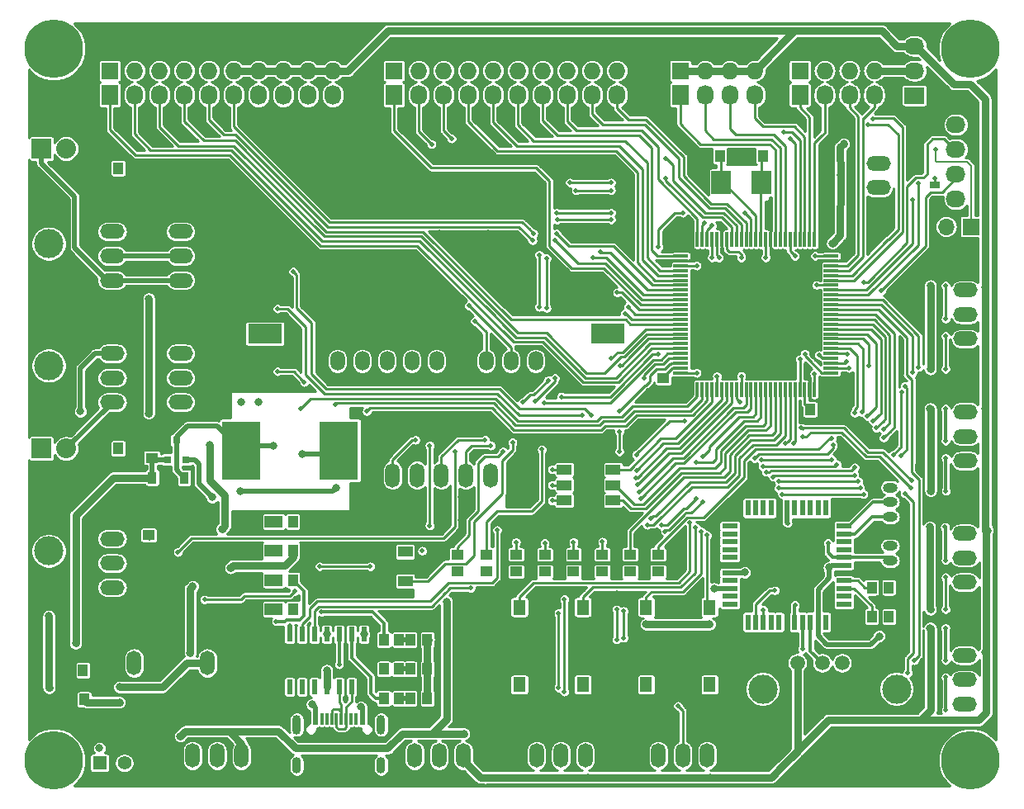
<source format=gbr>
G04 #@! TF.GenerationSoftware,KiCad,Pcbnew,(5.1.4)-1*
G04 #@! TF.CreationDate,2020-07-04T01:26:03+09:00*
G04 #@! TF.ProjectId,stm32f4_Centaurus,73746d33-3266-4345-9f43-656e74617572,rev?*
G04 #@! TF.SameCoordinates,Original*
G04 #@! TF.FileFunction,Copper,L1,Top*
G04 #@! TF.FilePolarity,Positive*
%FSLAX46Y46*%
G04 Gerber Fmt 4.6, Leading zero omitted, Abs format (unit mm)*
G04 Created by KiCad (PCBNEW (5.1.4)-1) date 2020-07-04 01:26:03*
%MOMM*%
%LPD*%
G04 APERTURE LIST*
%ADD10R,0.800100X0.800100*%
%ADD11R,0.910000X1.220000*%
%ADD12R,1.200000X1.000000*%
%ADD13R,1.000000X1.200000*%
%ADD14R,1.397000X1.397000*%
%ADD15C,1.397000*%
%ADD16R,1.500000X1.100000*%
%ADD17R,4.000000X6.000000*%
%ADD18O,2.500000X1.500000*%
%ADD19O,1.500000X2.500000*%
%ADD20C,3.000000*%
%ADD21O,0.900000X2.000000*%
%ADD22O,0.900000X1.700000*%
%ADD23R,0.300000X1.160000*%
%ADD24R,0.600000X1.160000*%
%ADD25C,1.501140*%
%ADD26C,2.999740*%
%ADD27O,1.524000X1.000000*%
%ADD28O,1.500000X2.000000*%
%ADD29R,3.500000X2.000000*%
%ADD30R,1.300000X1.550000*%
%ADD31O,1.727200X1.727200*%
%ADD32R,1.727200X1.727200*%
%ADD33O,1.727200X2.032000*%
%ADD34R,1.727200X2.032000*%
%ADD35R,2.000000X2.400000*%
%ADD36R,1.500000X1.000000*%
%ADD37O,2.032000X1.727200*%
%ADD38R,2.032000X1.727200*%
%ADD39O,2.032000X2.032000*%
%ADD40R,2.032000X2.032000*%
%ADD41R,0.600000X1.500000*%
%ADD42R,0.300000X1.500000*%
%ADD43R,1.500000X0.300000*%
%ADD44R,0.560000X1.600000*%
%ADD45R,1.600000X0.560000*%
%ADD46R,1.700000X1.700000*%
%ADD47O,1.700000X1.700000*%
%ADD48R,1.000000X0.800000*%
%ADD49C,6.000000*%
%ADD50C,0.500000*%
%ADD51C,0.800000*%
%ADD52C,0.350000*%
%ADD53C,0.250000*%
%ADD54C,0.800000*%
%ADD55C,0.500000*%
%ADD56C,0.200000*%
%ADD57C,0.254000*%
G04 APERTURE END LIST*
D10*
X67650000Y-104150760D03*
X69550000Y-104150760D03*
X68600000Y-102151780D03*
D11*
X66115000Y-106000000D03*
X69385000Y-106000000D03*
D12*
X66050000Y-103955000D03*
X66050000Y-102395000D03*
X117950000Y-115630000D03*
X117950000Y-113870000D03*
X115100000Y-115630000D03*
X115100000Y-113870000D03*
X112250000Y-115630000D03*
X112250000Y-113870000D03*
X109300000Y-113870000D03*
X109300000Y-115630000D03*
X106350000Y-115630000D03*
X106350000Y-113870000D03*
X103400000Y-113870000D03*
X103400000Y-115630000D03*
X100400000Y-113870000D03*
X100400000Y-115630000D03*
X97400000Y-115630000D03*
X97400000Y-113870000D03*
D13*
X139870000Y-120250000D03*
X141630000Y-120250000D03*
X141630000Y-117250000D03*
X139870000Y-117250000D03*
X91420000Y-128620000D03*
X89860000Y-128620000D03*
X91420000Y-125620000D03*
X89860000Y-125620000D03*
X89860000Y-122620000D03*
X91420000Y-122620000D03*
X78970000Y-119500000D03*
X80530000Y-119500000D03*
X78970000Y-116500000D03*
X80530000Y-116500000D03*
X80530000Y-113500000D03*
X78970000Y-113500000D03*
X78970000Y-110500000D03*
X80530000Y-110500000D03*
X128700000Y-73000000D03*
X126820000Y-73000000D03*
X126180000Y-73000000D03*
X124300000Y-73000000D03*
X133550000Y-99000000D03*
X135430000Y-99000000D03*
D12*
X118500000Y-97680000D03*
X118500000Y-95800000D03*
D13*
X92540000Y-128620000D03*
X94300000Y-128620000D03*
X94300000Y-125620000D03*
X92540000Y-125620000D03*
X94300000Y-122620000D03*
X92540000Y-122620000D03*
X76370000Y-119500000D03*
X78130000Y-119500000D03*
X76370000Y-116500000D03*
X78130000Y-116500000D03*
X78130000Y-113500000D03*
X76370000Y-113500000D03*
X76370000Y-110500000D03*
X78130000Y-110500000D03*
X64380000Y-74250000D03*
X62620000Y-74250000D03*
X62620000Y-103000000D03*
X64380000Y-103000000D03*
D12*
X65750000Y-111880000D03*
X65750000Y-110120000D03*
D13*
X57370000Y-128750000D03*
X59130000Y-128750000D03*
X59000000Y-125750000D03*
X57240000Y-125750000D03*
D14*
X60710000Y-135250000D03*
D15*
X63250000Y-135250000D03*
X65790000Y-135250000D03*
D16*
X92040000Y-116600000D03*
X92040000Y-113600000D03*
X86140000Y-116600000D03*
X86140000Y-113600000D03*
D17*
X75250000Y-103200000D03*
X85250000Y-103200000D03*
D18*
X149420000Y-129210000D03*
X149420000Y-126710000D03*
X149420000Y-124210000D03*
X149420000Y-121710000D03*
X149420000Y-109210000D03*
X149420000Y-111710000D03*
X149420000Y-114210000D03*
X149420000Y-116710000D03*
X149500000Y-96750000D03*
X149500000Y-99250000D03*
X149500000Y-101750000D03*
X149500000Y-104250000D03*
X149500000Y-91750000D03*
X149500000Y-89250000D03*
X149500000Y-86750000D03*
X149500000Y-84250000D03*
D19*
X118000000Y-134500000D03*
X120500000Y-134500000D03*
X123000000Y-134500000D03*
X125500000Y-134500000D03*
X113000000Y-134500000D03*
X110500000Y-134500000D03*
X108000000Y-134500000D03*
X105500000Y-134500000D03*
X93000000Y-134500000D03*
X95500000Y-134500000D03*
X98000000Y-134500000D03*
X100500000Y-134500000D03*
D18*
X69000000Y-98250000D03*
X69000000Y-95750000D03*
X69000000Y-93250000D03*
X69000000Y-90750000D03*
X69000000Y-78250000D03*
X69000000Y-80750000D03*
X69000000Y-83250000D03*
X69000000Y-85750000D03*
D19*
X77750000Y-134500000D03*
X75250000Y-134500000D03*
X72750000Y-134500000D03*
X70250000Y-134500000D03*
D20*
X55500000Y-82000000D03*
D18*
X62000000Y-85750000D03*
X62000000Y-83250000D03*
X62000000Y-80750000D03*
X62000000Y-78250000D03*
X62000000Y-90750000D03*
X62000000Y-93250000D03*
X62000000Y-95750000D03*
X62000000Y-98250000D03*
D20*
X55500000Y-94500000D03*
D18*
X62000000Y-109750000D03*
X62000000Y-112250000D03*
X62000000Y-114750000D03*
X62000000Y-117250000D03*
D20*
X55500000Y-113500000D03*
D19*
X66750000Y-125000000D03*
X64250000Y-125000000D03*
X71750000Y-125000000D03*
X74250000Y-125000000D03*
X90750000Y-105750000D03*
X93250000Y-105750000D03*
X95750000Y-105750000D03*
X98250000Y-105750000D03*
X100750000Y-105750000D03*
X103250000Y-105750000D03*
D21*
X80930000Y-131320000D03*
X89570000Y-131320000D03*
D22*
X80930000Y-135490000D03*
X89570000Y-135490000D03*
D23*
X84500000Y-130740000D03*
X85000000Y-130740000D03*
X85500000Y-130740000D03*
X83500000Y-130740000D03*
X84000000Y-130740000D03*
X86500000Y-130740000D03*
X86000000Y-130740000D03*
X87000000Y-130740000D03*
D24*
X82850000Y-130740000D03*
X82850000Y-130740000D03*
X82050000Y-130740000D03*
X82050000Y-130740000D03*
X87650000Y-130740000D03*
X88450000Y-130740000D03*
X87650000Y-130740000D03*
X88450000Y-130740000D03*
D25*
X139362860Y-124995760D03*
X136822860Y-124995760D03*
X134790860Y-124995760D03*
X132250860Y-124995760D03*
D26*
X142410860Y-127662760D03*
X128694860Y-127662760D03*
D27*
X141750000Y-114500000D03*
X141750000Y-113000000D03*
X141750000Y-111500000D03*
X141750000Y-110000000D03*
X141750000Y-108500000D03*
X141750000Y-107000000D03*
D18*
X140550000Y-73750000D03*
X140550000Y-76250000D03*
X140550000Y-78750000D03*
D28*
X85090000Y-94035000D03*
X87630000Y-94035000D03*
X90170000Y-94035000D03*
X92710000Y-94035000D03*
X95250000Y-94035000D03*
X97790000Y-94035000D03*
X100330000Y-94035000D03*
X102870000Y-94035000D03*
X105410000Y-94035000D03*
D29*
X77650000Y-91235000D03*
X112850000Y-91235000D03*
D30*
X103750000Y-119275000D03*
X99250000Y-119275000D03*
X99250000Y-127225000D03*
X103750000Y-127225000D03*
X110250000Y-127225000D03*
X105750000Y-127225000D03*
X105750000Y-119275000D03*
X110250000Y-119275000D03*
X116750000Y-119275000D03*
X112250000Y-119275000D03*
X112250000Y-127225000D03*
X116750000Y-127225000D03*
D31*
X140120000Y-61710000D03*
X140120000Y-64250000D03*
X137580000Y-61710000D03*
X137580000Y-64250000D03*
X135040000Y-61710000D03*
X135040000Y-64250000D03*
X132500000Y-61710000D03*
D32*
X132500000Y-64250000D03*
X120250000Y-64250000D03*
D31*
X120250000Y-61710000D03*
X122790000Y-64250000D03*
X122790000Y-61710000D03*
X125330000Y-64250000D03*
X125330000Y-61710000D03*
X127870000Y-64250000D03*
X127870000Y-61710000D03*
X113750000Y-61710000D03*
X113750000Y-64250000D03*
X111210000Y-61710000D03*
X111210000Y-64250000D03*
X108670000Y-61710000D03*
X108670000Y-64250000D03*
X106130000Y-61710000D03*
X106130000Y-64250000D03*
X103590000Y-61710000D03*
X103590000Y-64250000D03*
X101050000Y-61710000D03*
X101050000Y-64250000D03*
X98510000Y-61710000D03*
X98510000Y-64250000D03*
X95970000Y-61710000D03*
X95970000Y-64250000D03*
X93430000Y-61710000D03*
X93430000Y-64250000D03*
X90890000Y-61710000D03*
D32*
X90890000Y-64250000D03*
X61750000Y-64250000D03*
D31*
X61750000Y-61710000D03*
X64290000Y-64250000D03*
X64290000Y-61710000D03*
X66830000Y-64250000D03*
X66830000Y-61710000D03*
X69370000Y-64250000D03*
X69370000Y-61710000D03*
X71910000Y-64250000D03*
X71910000Y-61710000D03*
X74450000Y-64250000D03*
X74450000Y-61710000D03*
X76990000Y-64250000D03*
X76990000Y-61710000D03*
X79530000Y-64250000D03*
X79530000Y-61710000D03*
X82070000Y-64250000D03*
X82070000Y-61710000D03*
X84610000Y-64250000D03*
X84610000Y-61710000D03*
D33*
X84610000Y-66750000D03*
X82070000Y-66750000D03*
X79530000Y-66750000D03*
X76990000Y-66750000D03*
X74450000Y-66750000D03*
X71910000Y-66750000D03*
X69370000Y-66750000D03*
X66830000Y-66750000D03*
X64290000Y-66750000D03*
D34*
X61750000Y-66750000D03*
X90890000Y-66750000D03*
D33*
X93430000Y-66750000D03*
X95970000Y-66750000D03*
X98510000Y-66750000D03*
X101050000Y-66750000D03*
X103590000Y-66750000D03*
X106130000Y-66750000D03*
X108670000Y-66750000D03*
X111210000Y-66750000D03*
X113750000Y-66750000D03*
D34*
X120250000Y-66750000D03*
D33*
X122790000Y-66750000D03*
X125330000Y-66750000D03*
X127870000Y-66750000D03*
D35*
X124450000Y-75750000D03*
X128550000Y-75750000D03*
D36*
X108350000Y-108350000D03*
X108350000Y-106750000D03*
X108350000Y-105150000D03*
X113350000Y-105150000D03*
X113350000Y-106750000D03*
X113350000Y-108350000D03*
D30*
X123250000Y-127225000D03*
X118750000Y-127225000D03*
X118750000Y-119275000D03*
X123250000Y-119275000D03*
D37*
X144250000Y-61710000D03*
X144250000Y-64250000D03*
D38*
X144250000Y-66790000D03*
D37*
X148500000Y-77410000D03*
X148500000Y-74870000D03*
X148500000Y-72330000D03*
X148500000Y-69790000D03*
D38*
X148500000Y-67250000D03*
D39*
X57290000Y-103000000D03*
D40*
X54750000Y-103000000D03*
X54750000Y-72250000D03*
D39*
X57290000Y-72250000D03*
D41*
X87810000Y-122050000D03*
X86540000Y-122050000D03*
X85270000Y-122050000D03*
X84000000Y-122050000D03*
X82730000Y-122050000D03*
X81460000Y-122050000D03*
X80190000Y-122050000D03*
X80190000Y-127450000D03*
X81460000Y-127450000D03*
X82730000Y-127450000D03*
X84000000Y-127450000D03*
X85270000Y-127450000D03*
X86540000Y-127450000D03*
X87810000Y-127450000D03*
D42*
X134000000Y-81550000D03*
X133500000Y-81550000D03*
X133000000Y-81550000D03*
X132500000Y-81550000D03*
X132000000Y-81550000D03*
X131500000Y-81550000D03*
X131000000Y-81550000D03*
X130500000Y-81550000D03*
X130000000Y-81550000D03*
X129500000Y-81550000D03*
X129000000Y-81550000D03*
X128500000Y-81550000D03*
X128000000Y-81550000D03*
X127500000Y-81550000D03*
X127000000Y-81550000D03*
X126500000Y-81550000D03*
X126000000Y-81550000D03*
X125500000Y-81550000D03*
X125000000Y-81550000D03*
X124500000Y-81550000D03*
X124000000Y-81550000D03*
X123500000Y-81550000D03*
X123000000Y-81550000D03*
X122500000Y-81550000D03*
X122000000Y-81550000D03*
D43*
X120300000Y-83250000D03*
X120300000Y-83750000D03*
X120300000Y-84250000D03*
X120300000Y-84750000D03*
X120300000Y-85250000D03*
X120300000Y-85750000D03*
X120300000Y-86250000D03*
X120300000Y-86750000D03*
X120300000Y-87250000D03*
X120300000Y-87750000D03*
X120300000Y-88250000D03*
X120300000Y-88750000D03*
X120300000Y-89250000D03*
X120300000Y-89750000D03*
X120300000Y-90250000D03*
X120300000Y-90750000D03*
X120300000Y-91250000D03*
X120300000Y-91750000D03*
X120300000Y-92250000D03*
X120300000Y-92750000D03*
X120300000Y-93250000D03*
X120300000Y-93750000D03*
X120300000Y-94250000D03*
X120300000Y-94750000D03*
X120300000Y-95250000D03*
D42*
X122000000Y-96950000D03*
X122500000Y-96950000D03*
X123000000Y-96950000D03*
X123500000Y-96950000D03*
X124000000Y-96950000D03*
X124500000Y-96950000D03*
X125000000Y-96950000D03*
X125500000Y-96950000D03*
X126000000Y-96950000D03*
X126500000Y-96950000D03*
X127000000Y-96950000D03*
X127500000Y-96950000D03*
X128000000Y-96950000D03*
X128500000Y-96950000D03*
X129000000Y-96950000D03*
X129500000Y-96950000D03*
X130000000Y-96950000D03*
X130500000Y-96950000D03*
X131000000Y-96950000D03*
X131500000Y-96950000D03*
X132000000Y-96950000D03*
X132500000Y-96950000D03*
X133000000Y-96950000D03*
X133500000Y-96950000D03*
X134000000Y-96950000D03*
D43*
X135700000Y-95250000D03*
X135700000Y-94750000D03*
X135700000Y-94250000D03*
X135700000Y-93750000D03*
X135700000Y-93250000D03*
X135700000Y-92750000D03*
X135700000Y-92250000D03*
X135700000Y-91750000D03*
X135700000Y-91250000D03*
X135700000Y-90750000D03*
X135700000Y-90250000D03*
X135700000Y-89750000D03*
X135700000Y-89250000D03*
X135700000Y-88750000D03*
X135700000Y-88250000D03*
X135700000Y-87750000D03*
X135700000Y-87250000D03*
X135700000Y-86750000D03*
X135700000Y-86250000D03*
X135700000Y-85750000D03*
X135700000Y-85250000D03*
X135700000Y-84750000D03*
X135700000Y-84250000D03*
X135700000Y-83750000D03*
X135700000Y-83250000D03*
D44*
X127170000Y-120810000D03*
X127970000Y-120810000D03*
X128770000Y-120810000D03*
X129570000Y-120810000D03*
X130370000Y-120810000D03*
X131170000Y-120810000D03*
X131970000Y-120810000D03*
X132770000Y-120810000D03*
X133570000Y-120810000D03*
X134370000Y-120810000D03*
X135170000Y-120810000D03*
D45*
X137020000Y-118960000D03*
X137020000Y-118160000D03*
X137020000Y-117360000D03*
X137020000Y-116560000D03*
X137020000Y-115760000D03*
X137020000Y-114960000D03*
X137020000Y-114160000D03*
X137020000Y-113360000D03*
X137020000Y-112560000D03*
X137020000Y-111760000D03*
X137020000Y-110960000D03*
D44*
X135170000Y-109110000D03*
X134370000Y-109110000D03*
X133570000Y-109110000D03*
X132770000Y-109110000D03*
X131970000Y-109110000D03*
X131170000Y-109110000D03*
X130370000Y-109110000D03*
X129570000Y-109110000D03*
X128770000Y-109110000D03*
X127970000Y-109110000D03*
X127170000Y-109110000D03*
D45*
X125320000Y-110960000D03*
X125320000Y-111760000D03*
X125320000Y-112560000D03*
X125320000Y-113360000D03*
X125320000Y-114160000D03*
X125320000Y-114960000D03*
X125320000Y-115760000D03*
X125320000Y-116560000D03*
X125320000Y-117360000D03*
X125320000Y-118160000D03*
X125320000Y-118960000D03*
D33*
X140120000Y-66750000D03*
X137580000Y-66750000D03*
X135040000Y-66750000D03*
D34*
X132500000Y-66750000D03*
D46*
X150040000Y-80250000D03*
D47*
X147500000Y-80250000D03*
D48*
X146350000Y-75950000D03*
X146350000Y-77750000D03*
D49*
X56000000Y-62000000D03*
X56000000Y-135000000D03*
X150000000Y-135000000D03*
X150000000Y-62000000D03*
D50*
X132000000Y-119050000D03*
X142850000Y-95050000D03*
X126820000Y-73000000D03*
X126180000Y-73000000D03*
D51*
X76000000Y-125250000D03*
X77750000Y-125250000D03*
X89250000Y-124000000D03*
X121500000Y-117750000D03*
X135500000Y-96250000D03*
X130370000Y-116220000D03*
X134310000Y-116220000D03*
X106000000Y-131500000D03*
X109000000Y-132750000D03*
X115000000Y-130250000D03*
X117000000Y-130250000D03*
X112500000Y-129250000D03*
X108500000Y-129250000D03*
X91750000Y-131000000D03*
X65500000Y-130250000D03*
X61500000Y-130500000D03*
X62750000Y-133000000D03*
X60250000Y-137250000D03*
X63500000Y-137250000D03*
X67000000Y-137250000D03*
X146250000Y-137000000D03*
X143250000Y-137000000D03*
X139750000Y-137000000D03*
X136000000Y-137000000D03*
X131750000Y-137000000D03*
X129000000Y-135500000D03*
X136000000Y-132000000D03*
X146500000Y-132000000D03*
X152000000Y-131500000D03*
X136000000Y-129500000D03*
X130500000Y-125500000D03*
X130750000Y-133000000D03*
X117750000Y-125000000D03*
X123000000Y-125000000D03*
X115500000Y-125000000D03*
X112500000Y-125000000D03*
X109250000Y-125000000D03*
X106750000Y-125000000D03*
X87000000Y-99250000D03*
X83500000Y-86250000D03*
X92400000Y-65500000D03*
X94700000Y-65500000D03*
X97200000Y-65500000D03*
X99700000Y-65500000D03*
X102300000Y-65500000D03*
X104900000Y-65500000D03*
X107400000Y-65500000D03*
X109950000Y-65500000D03*
X112500000Y-65500000D03*
X115150000Y-65500000D03*
X115150000Y-67600000D03*
X112500000Y-67900000D03*
X109950000Y-67900000D03*
X107400000Y-67900000D03*
X104900000Y-67900000D03*
X102300000Y-67900000D03*
X99800000Y-67900000D03*
X97200000Y-67900000D03*
X94700000Y-67900000D03*
X92400000Y-68000000D03*
X89100000Y-67900000D03*
X89100000Y-65500000D03*
X87750000Y-64250000D03*
X59500000Y-133250000D03*
X58250000Y-131500000D03*
X56000000Y-131000000D03*
X54000000Y-131500000D03*
X54000000Y-128500000D03*
X54000000Y-125500000D03*
X54000000Y-122500000D03*
X54000000Y-115250000D03*
X54000000Y-111500000D03*
X54000000Y-108000000D03*
X54000000Y-104750000D03*
X54000000Y-100500000D03*
X54000000Y-96750000D03*
X54000000Y-92250000D03*
X54000000Y-88750000D03*
X54000000Y-84750000D03*
X54000000Y-79750000D03*
X54000000Y-75250000D03*
X54000000Y-69500000D03*
X54000000Y-65500000D03*
X56500000Y-66000000D03*
X58750000Y-65500000D03*
X59750000Y-63500000D03*
X59500000Y-60250000D03*
X146500000Y-59750000D03*
X150000000Y-93500000D03*
X150250000Y-106000000D03*
X150250000Y-118750000D03*
X105750000Y-73250000D03*
X101000000Y-73250000D03*
X107750000Y-77750000D03*
X115000000Y-76500000D03*
X113250000Y-73250000D03*
X114750000Y-80750000D03*
X106000000Y-78000000D03*
X105000000Y-75000000D03*
X102750000Y-79000000D03*
X84750000Y-79000000D03*
X75750000Y-69250000D03*
X86000000Y-65500000D03*
X90500000Y-71500000D03*
X95000000Y-73250000D03*
X82000000Y-69250000D03*
X78500000Y-69250000D03*
X73250000Y-69250000D03*
X70750000Y-69250000D03*
X68250000Y-69250000D03*
X65500000Y-69250000D03*
X63000000Y-69250000D03*
X60250000Y-68500000D03*
X73750000Y-73750000D03*
X83000000Y-83000000D03*
X78000000Y-72250000D03*
X82000000Y-71500000D03*
X94750000Y-75250000D03*
X92750000Y-79000000D03*
X103500000Y-84750000D03*
X105000000Y-86500000D03*
X107500000Y-86000000D03*
X107500000Y-88500000D03*
X113750000Y-88750000D03*
X112250000Y-81500000D03*
X107500000Y-75000000D03*
X120750000Y-72000000D03*
X121500000Y-74750000D03*
X123000000Y-72750000D03*
X118500000Y-67750000D03*
X118500000Y-65500000D03*
X129250000Y-65500000D03*
X129250000Y-67750000D03*
X131000000Y-67750000D03*
X131000000Y-65500000D03*
X142250000Y-65500000D03*
X142250000Y-67750000D03*
X147000000Y-65750000D03*
X136000000Y-70500000D03*
X136250000Y-68000000D03*
X139000000Y-68000000D03*
X136250000Y-65500000D03*
X138750000Y-65500000D03*
X134000000Y-65500000D03*
X83750000Y-111250000D03*
X81750000Y-113250000D03*
X82750000Y-117500000D03*
X71250000Y-111250000D03*
X63250000Y-104500000D03*
X60750000Y-113500000D03*
X60750000Y-116000000D03*
X60250000Y-97000000D03*
X60250000Y-94750000D03*
X67500000Y-94500000D03*
X70500000Y-94500000D03*
X67500000Y-99750000D03*
X70500000Y-99750000D03*
X63750000Y-99750000D03*
X63500000Y-94500000D03*
X63500000Y-84500000D03*
X63500000Y-87000000D03*
X60250000Y-87000000D03*
X67250000Y-87000000D03*
X67250000Y-84500000D03*
X72000000Y-84500000D03*
X63500000Y-82000000D03*
X60250000Y-82000000D03*
X60250000Y-92000000D03*
X67500000Y-92000000D03*
X70500000Y-92000000D03*
X62750000Y-72750000D03*
X56250000Y-73750000D03*
X56250000Y-70500000D03*
X59250000Y-73750000D03*
X58750000Y-104750000D03*
X77000000Y-83250000D03*
X67250000Y-73750000D03*
X132500000Y-84500000D03*
X129250000Y-87500000D03*
X129250000Y-93000000D03*
X130750000Y-95000000D03*
X127000000Y-92000000D03*
X122000000Y-93500000D03*
X119250000Y-81250000D03*
X120250000Y-82250000D03*
X126500000Y-85250000D03*
X129150000Y-84550000D03*
X124250000Y-92000000D03*
X103500000Y-81250000D03*
X100500000Y-81000000D03*
X95500000Y-81000000D03*
X98000000Y-83500000D03*
X100500000Y-84750000D03*
X92750000Y-83000000D03*
X97750000Y-87750000D03*
X89000000Y-59750000D03*
X87250000Y-61750000D03*
X97500000Y-128250000D03*
X146750000Y-82750000D03*
X150250000Y-82750000D03*
X146750000Y-85000000D03*
X150000000Y-95000000D03*
X150250000Y-107750000D03*
X150250000Y-120250000D03*
X117500000Y-100500000D03*
X115250000Y-101500000D03*
X73750000Y-80250000D03*
X81250000Y-75500000D03*
X70500000Y-76250000D03*
X67250000Y-76250000D03*
X57250000Y-84750000D03*
X57250000Y-88750000D03*
X57250000Y-92250000D03*
X68250000Y-88000000D03*
X70000000Y-88000000D03*
X70000000Y-89250000D03*
X68250000Y-89250000D03*
X60500000Y-101250000D03*
X62100000Y-107600000D03*
X56500000Y-108000000D03*
X56500000Y-111250000D03*
X60750000Y-122500000D03*
X60750000Y-119250000D03*
X63500000Y-119250000D03*
X66500000Y-122500000D03*
X75750000Y-121000000D03*
X78500000Y-129000000D03*
X102250000Y-135500000D03*
X102250000Y-133500000D03*
X103750000Y-133500000D03*
X103750000Y-135500000D03*
X114000000Y-135500000D03*
X114000000Y-133500000D03*
X115750000Y-133500000D03*
X115750000Y-135500000D03*
X127000000Y-135500000D03*
X127000000Y-130250000D03*
X127000000Y-125500000D03*
X127000000Y-122500000D03*
X130500000Y-122500000D03*
X127000000Y-112250000D03*
X130000000Y-110750000D03*
X132750000Y-114000000D03*
X136500000Y-109000000D03*
X135500000Y-118250000D03*
X136500000Y-121750000D03*
X138250000Y-120000000D03*
X129750000Y-119250000D03*
X136000000Y-126500000D03*
X139750000Y-126500000D03*
X143000000Y-123500000D03*
X141000000Y-123500000D03*
X144500000Y-127250000D03*
X148750000Y-106000000D03*
X148750000Y-93500000D03*
X144000000Y-85000000D03*
X144000000Y-88750000D03*
X118500000Y-62750000D03*
X115250000Y-62750000D03*
X86000000Y-67900000D03*
X98250000Y-73250000D03*
X108500000Y-73250000D03*
X112250000Y-77750000D03*
X79500000Y-93500000D03*
X77000000Y-93500000D03*
X71250000Y-109000000D03*
X68500000Y-115500000D03*
X68500000Y-117500000D03*
X74250000Y-117000000D03*
X81750000Y-115500000D03*
X101500000Y-128250000D03*
X101500000Y-125000000D03*
X97500000Y-125000000D03*
X123000000Y-130250000D03*
X77000000Y-98250000D03*
X75250000Y-98250000D03*
X83500000Y-92500000D03*
X83500000Y-95000000D03*
X86250000Y-92500000D03*
X94000000Y-92500000D03*
X123250000Y-84750000D03*
X134000000Y-89250000D03*
X131500000Y-93000000D03*
X124500000Y-94250000D03*
X127000000Y-94250000D03*
X136500000Y-100000000D03*
X148750000Y-95000000D03*
X148750000Y-107750000D03*
X148750000Y-120250000D03*
X148750000Y-118750000D03*
X68500000Y-112500000D03*
X56250000Y-101250000D03*
X72250000Y-91000000D03*
X75000000Y-91000000D03*
X78750000Y-79000000D03*
X147100000Y-109250000D03*
X147050000Y-97000000D03*
X121750000Y-132000000D03*
X119500000Y-132000000D03*
X82500000Y-135000000D03*
X88000000Y-135000000D03*
X87000000Y-132500000D03*
X83500000Y-132500000D03*
X82500000Y-137250000D03*
X88000000Y-137250000D03*
X91250000Y-137250000D03*
X91250000Y-135000000D03*
X98500000Y-137250000D03*
X68750000Y-137250000D03*
X68750000Y-135000000D03*
X70500000Y-130250000D03*
X141250000Y-132250000D03*
X137500000Y-82750000D03*
D50*
X144675000Y-74575000D03*
D51*
X140600000Y-81175000D03*
X113750000Y-118000000D03*
X101500000Y-118500000D03*
X107250000Y-118500000D03*
X102350000Y-112650000D03*
X104750000Y-113750000D03*
X107750000Y-113750000D03*
X110750000Y-113750000D03*
X113750000Y-113750000D03*
X95250000Y-113750000D03*
X97850000Y-110350000D03*
X97850000Y-108000000D03*
X99700000Y-99650000D03*
X89050000Y-99650000D03*
X88850000Y-111400000D03*
X92500000Y-108200000D03*
X89000000Y-104050000D03*
X92250000Y-101400000D03*
X97450000Y-101400000D03*
X107650000Y-101900000D03*
X112850000Y-103650000D03*
X110600000Y-107400000D03*
X137700000Y-75100000D03*
X134950000Y-76700000D03*
D50*
X132850000Y-69950000D03*
X134250000Y-70450000D03*
D51*
X134800000Y-72850000D03*
X134800000Y-75050000D03*
X89000000Y-92500000D03*
D50*
X86500000Y-125400000D03*
X85000000Y-126000000D03*
X83750000Y-123500000D03*
X81250000Y-125750000D03*
X81250000Y-123500000D03*
D51*
X151500000Y-123930000D03*
X151750000Y-111430000D03*
X151500000Y-98930000D03*
X151500000Y-86430000D03*
X123720000Y-117360000D03*
X80530000Y-110500000D03*
X68998220Y-132500000D03*
X145920000Y-129850000D03*
X145870000Y-121400000D03*
X145870000Y-98900000D03*
X145890000Y-94850000D03*
X145890000Y-86300000D03*
X145820000Y-111050000D03*
X145890000Y-119500000D03*
X145920000Y-107350000D03*
X110820000Y-136750000D03*
X98070000Y-132250000D03*
X96290000Y-118700000D03*
X123320000Y-136750000D03*
X73250000Y-111250000D03*
X72000000Y-102650000D03*
X58250000Y-122998220D03*
X66115000Y-106000000D03*
D50*
X78820000Y-120740000D03*
D51*
X87500000Y-129500000D03*
X82500000Y-129250000D03*
D50*
X117250000Y-110210000D03*
X108360000Y-118460000D03*
X108350000Y-127940000D03*
X116860000Y-110840000D03*
X107770000Y-119890000D03*
X107770000Y-127540000D03*
X132770000Y-123550000D03*
X135390000Y-112710000D03*
X115743413Y-103623413D03*
X120700000Y-100170000D03*
X124000000Y-95580000D03*
X98750000Y-117325000D03*
X115738449Y-105298378D03*
X101460000Y-111370000D03*
X142096587Y-103633413D03*
X120000000Y-129400000D03*
X137358414Y-93325000D03*
X142915000Y-97203782D03*
X130340490Y-107073498D03*
X138680000Y-107060000D03*
X142850000Y-103720000D03*
X143270000Y-96587650D03*
X139550000Y-94470000D03*
X130690000Y-107680000D03*
X139020000Y-107680000D03*
X134220000Y-86250000D03*
D51*
X81500000Y-103550000D03*
D50*
X92040000Y-113600000D03*
X147430000Y-121400000D03*
X147450000Y-124710000D03*
X147450000Y-126460000D03*
X147480000Y-129850000D03*
X147480000Y-107350000D03*
X147450000Y-103960000D03*
X147450000Y-102210000D03*
X147430000Y-98900000D03*
X147450000Y-91460000D03*
X147450000Y-94850000D03*
X147450000Y-89710000D03*
X147450000Y-86300000D03*
X147450000Y-114460000D03*
X147380000Y-111050000D03*
X147450000Y-119500000D03*
X147450000Y-116210000D03*
X133010000Y-93290000D03*
X139090000Y-85950000D03*
X132504999Y-93865001D03*
X140870000Y-86770000D03*
X144240000Y-124710000D03*
X143270000Y-107620000D03*
X143570000Y-126000000D03*
X137545000Y-94750000D03*
X144670000Y-94640000D03*
X144070000Y-95180000D03*
D51*
X84000000Y-122050000D03*
D50*
X143930000Y-106280000D03*
X126500000Y-95570000D03*
X132661587Y-100898413D03*
X143880000Y-107070000D03*
X132770000Y-101820000D03*
X126380000Y-98235000D03*
X122730000Y-79890000D03*
X123490000Y-80140000D03*
X89860000Y-125620000D03*
X85270000Y-125150000D03*
X83470000Y-119770000D03*
X80190000Y-121200000D03*
X113150000Y-79530003D03*
X107610000Y-79530000D03*
X144055000Y-77500000D03*
X99200000Y-89950000D03*
X140007131Y-69175000D03*
X98580000Y-88370000D03*
X113160000Y-78830000D03*
X107550000Y-78830000D03*
X144650000Y-75800000D03*
X107560000Y-80950000D03*
X105181587Y-80928413D03*
X96790000Y-71215000D03*
X112035023Y-82835000D03*
X94750000Y-71790000D03*
X111270000Y-83410000D03*
X107410000Y-81660000D03*
X105100000Y-81660000D03*
X88100000Y-99200000D03*
X139525010Y-69750000D03*
X78950000Y-88655000D03*
X131020000Y-102500000D03*
X110170000Y-99599037D03*
X131886587Y-102446587D03*
X111090000Y-99599037D03*
X80550000Y-84850000D03*
X81690000Y-96180000D03*
X78950000Y-95095000D03*
X84900000Y-98475000D03*
X81310000Y-98910000D03*
X115870000Y-106720000D03*
X106350000Y-112700000D03*
X131500000Y-71240000D03*
X130840000Y-70580000D03*
X121800000Y-111070000D03*
X139430000Y-99670000D03*
X128534724Y-104120488D03*
X135760000Y-104120000D03*
X110250000Y-119470000D03*
X115730000Y-106000000D03*
X103400000Y-112600000D03*
X116040000Y-107450000D03*
X109300000Y-112600000D03*
X116190000Y-108140000D03*
X112250208Y-112550208D03*
X122380000Y-111510000D03*
X140014999Y-100190000D03*
X128707053Y-104798947D03*
X136300000Y-104640000D03*
X116750000Y-119470000D03*
X122980000Y-111890000D03*
X141095000Y-101910000D03*
X141095000Y-101910000D03*
X129030000Y-105420000D03*
X138131177Y-104935650D03*
X123250000Y-119470000D03*
X118780000Y-73250000D03*
X118780000Y-75250000D03*
X113780000Y-87000000D03*
X114900000Y-88520000D03*
X106050000Y-103100000D03*
X114591551Y-89148380D03*
X93100000Y-102125000D03*
X113140000Y-93780000D03*
X93780000Y-113500000D03*
X94550000Y-102700000D03*
X94550000Y-110900000D03*
X114108413Y-94498413D03*
X102074999Y-103300000D03*
X68740000Y-113620000D03*
X106290000Y-98290000D03*
X97125000Y-103325000D03*
X116550000Y-95810000D03*
X71470000Y-118500000D03*
X80700000Y-117650000D03*
X83260000Y-115090000D03*
X114000000Y-103324999D03*
X114000000Y-99195000D03*
X88460000Y-115090000D03*
X114000000Y-101245020D03*
X122540000Y-108460000D03*
X118690000Y-111490000D03*
X114440000Y-119670000D03*
X114440000Y-122420000D03*
X122542277Y-103840000D03*
X121910000Y-108110000D03*
X121907996Y-104415000D03*
X118310000Y-110870000D03*
X113710000Y-119520000D03*
X113710000Y-122590000D03*
X140340000Y-100900000D03*
X128761587Y-119561587D03*
X141070000Y-101000000D03*
X129936587Y-117566587D03*
X103400000Y-115630000D03*
X106350000Y-115630000D03*
X109300000Y-115630000D03*
X115100000Y-115630000D03*
X112250000Y-115630000D03*
X117950000Y-115720000D03*
X107100000Y-108350000D03*
X107100000Y-106750000D03*
X107100000Y-105150000D03*
X138120000Y-99370000D03*
X135788413Y-101928413D03*
X121220000Y-110630000D03*
X135900000Y-102630000D03*
X138855000Y-99255741D03*
X127843981Y-103997843D03*
X103750000Y-119470000D03*
D51*
X74140001Y-115250000D03*
X58740000Y-99190000D03*
X65750000Y-87635000D03*
X65750000Y-99385000D03*
X65810000Y-112000000D03*
X62530000Y-74250000D03*
X62620000Y-103000000D03*
D50*
X137307569Y-94063350D03*
X130360000Y-106370000D03*
X138490000Y-106370000D03*
X134470000Y-93430000D03*
X129764719Y-105910210D03*
X138100000Y-105770000D03*
D51*
X55540000Y-127555000D03*
X55500000Y-120180000D03*
X70250000Y-117135000D03*
X70000760Y-123950000D03*
X62750000Y-127470000D03*
D50*
X59000000Y-125750000D03*
D51*
X62750000Y-129030000D03*
X60700000Y-133741500D03*
D50*
X141630000Y-120250000D03*
X141630000Y-117250000D03*
D51*
X135490000Y-115210000D03*
X140635000Y-122250000D03*
D50*
X132000000Y-83250000D03*
X134070000Y-83250000D03*
X129000000Y-83430000D03*
X123500000Y-83430000D03*
X121930000Y-95250000D03*
X134000000Y-95320000D03*
D51*
X123250000Y-121030000D03*
X116750000Y-121030000D03*
X126850000Y-115710000D03*
D50*
X121930000Y-84250000D03*
X126500000Y-83430000D03*
X124210000Y-83430000D03*
X131250000Y-110640000D03*
D51*
X80530000Y-119500000D03*
X94440740Y-122594980D03*
X135830000Y-81950000D03*
X84000000Y-125750000D03*
X87810000Y-122050000D03*
X137000000Y-71750000D03*
X136650000Y-74950000D03*
D50*
X126890000Y-78830000D03*
X120510000Y-78830000D03*
X118000000Y-82300000D03*
X118000000Y-93335000D03*
X103050000Y-102370000D03*
X108040914Y-97685913D03*
X92040000Y-116600000D03*
X100400000Y-115630000D03*
X97400000Y-115630000D03*
X146400000Y-72300000D03*
X146350000Y-75250000D03*
X113128413Y-75718413D03*
X108911587Y-75718413D03*
X105780000Y-83130000D03*
X105770000Y-88480000D03*
X106703413Y-96003413D03*
X104090000Y-98260000D03*
X100225000Y-102125000D03*
X113140000Y-76520000D03*
X109550000Y-76520000D03*
X106540000Y-83490000D03*
X106540000Y-88620000D03*
X105360000Y-98160000D03*
X107400000Y-95780000D03*
X100825000Y-102700000D03*
D51*
X78500000Y-102750000D03*
X72250000Y-108000000D03*
X75100000Y-107400000D03*
X84950000Y-107050000D03*
D52*
X131970000Y-119080000D02*
X132000000Y-119050000D01*
X131970000Y-120810000D02*
X131970000Y-119080000D01*
D53*
X133500000Y-97950000D02*
X133510000Y-97960000D01*
X133500000Y-96950000D02*
X133500000Y-97950000D01*
X133524999Y-97960001D02*
X133604998Y-98040000D01*
X133510000Y-97960000D02*
X133524999Y-97960001D01*
X133604998Y-98040000D02*
X133860000Y-98040000D01*
X133500000Y-96950000D02*
X133500000Y-95780000D01*
X133500000Y-95780000D02*
X133260000Y-95540000D01*
X133260000Y-95540000D02*
X133260000Y-95050000D01*
X121300000Y-83750000D02*
X121480000Y-83570000D01*
X120300000Y-83750000D02*
X121300000Y-83750000D01*
X121480000Y-83570000D02*
X121880000Y-83570000D01*
D54*
X84610000Y-64250000D02*
X82070000Y-64250000D01*
X82070000Y-64250000D02*
X79530000Y-64250000D01*
X79530000Y-64250000D02*
X76990000Y-64250000D01*
X76990000Y-64250000D02*
X74450000Y-64250000D01*
D55*
X125320000Y-117360000D02*
X123720000Y-117360000D01*
D54*
X132000860Y-134299140D02*
X130790000Y-135510000D01*
X86183870Y-64250000D02*
X84610000Y-64250000D01*
X90263870Y-60170000D02*
X86183870Y-64250000D01*
X142434000Y-61710000D02*
X140894000Y-60170000D01*
X144250000Y-61710000D02*
X142434000Y-61710000D01*
X144250000Y-61710000D02*
X144402400Y-61710000D01*
X135430000Y-130870000D02*
X130790000Y-135510000D01*
X151500000Y-68807600D02*
X151500000Y-111480000D01*
X151500000Y-111480000D02*
X151612010Y-111592010D01*
X151612010Y-111592010D02*
X151612010Y-130107990D01*
X151612010Y-130107990D02*
X150850000Y-130870000D01*
X131950000Y-60170000D02*
X127870000Y-64250000D01*
X133750000Y-60170000D02*
X131950000Y-60170000D01*
X133750000Y-60170000D02*
X90263870Y-60170000D01*
X140894000Y-60170000D02*
X133750000Y-60170000D01*
X127870000Y-64250000D02*
X125330000Y-64250000D01*
X125330000Y-64250000D02*
X122790000Y-64250000D01*
X122790000Y-64250000D02*
X120250000Y-64250000D01*
X145890000Y-129850000D02*
X144870000Y-130870000D01*
X145920000Y-129850000D02*
X145890000Y-129850000D01*
X150850000Y-130870000D02*
X144870000Y-130870000D01*
X144870000Y-130870000D02*
X135430000Y-130870000D01*
X145920000Y-129850000D02*
X145920000Y-121450000D01*
X145920000Y-121450000D02*
X145870000Y-121400000D01*
X145920000Y-107350000D02*
X145920000Y-98950000D01*
X145920000Y-98950000D02*
X145870000Y-98900000D01*
X145890000Y-94850000D02*
X145890000Y-86300000D01*
X145820000Y-111050000D02*
X145820000Y-119430000D01*
X145820000Y-119430000D02*
X145890000Y-119500000D01*
X132250860Y-134049140D02*
X130790000Y-135510000D01*
X132250860Y-124995760D02*
X132250860Y-134049140D01*
X129550000Y-136750000D02*
X100270000Y-136750000D01*
X130790000Y-135510000D02*
X129550000Y-136750000D01*
X100270000Y-136750000D02*
X100257530Y-136762470D01*
X68998220Y-132500000D02*
X69498220Y-132000000D01*
X79035062Y-132000000D02*
X80785062Y-133750000D01*
X80785062Y-133750000D02*
X90250000Y-133750000D01*
X90250000Y-133750000D02*
X91750000Y-132250000D01*
X96290000Y-130710000D02*
X94750000Y-132250000D01*
X96290000Y-118700000D02*
X96290000Y-130710000D01*
X91750000Y-132250000D02*
X94750000Y-132250000D01*
X94750000Y-132250000D02*
X98070000Y-132250000D01*
X99750000Y-136750000D02*
X100270000Y-136750000D01*
X98000000Y-135000000D02*
X99750000Y-136750000D01*
X98000000Y-134500000D02*
X98000000Y-135000000D01*
X73750000Y-132000000D02*
X74000000Y-132000000D01*
X73750000Y-132000000D02*
X79035062Y-132000000D01*
X69498220Y-132000000D02*
X73750000Y-132000000D01*
X74000000Y-132000000D02*
X75250000Y-133250000D01*
X75250000Y-133250000D02*
X75250000Y-134500000D01*
X151500000Y-68807600D02*
X151500000Y-67150000D01*
X148292401Y-65600001D02*
X144402400Y-61710000D01*
X151500000Y-67150000D02*
X149950001Y-65600001D01*
X149950001Y-65600001D02*
X148292401Y-65600001D01*
D53*
X124660000Y-75750000D02*
X124450000Y-75750000D01*
X128000000Y-81550000D02*
X128000000Y-79090000D01*
X128000000Y-79090000D02*
X124660000Y-75750000D01*
X124450000Y-73400000D02*
X124050000Y-73000000D01*
X124450000Y-75750000D02*
X124450000Y-73400000D01*
X128500000Y-75800000D02*
X128550000Y-75750000D01*
X128500000Y-81550000D02*
X128500000Y-75800000D01*
X128550000Y-73400000D02*
X128950000Y-73000000D01*
X128550000Y-75750000D02*
X128550000Y-73400000D01*
D54*
X73550000Y-110950000D02*
X73250000Y-111250000D01*
X72000000Y-102650000D02*
X72000000Y-106250000D01*
X73550000Y-107800000D02*
X73550000Y-110950000D01*
X72000000Y-106250000D02*
X73550000Y-107800000D01*
X58250000Y-121798170D02*
X58260000Y-121788170D01*
X58250000Y-122998220D02*
X58250000Y-121798170D01*
X58260000Y-121788170D02*
X58260000Y-109840000D01*
X58260000Y-109840000D02*
X62100000Y-106000000D01*
X62100000Y-106000000D02*
X66115000Y-106000000D01*
D55*
X66115000Y-104020000D02*
X66050000Y-103955000D01*
X66115000Y-106000000D02*
X66115000Y-104020000D01*
X66245760Y-104150760D02*
X66050000Y-103955000D01*
X67650000Y-104150760D02*
X66245760Y-104150760D01*
D53*
X138070000Y-117360000D02*
X137020000Y-117360000D01*
X139870000Y-119160000D02*
X138070000Y-117360000D01*
X139870000Y-120250000D02*
X139870000Y-119160000D01*
X138070000Y-116560000D02*
X137020000Y-116560000D01*
X138430000Y-116560000D02*
X138070000Y-116560000D01*
X139120000Y-117250000D02*
X138430000Y-116560000D01*
X139870000Y-117250000D02*
X139120000Y-117250000D01*
D52*
X79690000Y-120740000D02*
X78820000Y-120740000D01*
X79855001Y-120574999D02*
X79690000Y-120740000D01*
X81205001Y-120574999D02*
X79855001Y-120574999D01*
X81650000Y-120130000D02*
X81205001Y-120574999D01*
X80530000Y-116500000D02*
X81650000Y-117620000D01*
X81650000Y-117620000D02*
X81650000Y-120130000D01*
D55*
X87650000Y-129650000D02*
X87650000Y-130740000D01*
X87500000Y-129500000D02*
X87650000Y-129650000D01*
X82850000Y-130740000D02*
X82850000Y-129600000D01*
X82850000Y-129600000D02*
X82500000Y-129250000D01*
D53*
X121240000Y-106440000D02*
X117730000Y-109950000D01*
X124930000Y-106440000D02*
X121240000Y-106440000D01*
X130500000Y-101470000D02*
X129840000Y-102130000D01*
X130500000Y-96950000D02*
X130500000Y-101470000D01*
X129840000Y-102130000D02*
X127470000Y-102130000D01*
X127470000Y-102130000D02*
X125840000Y-103760000D01*
X125840000Y-103760000D02*
X125840000Y-105530000D01*
X125840000Y-105530000D02*
X124930000Y-106440000D01*
X117730000Y-109950000D02*
X117510000Y-109950000D01*
X117510000Y-109950000D02*
X117250000Y-110210000D01*
X108360000Y-120151002D02*
X108350000Y-120161002D01*
X108360000Y-118460000D02*
X108360000Y-120151002D01*
X108350000Y-120161002D02*
X108350000Y-127940000D01*
X121420000Y-106930000D02*
X117890000Y-110460000D01*
X131000000Y-96950000D02*
X131000000Y-101670000D01*
X125130000Y-106930000D02*
X121420000Y-106930000D01*
X130060000Y-102610000D02*
X127730000Y-102610000D01*
X127730000Y-102610000D02*
X126310000Y-104030000D01*
X126310000Y-104030000D02*
X126310000Y-105750000D01*
X126310000Y-105750000D02*
X125130000Y-106930000D01*
X117890000Y-110460000D02*
X117680000Y-110670000D01*
X117680000Y-110670000D02*
X117510000Y-110840000D01*
X117510000Y-110840000D02*
X116860000Y-110840000D01*
X107770000Y-119890000D02*
X107770000Y-127540000D01*
X131000000Y-101670000D02*
X130060000Y-102610000D01*
D52*
X132770000Y-122530000D02*
X132770000Y-120810000D01*
X132770000Y-123550000D02*
X132770000Y-122530000D01*
X133570000Y-123774900D02*
X134790860Y-124995760D01*
X133570000Y-120810000D02*
X133570000Y-123774900D01*
X135390000Y-113680000D02*
X135390000Y-112710000D01*
X135870000Y-114160000D02*
X135390000Y-113680000D01*
X137020000Y-114160000D02*
X135870000Y-114160000D01*
X141410000Y-114160000D02*
X141750000Y-114500000D01*
X137020000Y-114160000D02*
X141410000Y-114160000D01*
X139930000Y-110000000D02*
X140340000Y-110000000D01*
X138170000Y-111760000D02*
X139930000Y-110000000D01*
X137020000Y-111760000D02*
X138170000Y-111760000D01*
X140340000Y-110000000D02*
X141750000Y-110000000D01*
X137540000Y-110960000D02*
X140010000Y-108490000D01*
X137020000Y-110960000D02*
X137540000Y-110960000D01*
X140020000Y-108500000D02*
X141750000Y-108500000D01*
X140010000Y-108490000D02*
X140020000Y-108500000D01*
D53*
X82730000Y-119658998D02*
X83198998Y-119190000D01*
X83198998Y-119190000D02*
X94774682Y-119190000D01*
X94774682Y-119190000D02*
X96174682Y-117790000D01*
X124000000Y-96950000D02*
X124000000Y-95580000D01*
X120700000Y-100170000D02*
X119140000Y-100170000D01*
X119140000Y-100170000D02*
X115700000Y-103610000D01*
X82730000Y-119658998D02*
X82730000Y-122050000D01*
X94774682Y-119190000D02*
X96639682Y-117325000D01*
X96639682Y-117325000D02*
X98750000Y-117325000D01*
X83000000Y-118680000D02*
X94560000Y-118680000D01*
X124500000Y-96950000D02*
X124500000Y-98010000D01*
X124500000Y-98010000D02*
X122820000Y-99690000D01*
X122820000Y-99690000D02*
X122500000Y-100010000D01*
X122500000Y-100010000D02*
X120000000Y-102510000D01*
X120000000Y-102510000D02*
X118526827Y-102510000D01*
X118526827Y-102510000D02*
X115738449Y-105298378D01*
X82240000Y-119440000D02*
X83000000Y-118680000D01*
X82240000Y-120270000D02*
X82240000Y-119510000D01*
X81460000Y-121050000D02*
X82240000Y-120270000D01*
X81460000Y-122050000D02*
X81460000Y-121050000D01*
X82240000Y-119510000D02*
X82240000Y-119440000D01*
X94570000Y-118680000D02*
X94560000Y-118680000D01*
X96500000Y-116750000D02*
X94570000Y-118680000D01*
X101000000Y-116750000D02*
X96500000Y-116750000D01*
X101460000Y-116290000D02*
X101000000Y-116750000D01*
X101460000Y-111370000D02*
X101460000Y-116290000D01*
X124320000Y-105480000D02*
X120380000Y-105480000D01*
X129500000Y-96950000D02*
X129500000Y-100650000D01*
X129010000Y-101140000D02*
X127187180Y-101140000D01*
X129500000Y-100650000D02*
X129010000Y-101140000D01*
X127187180Y-101140000D02*
X124867180Y-103460000D01*
X124867180Y-103460000D02*
X124867180Y-104932820D01*
X124867180Y-104932820D02*
X124320000Y-105480000D01*
X114350000Y-108350000D02*
X115165011Y-109165011D01*
X113350000Y-108350000D02*
X114350000Y-108350000D01*
X116694989Y-109165011D02*
X120380000Y-105480000D01*
X115165011Y-109165011D02*
X116694989Y-109165011D01*
X142740000Y-102990000D02*
X142096587Y-103633413D01*
X142864991Y-102865009D02*
X142740000Y-102990000D01*
X142864991Y-97478544D02*
X142864991Y-97174983D01*
X142864991Y-97174983D02*
X142866189Y-97173785D01*
X137283414Y-93250000D02*
X137358414Y-93325000D01*
X135900000Y-93250000D02*
X137283414Y-93250000D01*
X142864991Y-97253791D02*
X142915000Y-97203782D01*
X142864991Y-97640000D02*
X142864991Y-97253791D01*
X142864991Y-97640000D02*
X142864991Y-102865009D01*
X142864991Y-97478544D02*
X142864991Y-97640000D01*
X130694043Y-107073498D02*
X130697541Y-107070000D01*
X130340490Y-107073498D02*
X130694043Y-107073498D01*
X130697541Y-107070000D02*
X138670000Y-107070000D01*
X138670000Y-107070000D02*
X138680000Y-107060000D01*
X120000000Y-129400000D02*
X120500000Y-129900000D01*
X120500000Y-129900000D02*
X120500000Y-134500000D01*
X142850000Y-103720000D02*
X143490000Y-103080000D01*
X143490000Y-96807650D02*
X143362819Y-96680469D01*
X143490000Y-103080000D02*
X143490000Y-96807650D01*
X135900000Y-91750000D02*
X138400000Y-91750000D01*
X143270000Y-96587650D02*
X143362819Y-96680469D01*
X139000000Y-91750000D02*
X138400000Y-91750000D01*
X139550000Y-94470000D02*
X139550000Y-92300000D01*
X139550000Y-92300000D02*
X139000000Y-91750000D01*
X130690000Y-107680000D02*
X131043553Y-107680000D01*
X131043553Y-107680000D02*
X139020000Y-107680000D01*
X135700000Y-86250000D02*
X134220000Y-86250000D01*
X118500000Y-95660000D02*
X118500000Y-95800000D01*
X120300000Y-94750000D02*
X119410000Y-94750000D01*
X119410000Y-94750000D02*
X118500000Y-95660000D01*
X133000000Y-98450000D02*
X133550000Y-99000000D01*
X133000000Y-96950000D02*
X133000000Y-98450000D01*
D55*
X78970000Y-116500000D02*
X78130000Y-116500000D01*
X84900000Y-103550000D02*
X85250000Y-103200000D01*
X81500000Y-103550000D02*
X84900000Y-103550000D01*
X67250000Y-83250000D02*
X62000000Y-83250000D01*
X69000000Y-83250000D02*
X67250000Y-83250000D01*
D52*
X147450000Y-121420000D02*
X147430000Y-121400000D01*
X147450000Y-124710000D02*
X147450000Y-121420000D01*
X147480000Y-126490000D02*
X147450000Y-126460000D01*
X147480000Y-129850000D02*
X147480000Y-126490000D01*
X147480000Y-107350000D02*
X147480000Y-103990000D01*
X147480000Y-103990000D02*
X147450000Y-103960000D01*
X147450000Y-102210000D02*
X147450000Y-98920000D01*
X147450000Y-98920000D02*
X147430000Y-98900000D01*
D53*
X85270000Y-129020000D02*
X85270000Y-127450000D01*
X85500000Y-129250000D02*
X85270000Y-129020000D01*
X84500000Y-129910000D02*
X84660000Y-129750000D01*
X84500000Y-130740000D02*
X84500000Y-129910000D01*
X85250000Y-129750000D02*
X85500000Y-130000000D01*
X84660000Y-129750000D02*
X85250000Y-129750000D01*
X85500000Y-130740000D02*
X85500000Y-130000000D01*
X85500000Y-130000000D02*
X85500000Y-129250000D01*
X86000000Y-130740000D02*
X86000000Y-129500000D01*
X86540000Y-128960000D02*
X86540000Y-127450000D01*
X86000000Y-129500000D02*
X86540000Y-128960000D01*
X86000000Y-131570000D02*
X86000000Y-130740000D01*
X85820000Y-131750000D02*
X86000000Y-131570000D01*
X85180000Y-131750000D02*
X85820000Y-131750000D01*
X85000000Y-131570000D02*
X85180000Y-131750000D01*
X85000000Y-130740000D02*
X85000000Y-131570000D01*
X147450000Y-94850000D02*
X147450000Y-91460000D01*
X147450000Y-86300000D02*
X147450000Y-89710000D01*
D52*
X147450000Y-114460000D02*
X147450000Y-111120000D01*
X147450000Y-111120000D02*
X147380000Y-111050000D01*
D53*
X147450000Y-119500000D02*
X147450000Y-116210000D01*
D55*
X63750000Y-85750000D02*
X69000000Y-85750000D01*
X62000000Y-85750000D02*
X63750000Y-85750000D01*
X61500000Y-85750000D02*
X58150000Y-82400000D01*
X62000000Y-85750000D02*
X61500000Y-85750000D01*
X54750000Y-73766000D02*
X54750000Y-72250000D01*
X58150000Y-77166000D02*
X54750000Y-73766000D01*
X58150000Y-82400000D02*
X58150000Y-77166000D01*
X62000000Y-98290000D02*
X62000000Y-98250000D01*
X57290000Y-103000000D02*
X62000000Y-98290000D01*
D53*
X135700000Y-95250000D02*
X134781002Y-95250000D01*
X133518998Y-93988998D02*
X133010000Y-93480000D01*
X133520000Y-93988998D02*
X133518998Y-93988998D01*
X133520000Y-93988998D02*
X133251002Y-93720000D01*
X134781002Y-95250000D02*
X133520000Y-93988998D01*
X133010000Y-93480000D02*
X133010000Y-93290000D01*
X147940000Y-72330000D02*
X148500000Y-72330000D01*
X148347600Y-72330000D02*
X148500000Y-72330000D01*
X139090000Y-85950000D02*
X139443553Y-85950000D01*
X143480000Y-81910000D02*
X143480000Y-76118998D01*
X145550000Y-74825000D02*
X145550000Y-71815658D01*
X147267600Y-71250000D02*
X148347600Y-72330000D01*
X139443553Y-85950000D02*
X139613553Y-85780000D01*
X139613553Y-85780000D02*
X139613553Y-85776447D01*
X145150001Y-75224999D02*
X145550000Y-74825000D01*
X139613553Y-85776447D02*
X143480000Y-81910000D01*
X143480000Y-76118998D02*
X144373998Y-75225000D01*
X144373998Y-75225000D02*
X145150001Y-75224999D01*
X145550000Y-71815658D02*
X146115658Y-71250000D01*
X146115658Y-71250000D02*
X147267600Y-71250000D01*
X132500000Y-95340000D02*
X132500000Y-94400000D01*
X132500000Y-96950000D02*
X132500000Y-95340000D01*
X132500000Y-95340000D02*
X132500000Y-93921863D01*
X148500000Y-74870000D02*
X148500000Y-75225000D01*
X145370000Y-82270000D02*
X140870000Y-86770000D01*
X145914998Y-76700000D02*
X145370000Y-77244998D01*
X148500000Y-75225000D02*
X148500000Y-75285002D01*
X148500000Y-75285002D02*
X147085002Y-76700000D01*
X145370000Y-77244998D02*
X145370000Y-82270000D01*
X147085002Y-76700000D02*
X145914998Y-76700000D01*
X144710000Y-111560000D02*
X144710000Y-111170000D01*
X144489999Y-124460001D02*
X144710000Y-124240000D01*
X144240000Y-124710000D02*
X144489999Y-124460001D01*
X144710000Y-124240000D02*
X144710000Y-111560000D01*
X144710000Y-110600000D02*
X144710000Y-111560000D01*
X144710000Y-106200000D02*
X144710000Y-110600000D01*
X143980000Y-105470000D02*
X144710000Y-106200000D01*
X143980000Y-104511002D02*
X143980000Y-105470000D01*
X135900000Y-88750000D02*
X140570000Y-88750000D01*
X140570000Y-88750000D02*
X143450000Y-91630000D01*
X143450000Y-91630000D02*
X143450000Y-95410000D01*
X143450000Y-95410000D02*
X144000000Y-95960000D01*
X144000000Y-95960000D02*
X144000000Y-104491002D01*
X144000000Y-104491002D02*
X143980000Y-104511002D01*
X144120000Y-108470000D02*
X143580000Y-107930000D01*
X144120000Y-108470000D02*
X143270000Y-107620000D01*
X143570000Y-124530000D02*
X143570000Y-126000000D01*
X144120000Y-123980000D02*
X143570000Y-124530000D01*
X144120000Y-108470000D02*
X144120000Y-123980000D01*
X135910000Y-94740000D02*
X135900000Y-94750000D01*
X135900000Y-94750000D02*
X137545000Y-94750000D01*
X140976410Y-87750000D02*
X135900000Y-87750000D01*
X144670000Y-91443590D02*
X140976410Y-87750000D01*
X144670000Y-94640000D02*
X144670000Y-91443590D01*
X140840000Y-88250000D02*
X135900000Y-88250000D01*
X144070000Y-95180000D02*
X144070000Y-91480000D01*
X144070000Y-91480000D02*
X140840000Y-88250000D01*
X141020000Y-103370000D02*
X140680000Y-103370000D01*
X143930000Y-106280000D02*
X141020000Y-103370000D01*
X126500000Y-96950000D02*
X126500000Y-95570000D01*
X132783174Y-101020000D02*
X132776587Y-101013413D01*
X132661587Y-100898413D02*
X136478413Y-100898413D01*
X136478413Y-100898413D02*
X137008413Y-100898413D01*
X139480000Y-103370000D02*
X139810000Y-103370000D01*
X137008413Y-100898413D02*
X139480000Y-103370000D01*
X140680000Y-103370000D02*
X139810000Y-103370000D01*
X126000000Y-97855000D02*
X126380000Y-98235000D01*
X126000000Y-96950000D02*
X126000000Y-97855000D01*
X140630010Y-103820010D02*
X143880000Y-107070000D01*
X139280010Y-103820010D02*
X140630010Y-103820010D01*
X136808423Y-101348423D02*
X139280010Y-103820010D01*
X133631577Y-101348423D02*
X136808423Y-101348423D01*
X133160000Y-101820000D02*
X133631577Y-101348423D01*
X132770000Y-101820000D02*
X133160000Y-101820000D01*
X122500000Y-81550000D02*
X122500000Y-80120000D01*
X122500000Y-80120000D02*
X122730000Y-79890000D01*
X123000000Y-81550000D02*
X123000000Y-80630000D01*
X123000000Y-80630000D02*
X123490000Y-80140000D01*
D52*
X89860000Y-128620000D02*
X89680000Y-128620000D01*
X89010000Y-128620000D02*
X88500000Y-128110000D01*
X89860000Y-128620000D02*
X89010000Y-128620000D01*
X86540000Y-123150000D02*
X86540000Y-122050000D01*
X86540000Y-124454998D02*
X86540000Y-123150000D01*
X88500000Y-126414998D02*
X86540000Y-124454998D01*
X88500000Y-128110000D02*
X88500000Y-126414998D01*
X85270000Y-123050000D02*
X85270000Y-124150000D01*
X85270000Y-124150000D02*
X85270000Y-125150000D01*
X85270000Y-122050000D02*
X85270000Y-125150000D01*
X89860000Y-122620000D02*
X89860000Y-121690000D01*
X89860000Y-121870000D02*
X89860000Y-121690000D01*
X83470000Y-119770000D02*
X88710000Y-119770000D01*
X89860000Y-121690000D02*
X89860000Y-120920000D01*
X89860000Y-120920000D02*
X89120000Y-120180000D01*
X88710000Y-119770000D02*
X89120000Y-120180000D01*
D53*
X80190000Y-122050000D02*
X80190000Y-121200000D01*
X108220003Y-79530003D02*
X108220000Y-79530000D01*
X113150000Y-79530003D02*
X108220003Y-79530003D01*
X107610000Y-79530000D02*
X108220000Y-79530000D01*
X144085000Y-81973998D02*
X144085000Y-77530000D01*
X144085000Y-77530000D02*
X144055000Y-77500000D01*
X135700000Y-86750000D02*
X139308998Y-86750000D01*
X139308998Y-86750000D02*
X144085000Y-81973998D01*
X100330000Y-91080000D02*
X99200000Y-89950000D01*
X100330000Y-94035000D02*
X100330000Y-91080000D01*
X138050000Y-85750000D02*
X135700000Y-85750000D01*
X143029990Y-80770010D02*
X138050000Y-85750000D01*
X143029990Y-70029990D02*
X143029990Y-80770010D01*
X140870000Y-69140000D02*
X142140000Y-69140000D01*
X142140000Y-69140000D02*
X143029990Y-70029990D01*
X140042131Y-69140000D02*
X140007131Y-69175000D01*
X140870000Y-69140000D02*
X140042131Y-69140000D01*
X98580000Y-88370000D02*
X98829999Y-88619999D01*
X98829999Y-88619999D02*
X98839999Y-88619999D01*
X107550000Y-78830000D02*
X108770000Y-78830000D01*
X113160000Y-78830000D02*
X108770000Y-78830000D01*
X108770000Y-78830000D02*
X108350000Y-78830000D01*
X139520000Y-87250000D02*
X135700000Y-87250000D01*
X144660000Y-82110000D02*
X139520000Y-87250000D01*
X144660000Y-82110000D02*
X144660000Y-78160000D01*
X144660000Y-78160000D02*
X144660000Y-76860000D01*
X144660000Y-76860000D02*
X144650000Y-76850000D01*
X144660000Y-75810000D02*
X144650000Y-75800000D01*
X144660000Y-75960000D02*
X144660000Y-75810000D01*
X144660000Y-76860000D02*
X144660000Y-75960000D01*
X102870000Y-92660000D02*
X98580000Y-88370000D01*
X102870000Y-94035000D02*
X102870000Y-92660000D01*
X127000000Y-79860770D02*
X127000000Y-81550000D01*
X125029230Y-77890000D02*
X127000000Y-79860770D01*
X123420000Y-77890000D02*
X125029230Y-77890000D01*
X123010000Y-77480000D02*
X123420000Y-77890000D01*
X113750000Y-68090000D02*
X114920000Y-69260000D01*
X113750000Y-66750000D02*
X113750000Y-68090000D01*
X114920000Y-69260000D02*
X116736410Y-69260000D01*
X116736410Y-69260000D02*
X120580000Y-73103590D01*
X123000000Y-77480000D02*
X123010000Y-77480000D01*
X120580000Y-73103590D02*
X120580000Y-75060000D01*
X120580000Y-75060000D02*
X123000000Y-77480000D01*
X126500000Y-79997180D02*
X126500000Y-81550000D01*
X124842830Y-78340010D02*
X126500000Y-79997180D01*
X123210010Y-78340010D02*
X124842830Y-78340010D01*
X111210000Y-68660000D02*
X112310000Y-69760000D01*
X111210000Y-66750000D02*
X111210000Y-68660000D01*
X112310000Y-69760000D02*
X116600000Y-69760000D01*
X116600000Y-69760000D02*
X120080000Y-73240000D01*
X120080000Y-73240000D02*
X120080000Y-75210000D01*
X120080000Y-75210000D02*
X123210010Y-78340010D01*
X108670000Y-69440000D02*
X108670000Y-66750000D01*
X116260000Y-70340000D02*
X109570000Y-70340000D01*
X109570000Y-70340000D02*
X108670000Y-69440000D01*
X117960000Y-72040000D02*
X116260000Y-70340000D01*
X117960000Y-75410000D02*
X117960000Y-75280000D01*
X122000000Y-79450000D02*
X117960000Y-75410000D01*
X122000000Y-81550000D02*
X122000000Y-79450000D01*
X117960000Y-75280000D02*
X117960000Y-72040000D01*
X120300000Y-83250000D02*
X119300000Y-83250000D01*
X119300000Y-83250000D02*
X117940000Y-83250000D01*
X117940000Y-83250000D02*
X117910000Y-83220000D01*
X117910000Y-83220000D02*
X117320000Y-82630000D01*
X106130000Y-69360000D02*
X106130000Y-66750000D01*
X107630000Y-70860000D02*
X106130000Y-69360000D01*
X115990000Y-70860000D02*
X107630000Y-70860000D01*
X117310000Y-72180000D02*
X115990000Y-70860000D01*
X117910000Y-83220000D02*
X117310000Y-82620000D01*
X117310000Y-82620000D02*
X117310000Y-72180000D01*
X120300000Y-84750000D02*
X118180000Y-84750000D01*
X118180000Y-84750000D02*
X116850000Y-83420000D01*
X116850000Y-83420000D02*
X116850000Y-73700000D01*
X116850000Y-73700000D02*
X114590000Y-71440000D01*
X114590000Y-71440000D02*
X105220000Y-71440000D01*
X103590000Y-69810000D02*
X103590000Y-66750000D01*
X105220000Y-71440000D02*
X103590000Y-69810000D01*
X74450000Y-66902400D02*
X74450000Y-66750000D01*
X105181587Y-80928413D02*
X104733172Y-80480000D01*
X104730000Y-80480000D02*
X104040000Y-79790000D01*
X104040000Y-79790000D02*
X84300000Y-79790000D01*
X104733172Y-80480000D02*
X104730000Y-80480000D01*
X84300000Y-79790000D02*
X74450000Y-69940000D01*
X74450000Y-69940000D02*
X74450000Y-66902400D01*
X107809999Y-81199999D02*
X107560000Y-80950000D01*
X108869999Y-82259999D02*
X107809999Y-81199999D01*
X113379999Y-82259999D02*
X108869999Y-82259999D01*
X117370000Y-86250000D02*
X113379999Y-82259999D01*
X120300000Y-86250000D02*
X117370000Y-86250000D01*
X96025000Y-70450000D02*
X96790000Y-71215000D01*
X95970000Y-70395000D02*
X96025000Y-70450000D01*
X95970000Y-69860000D02*
X95970000Y-70395000D01*
X95970000Y-66750000D02*
X95970000Y-69860000D01*
X116920000Y-86750000D02*
X120300000Y-86750000D01*
X112110023Y-82910000D02*
X112035023Y-82835000D01*
X113080000Y-82910000D02*
X112110023Y-82910000D01*
X113080000Y-82910000D02*
X116920000Y-86750000D01*
X114760000Y-85550000D02*
X113560000Y-84350000D01*
X116460000Y-87250000D02*
X114760000Y-85550000D01*
X116710000Y-87250000D02*
X116460000Y-87250000D01*
X119360000Y-87250000D02*
X116710000Y-87250000D01*
X93430000Y-70470000D02*
X94750000Y-71790000D01*
X93430000Y-66750000D02*
X93430000Y-70470000D01*
X112606398Y-83410000D02*
X113553199Y-84356801D01*
X120300000Y-87250000D02*
X119360000Y-87250000D01*
X112150000Y-83410000D02*
X112606398Y-83410000D01*
X112150000Y-83410000D02*
X111270000Y-83410000D01*
X112560000Y-84000000D02*
X111690000Y-84000000D01*
X116310000Y-87750000D02*
X112560000Y-84000000D01*
X120100000Y-87750000D02*
X116310000Y-87750000D01*
X111850000Y-84000000D02*
X111690000Y-84000000D01*
X84092820Y-80270000D02*
X103710000Y-80270000D01*
X105100000Y-81660000D02*
X103710000Y-80270000D01*
X71910000Y-66750000D02*
X71910000Y-69250000D01*
X73460000Y-70800000D02*
X74622820Y-70800000D01*
X71910000Y-69250000D02*
X73460000Y-70800000D01*
X74622820Y-70800000D02*
X84092820Y-80270000D01*
X108510000Y-82760000D02*
X107410000Y-81660000D01*
X111690000Y-84000000D02*
X109750000Y-84000000D01*
X109750000Y-84000000D02*
X108510000Y-82760000D01*
X90890000Y-70370000D02*
X90890000Y-66750000D01*
X105480000Y-74210000D02*
X94730000Y-74210000D01*
X120300000Y-88250000D02*
X116173590Y-88250000D01*
X112423590Y-84500000D02*
X109131002Y-84500000D01*
X109131002Y-84500000D02*
X106834999Y-82203997D01*
X94730000Y-74210000D02*
X90890000Y-70370000D01*
X106834999Y-82203997D02*
X106834999Y-75564999D01*
X116173590Y-88250000D02*
X112423590Y-84500000D01*
X106834999Y-75564999D02*
X105480000Y-74210000D01*
X69370000Y-69410000D02*
X69370000Y-66750000D01*
X74616410Y-71430000D02*
X71390000Y-71430000D01*
X115140000Y-90250000D02*
X114640000Y-89750000D01*
X114640000Y-89750000D02*
X102870000Y-89750000D01*
X102870000Y-89750000D02*
X93890000Y-80770000D01*
X71390000Y-71430000D02*
X69370000Y-69410000D01*
X120300000Y-90250000D02*
X115140000Y-90250000D01*
X93890000Y-80770000D02*
X83956410Y-80770000D01*
X83956410Y-80770000D02*
X74616410Y-71430000D01*
X114510000Y-93570000D02*
X116830000Y-91250000D01*
X110630000Y-95240000D02*
X112500000Y-95240000D01*
X106530000Y-91140000D02*
X110630000Y-95240000D01*
X83780000Y-81230000D02*
X93666410Y-81230000D01*
X116830000Y-91250000D02*
X120100000Y-91250000D01*
X93666410Y-81230000D02*
X101206410Y-88770000D01*
X112500000Y-95240000D02*
X114170000Y-93570000D01*
X68780000Y-71950000D02*
X74500000Y-71950000D01*
X114170000Y-93570000D02*
X114510000Y-93570000D01*
X66830000Y-66750000D02*
X66830000Y-70000000D01*
X66830000Y-70000000D02*
X68780000Y-71950000D01*
X101206410Y-88770000D02*
X101216410Y-88770000D01*
X74500000Y-71950000D02*
X83780000Y-81230000D01*
X101216410Y-88770000D02*
X102326410Y-89880000D01*
X102326410Y-89880000D02*
X102326419Y-89879991D01*
X102326419Y-89879991D02*
X103586428Y-91140000D01*
X103586428Y-91140000D02*
X106530000Y-91140000D01*
X65950000Y-72420000D02*
X64290000Y-70760000D01*
X93500000Y-81700000D02*
X83486410Y-81700000D01*
X101100000Y-89290000D02*
X101090000Y-89290000D01*
X101090000Y-89290000D02*
X93500000Y-81700000D01*
X83486410Y-81700000D02*
X74206410Y-72420000D01*
X74206410Y-72420000D02*
X65950000Y-72420000D01*
X64290000Y-70760000D02*
X64290000Y-66750000D01*
X117170000Y-92250000D02*
X120300000Y-92250000D01*
X113680000Y-95740000D02*
X117170000Y-92250000D01*
X101100000Y-89290000D02*
X102140009Y-90330009D01*
X102140009Y-90330009D02*
X102140027Y-90330009D01*
X110493590Y-95740000D02*
X113680000Y-95740000D01*
X103400028Y-91590010D02*
X106343600Y-91590010D01*
X102140027Y-90330009D02*
X103400028Y-91590010D01*
X106343600Y-91590010D02*
X110493590Y-95740000D01*
X119390000Y-92750000D02*
X120300000Y-92750000D01*
X119380000Y-92760000D02*
X119390000Y-92750000D01*
X61750000Y-66750000D02*
X61750000Y-70290000D01*
X83350000Y-82200000D02*
X93290000Y-82200000D01*
X74040000Y-72890000D02*
X83350000Y-82200000D01*
X103130020Y-92040020D02*
X106157200Y-92040020D01*
X61750000Y-70290000D02*
X64350000Y-72890000D01*
X64350000Y-72890000D02*
X74040000Y-72890000D01*
X93290000Y-82200000D02*
X103130020Y-92040020D01*
X106157200Y-92040020D02*
X110307190Y-96190010D01*
X113879990Y-96190010D02*
X117310000Y-92760000D01*
X110307190Y-96190010D02*
X113879990Y-96190010D01*
X117310000Y-92760000D02*
X119380000Y-92760000D01*
X123000000Y-98086410D02*
X123000000Y-96950000D01*
X121496410Y-99590000D02*
X123000000Y-98086410D01*
X120970000Y-99590000D02*
X120428998Y-99590000D01*
X120970000Y-99590000D02*
X121496410Y-99590000D01*
X120790000Y-99590000D02*
X120310000Y-99590000D01*
X120790000Y-99590000D02*
X120970000Y-99590000D01*
X107339990Y-101080010D02*
X103180010Y-101080010D01*
X103180010Y-101080010D02*
X100930000Y-98830000D01*
X120790000Y-99590000D02*
X115790020Y-99590000D01*
X100930000Y-98830000D02*
X88760000Y-98830000D01*
X115790020Y-99590000D02*
X114710000Y-100670020D01*
X107340000Y-101080000D02*
X107339990Y-101080010D01*
X112160020Y-101080000D02*
X107340000Y-101080000D01*
X112570000Y-100670020D02*
X112160020Y-101080000D01*
X114710000Y-100670020D02*
X112570000Y-100670020D01*
X88760000Y-98830000D02*
X88470000Y-98830000D01*
X88470000Y-98830000D02*
X88100000Y-99200000D01*
X123500000Y-98222820D02*
X123500000Y-96950000D01*
X119762820Y-101960000D02*
X123500000Y-98222820D01*
X118257828Y-101960000D02*
X119762820Y-101960000D01*
X115067828Y-105150000D02*
X118257828Y-101960000D01*
X113350000Y-105150000D02*
X115067828Y-105150000D01*
X123830000Y-104990000D02*
X120180000Y-104990000D01*
X129000000Y-100400000D02*
X128730000Y-100670000D01*
X129000000Y-96950000D02*
X129000000Y-100400000D01*
X128730000Y-100670000D02*
X126970000Y-100670000D01*
X126970000Y-100670000D02*
X124390000Y-103250000D01*
X124390000Y-103250000D02*
X124390000Y-104430000D01*
X124390000Y-104430000D02*
X123830000Y-104990000D01*
X116454999Y-108715001D02*
X120180000Y-104990000D01*
X115565001Y-108715001D02*
X116454999Y-108715001D01*
X113600000Y-106750000D02*
X115565001Y-108715001D01*
X113350000Y-106750000D02*
X113600000Y-106750000D01*
X142579980Y-70779980D02*
X141550000Y-69750000D01*
X137836410Y-85250000D02*
X141550000Y-81536410D01*
X141563590Y-81536410D02*
X142579980Y-80520020D01*
X135700000Y-85250000D02*
X137836410Y-85250000D01*
X141550000Y-81536410D02*
X141563590Y-81536410D01*
X142579980Y-80520020D02*
X142579980Y-70779980D01*
X141550000Y-69750000D02*
X140280000Y-69750000D01*
X139525010Y-69750000D02*
X140280000Y-69750000D01*
X131500000Y-96950000D02*
X131500000Y-99280000D01*
X131500000Y-99280000D02*
X131500000Y-100327957D01*
X100530000Y-97380000D02*
X100520000Y-97390000D01*
X131500000Y-102020000D02*
X131230000Y-102290000D01*
X131500000Y-101780000D02*
X131500000Y-102020000D01*
X131500000Y-100327957D02*
X131500000Y-101780000D01*
X131230000Y-102290000D02*
X131020000Y-102500000D01*
X100520000Y-97390000D02*
X100240000Y-97390000D01*
X110169999Y-99599036D02*
X110170000Y-99599037D01*
X109816447Y-99599037D02*
X110170000Y-99599037D01*
X103719036Y-99599036D02*
X109816447Y-99599037D01*
X100240000Y-97390000D02*
X101510000Y-97390000D01*
X101510000Y-97390000D02*
X103719036Y-99599036D01*
X79975000Y-88655000D02*
X78950000Y-88655000D01*
X81810000Y-90490000D02*
X79975000Y-88655000D01*
X81810000Y-95448998D02*
X81810000Y-90490000D01*
X100240000Y-97390000D02*
X83751002Y-97390000D01*
X83751002Y-97390000D02*
X81810000Y-95448998D01*
X132000000Y-96950000D02*
X132000000Y-97950000D01*
X132000000Y-97950000D02*
X132000000Y-98570000D01*
X132000000Y-98790000D02*
X132000000Y-99943174D01*
X132000000Y-98570000D02*
X132000000Y-98790000D01*
X132000000Y-102330000D02*
X132010000Y-102340000D01*
X132000000Y-101140000D02*
X132000000Y-101420000D01*
X132000000Y-99943174D02*
X132000000Y-101140000D01*
X132000000Y-102333174D02*
X131886587Y-102446587D01*
X132000000Y-101880000D02*
X132000000Y-102333174D01*
X132000000Y-101880000D02*
X132000000Y-102330000D01*
X132000000Y-101680000D02*
X132000000Y-102333174D01*
X132000000Y-101680000D02*
X132000000Y-101880000D01*
X132000000Y-101140000D02*
X132000000Y-101680000D01*
X82440000Y-95390000D02*
X82440000Y-94230000D01*
X83960000Y-96910000D02*
X82440000Y-95390000D01*
X101740000Y-96910000D02*
X83960000Y-96910000D01*
X110440963Y-98950000D02*
X103780000Y-98950000D01*
X103780000Y-98950000D02*
X101740000Y-96910000D01*
X111090000Y-99599037D02*
X110440963Y-98950000D01*
X82440000Y-94230000D02*
X82440000Y-90540000D01*
X80900000Y-85200000D02*
X80550000Y-84850000D01*
X80900000Y-88600000D02*
X80900000Y-85200000D01*
X82440000Y-90540000D02*
X82440000Y-90140000D01*
X82440000Y-90140000D02*
X80900000Y-88600000D01*
X81440001Y-95930001D02*
X81690000Y-96180000D01*
X80605000Y-95095000D02*
X81440001Y-95930001D01*
X78950000Y-95095000D02*
X80605000Y-95095000D01*
X106860000Y-100630000D02*
X103366410Y-100630000D01*
X114470000Y-100220010D02*
X112360000Y-100220010D01*
X122500000Y-97950000D02*
X121320000Y-99130000D01*
X103366410Y-100630000D02*
X101096410Y-98360000D01*
X85015000Y-98360000D02*
X84900000Y-98475000D01*
X101096410Y-98360000D02*
X85015000Y-98360000D01*
X112360000Y-100220010D02*
X111955964Y-100624046D01*
X121320000Y-99130000D02*
X115560010Y-99130000D01*
X122500000Y-96950000D02*
X122500000Y-97950000D01*
X115560010Y-99130000D02*
X114470000Y-100220010D01*
X106865953Y-100624047D02*
X106860000Y-100630000D01*
X111955964Y-100624046D02*
X106865953Y-100624047D01*
X122000000Y-96950000D02*
X122000000Y-97390000D01*
X91940000Y-97900000D02*
X91950000Y-97890000D01*
X91950000Y-97890000D02*
X101300000Y-97890000D01*
X103584037Y-100174037D02*
X102630000Y-99220000D01*
X104370000Y-100174037D02*
X103584037Y-100174037D01*
X102630000Y-99220000D02*
X102930000Y-99520000D01*
X101300000Y-97890000D02*
X102630000Y-99220000D01*
X103657627Y-100174037D02*
X104370000Y-100174037D01*
X122000000Y-97630000D02*
X120960000Y-98670000D01*
X114276002Y-99770000D02*
X112140000Y-99770000D01*
X112140000Y-99770000D02*
X111735963Y-100174037D01*
X111735963Y-100174037D02*
X104370000Y-100174037D01*
X120960000Y-98670000D02*
X115376002Y-98670000D01*
X115376002Y-98670000D02*
X114276002Y-99770000D01*
X122000000Y-96950000D02*
X122000000Y-97630000D01*
X82320000Y-97900000D02*
X83290000Y-97900000D01*
X83290000Y-97900000D02*
X91940000Y-97900000D01*
X81310000Y-98910000D02*
X82320000Y-97900000D01*
X120250000Y-69110000D02*
X120250000Y-66750000D01*
X120250000Y-69720000D02*
X120250000Y-69110000D01*
X122330000Y-71800000D02*
X120250000Y-69720000D01*
X129435002Y-71800000D02*
X122330000Y-71800000D01*
X130000000Y-81550000D02*
X130000000Y-72364998D01*
X130000000Y-72364998D02*
X129435002Y-71800000D01*
X131000000Y-72806410D02*
X131000000Y-74040000D01*
X125330000Y-66750000D02*
X125330000Y-67136410D01*
X131000000Y-81350000D02*
X131000000Y-74040000D01*
X125330000Y-66750000D02*
X125330000Y-66902400D01*
X125330000Y-68016000D02*
X125330000Y-66750000D01*
X125330000Y-70180000D02*
X125330000Y-68016000D01*
X125940000Y-70790000D02*
X125330000Y-70180000D01*
X129830000Y-70790000D02*
X125940000Y-70790000D01*
X131000000Y-74040000D02*
X131000000Y-71960000D01*
X131000000Y-71960000D02*
X129830000Y-70790000D01*
X125500000Y-98330000D02*
X123120000Y-100710000D01*
X125500000Y-96950000D02*
X125500000Y-98330000D01*
X123120000Y-100710000D02*
X122670000Y-101160000D01*
X122670000Y-101160000D02*
X120340000Y-103490000D01*
X120340000Y-103490000D02*
X119100000Y-103490000D01*
X119100000Y-103490000D02*
X115870000Y-106720000D01*
X106350000Y-113870000D02*
X106350000Y-112700000D01*
X132000000Y-71740000D02*
X131500000Y-71240000D01*
X132000000Y-81350000D02*
X132000000Y-71740000D01*
X132500000Y-81350000D02*
X132500000Y-72340000D01*
X132500000Y-72340000D02*
X132500000Y-71380000D01*
X131700000Y-70580000D02*
X130840000Y-70580000D01*
X132500000Y-71380000D02*
X131700000Y-70580000D01*
X110250000Y-118250000D02*
X110650000Y-117850000D01*
X110250000Y-119275000D02*
X110250000Y-118250000D01*
X110650000Y-117850000D02*
X111010000Y-117490000D01*
X111010000Y-117490000D02*
X111260000Y-117240000D01*
X111260000Y-117240000D02*
X120280000Y-117240000D01*
X120280000Y-117240000D02*
X121800000Y-115720000D01*
X121800000Y-115720000D02*
X121800000Y-111070000D01*
X138630000Y-91250000D02*
X135900000Y-91250000D01*
X139410000Y-91250000D02*
X138630000Y-91250000D01*
X140360000Y-92200000D02*
X139410000Y-91250000D01*
X140360000Y-98740000D02*
X140360000Y-92200000D01*
X139430000Y-99670000D02*
X140360000Y-98740000D01*
X128888277Y-104120488D02*
X128888765Y-104120000D01*
X128534724Y-104120488D02*
X128888277Y-104120488D01*
X128888765Y-104120000D02*
X135760000Y-104120000D01*
X125000000Y-96950000D02*
X125000000Y-97950000D01*
X125000000Y-97950000D02*
X125000000Y-98170000D01*
X125000000Y-98170000D02*
X122990000Y-100180000D01*
X122990000Y-100180000D02*
X122250000Y-100920000D01*
X122250000Y-100920000D02*
X120180000Y-102990000D01*
X120180000Y-102990000D02*
X118860000Y-102990000D01*
X118860000Y-102990000D02*
X115850000Y-106000000D01*
X115850000Y-106000000D02*
X115730000Y-106000000D01*
X103400000Y-113870000D02*
X103400000Y-112600000D01*
X127000000Y-96950000D02*
X127000000Y-97950000D01*
X127000000Y-97950000D02*
X127000000Y-98500000D01*
X127000000Y-98500000D02*
X126690000Y-98810000D01*
X125722588Y-98810000D02*
X120562588Y-103970000D01*
X126690000Y-98810000D02*
X125722588Y-98810000D01*
X120562588Y-103970000D02*
X119520000Y-103970000D01*
X119520000Y-103970000D02*
X116040000Y-107450000D01*
X109300000Y-112600000D02*
X109300000Y-113870000D01*
X127500000Y-98510000D02*
X127500000Y-96950000D01*
X127500000Y-98510000D02*
X127500000Y-98930000D01*
X127500000Y-98930000D02*
X127160000Y-99270000D01*
X127160000Y-99270000D02*
X126060000Y-99270000D01*
X120629008Y-104539990D02*
X119890010Y-104539990D01*
X126060000Y-99270000D02*
X125898998Y-99270000D01*
X125898998Y-99270000D02*
X120629008Y-104539990D01*
X119890010Y-104539990D02*
X119790010Y-104539990D01*
X119790010Y-104539990D02*
X116190000Y-108140000D01*
X112250000Y-113870000D02*
X112250000Y-112550416D01*
X112250000Y-112550416D02*
X112250208Y-112550208D01*
X116750000Y-119275000D02*
X116750000Y-118250000D01*
X116750000Y-118250000D02*
X117300000Y-117700000D01*
X117300000Y-117700000D02*
X120500000Y-117700000D01*
X120500000Y-117700000D02*
X122380000Y-115820000D01*
X122380000Y-115820000D02*
X122380000Y-111510000D01*
X138766410Y-90750000D02*
X135900000Y-90750000D01*
X140610000Y-99594999D02*
X140615001Y-99594999D01*
X140014999Y-100190000D02*
X140610000Y-99594999D01*
X140615001Y-99594999D02*
X140810000Y-99400000D01*
X140810000Y-99400000D02*
X140810000Y-91760000D01*
X140810000Y-91760000D02*
X139800000Y-90750000D01*
X139800000Y-90750000D02*
X138766410Y-90750000D01*
X129060606Y-104798947D02*
X129061659Y-104800000D01*
X128707053Y-104798947D02*
X129060606Y-104798947D01*
X129061659Y-104800000D02*
X136140000Y-104800000D01*
X136140000Y-104800000D02*
X136300000Y-104640000D01*
X122980000Y-119005000D02*
X123250000Y-119275000D01*
X122980000Y-112050000D02*
X122980000Y-111890000D01*
X122980000Y-112050000D02*
X122980000Y-119005000D01*
X141344999Y-101660001D02*
X141344999Y-101655001D01*
X141095000Y-101910000D02*
X141344999Y-101660001D01*
X141344999Y-101655001D02*
X141730000Y-101270000D01*
X141730000Y-101270000D02*
X141730000Y-101260000D01*
X140280000Y-89250000D02*
X135900000Y-89250000D01*
X142210000Y-91180000D02*
X140280000Y-89250000D01*
X141730000Y-101270000D02*
X142210000Y-100790000D01*
X142210000Y-100790000D02*
X142210000Y-91180000D01*
X129403927Y-105420000D02*
X129533927Y-105290000D01*
X129030000Y-105420000D02*
X129403927Y-105420000D01*
X129533927Y-105290000D02*
X137776827Y-105290000D01*
X137776827Y-105290000D02*
X138131177Y-104935650D01*
X140120000Y-66750000D02*
X140120000Y-68016000D01*
X137536410Y-84750000D02*
X138950010Y-83336400D01*
X135700000Y-84750000D02*
X137536410Y-84750000D01*
X138950010Y-69185990D02*
X139068000Y-69068000D01*
X138950010Y-83336400D02*
X138950010Y-69185990D01*
X140120000Y-68016000D02*
X139068000Y-69068000D01*
X139068000Y-69068000D02*
X139000000Y-69136000D01*
X137400000Y-84250000D02*
X135900000Y-84250000D01*
X137580000Y-66750000D02*
X137580000Y-68016000D01*
X137580000Y-68016000D02*
X138500000Y-68936000D01*
X138500000Y-83150000D02*
X137400000Y-84250000D01*
X138500000Y-68936000D02*
X138500000Y-83150000D01*
X122790000Y-68980000D02*
X122790000Y-66750000D01*
X122790000Y-70390000D02*
X122790000Y-68980000D01*
X123680000Y-71280000D02*
X122790000Y-70390000D01*
X129620000Y-71280000D02*
X123680000Y-71280000D01*
X130500000Y-81550000D02*
X130500000Y-72160000D01*
X130500000Y-72160000D02*
X129620000Y-71280000D01*
X134000000Y-81350000D02*
X134000000Y-71640000D01*
X135040000Y-70600000D02*
X134750000Y-70890000D01*
X135040000Y-66750000D02*
X135040000Y-70600000D01*
X134000000Y-71640000D02*
X134750000Y-70890000D01*
X133500000Y-81350000D02*
X133500000Y-71330000D01*
X133500000Y-69016000D02*
X133500000Y-71330000D01*
X132500000Y-68016000D02*
X133500000Y-69016000D01*
X132500000Y-66750000D02*
X132500000Y-68016000D01*
X133000000Y-71020000D02*
X133000000Y-81350000D01*
X131930000Y-69950000D02*
X133000000Y-71020000D01*
X128730000Y-69950000D02*
X131930000Y-69950000D01*
X127870000Y-69090000D02*
X128730000Y-69950000D01*
X127870000Y-66750000D02*
X127870000Y-69090000D01*
X119490000Y-73950000D02*
X118790000Y-73250000D01*
X119490000Y-75520000D02*
X119490000Y-73950000D01*
X122800000Y-78830000D02*
X119490000Y-75520000D01*
X124696410Y-78830000D02*
X122800000Y-78830000D01*
X126000000Y-80133590D02*
X124696410Y-78830000D01*
X118790000Y-73250000D02*
X118780000Y-73250000D01*
X126000000Y-81550000D02*
X126000000Y-80133590D01*
X125500000Y-81550000D02*
X125500000Y-80830000D01*
X125500000Y-80830000D02*
X125475001Y-80805001D01*
X125475001Y-80245001D02*
X124540000Y-79310000D01*
X124540000Y-79310000D02*
X122550000Y-79310000D01*
X118780000Y-75540000D02*
X118780000Y-75250000D01*
X125475001Y-80805001D02*
X125475001Y-80245001D01*
X122550000Y-79310000D02*
X118780000Y-75540000D01*
X117960000Y-85250000D02*
X116370000Y-83660000D01*
X120300000Y-85250000D02*
X117960000Y-85250000D01*
X116370000Y-83660000D02*
X116370000Y-74340000D01*
X116370000Y-74340000D02*
X113980000Y-71950000D01*
X113980000Y-71950000D02*
X103490000Y-71950000D01*
X101050000Y-69510000D02*
X101050000Y-66750000D01*
X103490000Y-71950000D02*
X101050000Y-69510000D01*
X120300000Y-85750000D02*
X117680000Y-85750000D01*
X117680000Y-85750000D02*
X115850000Y-83920000D01*
X115850000Y-83920000D02*
X115850000Y-74660000D01*
X115850000Y-74660000D02*
X113660000Y-72470000D01*
X113660000Y-72470000D02*
X101510000Y-72470000D01*
X98510000Y-69470000D02*
X98510000Y-66750000D01*
X101510000Y-72470000D02*
X98510000Y-69470000D01*
X116130000Y-88750000D02*
X120300000Y-88750000D01*
X116000000Y-88750000D02*
X116130000Y-88750000D01*
X113780000Y-87000000D02*
X114250000Y-87000000D01*
X114250000Y-87000000D02*
X116000000Y-88750000D01*
X120300000Y-89250000D02*
X119300000Y-89250000D01*
X119300000Y-89250000D02*
X117450000Y-89250000D01*
X117450000Y-89250000D02*
X116855262Y-89250000D01*
X116855262Y-89250000D02*
X115950000Y-89250000D01*
X115950000Y-89250000D02*
X115630000Y-89250000D01*
X115630000Y-89250000D02*
X114900000Y-88520000D01*
X100400000Y-113870000D02*
X100400000Y-110500000D01*
X100400000Y-110500000D02*
X101450000Y-109450000D01*
X101450000Y-109450000D02*
X103800000Y-109450000D01*
X103800000Y-109450000D02*
X105000000Y-109450000D01*
X105000000Y-109450000D02*
X106050000Y-108400000D01*
X106050000Y-108400000D02*
X106050000Y-103100000D01*
X120300000Y-89750000D02*
X119300000Y-89750000D01*
X119300000Y-89750000D02*
X119000000Y-89750000D01*
X119000000Y-89750000D02*
X118600000Y-89750000D01*
X118600000Y-89750000D02*
X117300000Y-89750000D01*
X117300000Y-89750000D02*
X117300000Y-89750000D01*
X114674790Y-89148380D02*
X114591551Y-89148380D01*
X117300000Y-89750000D02*
X115276410Y-89750000D01*
X115276410Y-89750000D02*
X114674790Y-89148380D01*
X90750000Y-104250000D02*
X90750000Y-105750000D01*
X92746447Y-102125000D02*
X90750000Y-104121447D01*
X90750000Y-104121447D02*
X90750000Y-104250000D01*
X93100000Y-102125000D02*
X92746447Y-102125000D01*
X119460000Y-90750000D02*
X120300000Y-90750000D01*
X116680000Y-90750000D02*
X119460000Y-90750000D01*
X114311308Y-93118692D02*
X116680000Y-90750000D01*
X113801308Y-93118692D02*
X114311308Y-93118692D01*
X113140000Y-93780000D02*
X113801308Y-93118692D01*
X94550000Y-108350000D02*
X94550000Y-102700000D01*
X94550000Y-108350000D02*
X94550000Y-110900000D01*
X117570000Y-91750000D02*
X120100000Y-91750000D01*
X116980000Y-91750000D02*
X117570000Y-91750000D01*
X115120000Y-93610000D02*
X116980000Y-91750000D01*
X115120000Y-93610000D02*
X115120000Y-93620000D01*
X114231587Y-94498413D02*
X114108413Y-94498413D01*
X115120000Y-93610000D02*
X114231587Y-94498413D01*
X102075000Y-103300001D02*
X102074999Y-103300000D01*
X102074999Y-103300000D02*
X101549999Y-103825000D01*
X101549999Y-103825000D02*
X100175000Y-103825000D01*
X100175000Y-103825000D02*
X99525000Y-104475000D01*
X99525000Y-104475000D02*
X99525000Y-109438590D01*
X98624991Y-110338599D02*
X99519295Y-109444295D01*
X98624990Y-111895010D02*
X98624991Y-110338599D01*
X97400000Y-113870000D02*
X97400000Y-113120000D01*
X97400000Y-113120000D02*
X98624990Y-111895010D01*
X120300000Y-93250000D02*
X119300000Y-93250000D01*
X118936002Y-93250000D02*
X118276002Y-93910000D01*
X119300000Y-93250000D02*
X118936002Y-93250000D01*
X118276002Y-93910000D02*
X117480000Y-93910000D01*
X114249990Y-97140010D02*
X114242810Y-97140010D01*
X117480000Y-93910000D02*
X114249990Y-97140010D01*
X114090000Y-97300000D02*
X114249990Y-97140010D01*
X113100000Y-98290000D02*
X113000000Y-98290000D01*
X114090000Y-97300000D02*
X113100000Y-98290000D01*
X106290000Y-98290000D02*
X113000000Y-98290000D01*
X68740000Y-113620000D02*
X70160000Y-112200000D01*
X70160000Y-112200000D02*
X95975000Y-112200000D01*
X97125000Y-111050000D02*
X95975000Y-112200000D01*
X97125000Y-103325000D02*
X97125000Y-111050000D01*
X120300000Y-93750000D02*
X119072412Y-93750000D01*
X119072412Y-93750000D02*
X118452412Y-94370000D01*
X118452412Y-94370000D02*
X117660000Y-94370000D01*
X117610000Y-94420000D02*
X117606410Y-94420000D01*
X117660000Y-94370000D02*
X117610000Y-94420000D01*
X117656410Y-94370000D02*
X117660000Y-94370000D01*
X116550000Y-95810000D02*
X116550000Y-95476410D01*
X116550000Y-95476410D02*
X117656410Y-94370000D01*
X71470000Y-118500000D02*
X75190000Y-118500000D01*
X75190000Y-118500000D02*
X75580000Y-118110000D01*
X119250010Y-94299990D02*
X119190010Y-94299990D01*
X120300000Y-94250000D02*
X119300000Y-94250000D01*
X119300000Y-94250000D02*
X119250010Y-94299990D01*
X118669991Y-94820009D02*
X118149991Y-94820009D01*
X119190010Y-94299990D02*
X118669991Y-94820009D01*
X118149991Y-94820009D02*
X118149982Y-94820000D01*
X75580000Y-118110000D02*
X80240000Y-118110000D01*
X80240000Y-118110000D02*
X80700000Y-117650000D01*
X83260000Y-115090000D02*
X88460000Y-115090000D01*
X118149991Y-94820009D02*
X117842811Y-94820009D01*
X114005000Y-99195000D02*
X114000000Y-99195000D01*
X116671002Y-96540000D02*
X116660000Y-96540000D01*
X117130000Y-96081002D02*
X116671002Y-96540000D01*
X117842811Y-94820009D02*
X117130000Y-95532820D01*
X116660000Y-96540000D02*
X114005000Y-99195000D01*
X117130000Y-95532820D02*
X117130000Y-96000000D01*
X117130000Y-96000000D02*
X117130000Y-96081002D01*
X114000000Y-102150000D02*
X114000000Y-101598573D01*
X114000000Y-102150000D02*
X114000000Y-103324999D01*
X114000000Y-101245020D02*
X114000000Y-101598573D01*
X128000000Y-96950000D02*
X128000000Y-98830000D01*
X128000000Y-98830000D02*
X128000000Y-99430000D01*
X128000000Y-99430000D02*
X127700000Y-99730000D01*
X127700000Y-99730000D02*
X126290000Y-99730000D01*
X126290000Y-99730000D02*
X123250000Y-102770000D01*
X114440000Y-119670000D02*
X114440000Y-122420000D01*
X122792276Y-103587724D02*
X123250000Y-103130000D01*
X122792276Y-103590001D02*
X122792276Y-103587724D01*
X122542277Y-103840000D02*
X122792276Y-103590001D01*
X123250000Y-103130000D02*
X123250000Y-102770000D01*
X119070009Y-111326401D02*
X118853599Y-111326401D01*
X122540000Y-108460000D02*
X121400010Y-109599990D01*
X118853599Y-111326401D02*
X118690000Y-111490000D01*
X120796418Y-109599990D02*
X120676408Y-109720000D01*
X121400010Y-109599990D02*
X120796418Y-109599990D01*
X120676408Y-109720000D02*
X119070009Y-111326401D01*
X122535000Y-104415000D02*
X121907996Y-104415000D01*
X123545000Y-104415000D02*
X122535000Y-104415000D01*
X128500000Y-99800000D02*
X128110000Y-100190000D01*
X128500000Y-96950000D02*
X128500000Y-99800000D01*
X128110000Y-100190000D02*
X126760000Y-100190000D01*
X126760000Y-100190000D02*
X123920000Y-103030000D01*
X123920000Y-103030000D02*
X123920000Y-104040000D01*
X123920000Y-104040000D02*
X123545000Y-104415000D01*
X113710000Y-119520000D02*
X113710000Y-122590000D01*
X120890000Y-109130000D02*
X120629998Y-109130000D01*
X121910000Y-108110000D02*
X121660001Y-108359999D01*
X118890000Y-110870000D02*
X118310000Y-110870000D01*
X120629998Y-109130000D02*
X119210000Y-110549998D01*
X119210000Y-110549998D02*
X119210000Y-110550000D01*
X119210000Y-110550000D02*
X118890000Y-110870000D01*
X121660001Y-108359999D02*
X120890000Y-109130000D01*
X141090000Y-100150000D02*
X141090000Y-100140000D01*
X140340000Y-100900000D02*
X141090000Y-100150000D01*
X141090000Y-100140000D02*
X141270000Y-99960000D01*
X141270000Y-99960000D02*
X141270000Y-91540000D01*
X141270000Y-91540000D02*
X139980000Y-90250000D01*
X139020000Y-90250000D02*
X135900000Y-90250000D01*
X139980000Y-90250000D02*
X139020000Y-90250000D01*
X128770000Y-119570000D02*
X128761587Y-119561587D01*
X128770000Y-120810000D02*
X128770000Y-119570000D01*
X139162818Y-89750000D02*
X135900000Y-89750000D01*
X140130000Y-89750000D02*
X139162818Y-89750000D01*
X141720000Y-91340000D02*
X140130000Y-89750000D01*
X141070000Y-101000000D02*
X141720000Y-100350000D01*
X141720000Y-100350000D02*
X141720000Y-91340000D01*
X129403413Y-117566587D02*
X127970000Y-119000000D01*
X129936587Y-117566587D02*
X129403413Y-117566587D01*
X127970000Y-119000000D02*
X127970000Y-120810000D01*
X124720000Y-105980000D02*
X120630000Y-105980000D01*
X130000000Y-101270000D02*
X129630000Y-101640000D01*
X129630000Y-101640000D02*
X127323590Y-101640000D01*
X127323590Y-101640000D02*
X125343590Y-103620000D01*
X130000000Y-96950000D02*
X130000000Y-101270000D01*
X125343590Y-103620000D02*
X125343590Y-105356410D01*
X125343590Y-105356410D02*
X124720000Y-105980000D01*
X115130000Y-111480000D02*
X115100000Y-111510000D01*
X115100000Y-111510000D02*
X115100000Y-113870000D01*
X120630000Y-105980000D02*
X115130000Y-111480000D01*
X117950000Y-115630000D02*
X117950000Y-115720000D01*
X108350000Y-108350000D02*
X107100000Y-108350000D01*
X108350000Y-106750000D02*
X107100000Y-106750000D01*
X108350000Y-105150000D02*
X107100000Y-105150000D01*
X138120000Y-99016447D02*
X138120000Y-99370000D01*
X135900000Y-92750000D02*
X137630000Y-92750000D01*
X138120000Y-99016447D02*
X138370000Y-98766447D01*
X138370000Y-93490000D02*
X137630000Y-92750000D01*
X138370000Y-98766447D02*
X138370000Y-93490000D01*
X120982818Y-110050000D02*
X118960000Y-112072818D01*
X122646410Y-110050000D02*
X120982818Y-110050000D01*
X126780000Y-105916410D02*
X122646410Y-110050000D01*
X126780000Y-104230000D02*
X126780000Y-105916410D01*
X135560000Y-101930000D02*
X134410000Y-103080000D01*
X127930000Y-103080000D02*
X126780000Y-104230000D01*
X135786826Y-101930000D02*
X135560000Y-101930000D01*
X134410000Y-103080000D02*
X127930000Y-103080000D01*
X135788413Y-101928413D02*
X135786826Y-101930000D01*
X117950000Y-113082818D02*
X120982818Y-110050000D01*
X117950000Y-113870000D02*
X117950000Y-113082818D01*
X103750000Y-118250000D02*
X105230000Y-116770000D01*
X103750000Y-119275000D02*
X103750000Y-118250000D01*
X105230000Y-116770000D02*
X120060000Y-116770000D01*
X120060000Y-116770000D02*
X121220000Y-115610000D01*
X121220000Y-115610000D02*
X121220000Y-110630000D01*
X127843981Y-103997843D02*
X128311824Y-103530000D01*
X135353553Y-103530000D02*
X135210000Y-103530000D01*
X135900000Y-102983553D02*
X135353553Y-103530000D01*
X135900000Y-102630000D02*
X135900000Y-102983553D01*
X128311824Y-103530000D02*
X135210000Y-103530000D01*
X138440000Y-92250000D02*
X135900000Y-92250000D01*
X138974999Y-92784999D02*
X138440000Y-92250000D01*
X138974999Y-99125001D02*
X138974999Y-92784999D01*
X138855000Y-99255741D02*
X138855000Y-99245000D01*
X138855000Y-99245000D02*
X138974999Y-99125001D01*
D55*
X91420000Y-128620000D02*
X92540000Y-128620000D01*
X92540000Y-125620000D02*
X91420000Y-125620000D01*
X91420000Y-122620000D02*
X92540000Y-122620000D01*
D54*
X74140001Y-115249999D02*
X74140001Y-115250000D01*
X74380000Y-115010000D02*
X74140001Y-115249999D01*
X79690000Y-115010000D02*
X74380000Y-115010000D01*
X80530000Y-113500000D02*
X80530000Y-114170000D01*
X80530000Y-114170000D02*
X79690000Y-115010000D01*
X62000000Y-80750000D02*
X61240000Y-80750000D01*
D55*
X60250000Y-93250000D02*
X58740000Y-94760000D01*
X62000000Y-93250000D02*
X60250000Y-93250000D01*
X58740000Y-94760000D02*
X58740000Y-99190000D01*
D54*
X65750000Y-98130000D02*
X65760000Y-98120000D01*
X65750000Y-99385000D02*
X65750000Y-98130000D01*
X65750000Y-98110000D02*
X65750000Y-87635000D01*
X65760000Y-98120000D02*
X65750000Y-98110000D01*
D53*
X137120919Y-94250000D02*
X135900000Y-94250000D01*
X137307569Y-94063350D02*
X137120919Y-94250000D01*
X130360000Y-106370000D02*
X138490000Y-106370000D01*
X135900000Y-93750000D02*
X134790000Y-93750000D01*
X134790000Y-93750000D02*
X134470000Y-93430000D01*
X129764719Y-105910210D02*
X129764719Y-105835281D01*
X129764719Y-105835281D02*
X129830000Y-105770000D01*
X129830000Y-105770000D02*
X138100000Y-105770000D01*
D54*
X55500000Y-127515000D02*
X55540000Y-127555000D01*
X55500000Y-120970000D02*
X55500000Y-127515000D01*
X55500000Y-120180000D02*
X55500000Y-120970000D01*
X70000760Y-117384240D02*
X70250000Y-117135000D01*
X70000760Y-123950000D02*
X70000760Y-117384240D01*
X69650000Y-125000000D02*
X71750000Y-125000000D01*
X62750000Y-127470000D02*
X67180000Y-127470000D01*
X67180000Y-127470000D02*
X69650000Y-125000000D01*
X59410000Y-129030000D02*
X59130000Y-128750000D01*
X62750000Y-129030000D02*
X61250000Y-129030000D01*
X61250000Y-129030000D02*
X59410000Y-129030000D01*
D55*
X78130000Y-113500000D02*
X78970000Y-113500000D01*
X78970000Y-110500000D02*
X78130000Y-110500000D01*
X78970000Y-119500000D02*
X78130000Y-119500000D01*
D53*
X113080000Y-91000000D02*
X112720000Y-91360000D01*
D54*
X144250000Y-64250000D02*
X140120000Y-64250000D01*
D53*
X105530000Y-93420000D02*
X105940000Y-93420000D01*
D55*
X135740000Y-114960000D02*
X135490000Y-115210000D01*
X137020000Y-114960000D02*
X135740000Y-114960000D01*
X140635000Y-122250000D02*
X140630000Y-122250000D01*
X140630000Y-122250000D02*
X139780000Y-123100000D01*
X139780000Y-123100000D02*
X135280000Y-123100000D01*
X134370000Y-122190000D02*
X134370000Y-120810000D01*
X135280000Y-123100000D02*
X134370000Y-122190000D01*
X134370000Y-119510000D02*
X134370000Y-120810000D01*
X134370000Y-117430000D02*
X134370000Y-119510000D01*
X135490000Y-116310000D02*
X134370000Y-117430000D01*
X135490000Y-115210000D02*
X135490000Y-116310000D01*
D53*
X131500000Y-82750000D02*
X132000000Y-83250000D01*
X131500000Y-81550000D02*
X131500000Y-82750000D01*
X135700000Y-83250000D02*
X134070000Y-83250000D01*
X129000000Y-81550000D02*
X129000000Y-83430000D01*
X123500000Y-81550000D02*
X123500000Y-83430000D01*
X120300000Y-95250000D02*
X121930000Y-95250000D01*
X134000000Y-96950000D02*
X134000000Y-95320000D01*
D54*
X116750000Y-121030000D02*
X123250000Y-121030000D01*
D55*
X126800000Y-115760000D02*
X126850000Y-115710000D01*
X125320000Y-115760000D02*
X126800000Y-115760000D01*
D53*
X120300000Y-84250000D02*
X121930000Y-84250000D01*
X125000000Y-82550000D02*
X125240000Y-82790000D01*
X125000000Y-81550000D02*
X125000000Y-82550000D01*
X125240000Y-82790000D02*
X126180000Y-82790000D01*
X126500000Y-83110000D02*
X126500000Y-83430000D01*
X126180000Y-82790000D02*
X126500000Y-83110000D01*
X124000000Y-81550000D02*
X124000000Y-83180000D01*
X124210000Y-83390000D02*
X124210000Y-83430000D01*
X124000000Y-83180000D02*
X124210000Y-83390000D01*
D55*
X131170000Y-110560000D02*
X131250000Y-110640000D01*
X131170000Y-109110000D02*
X131170000Y-110560000D01*
D54*
X94300000Y-122735720D02*
X94440740Y-122594980D01*
X94300000Y-125620000D02*
X94300000Y-122735720D01*
X94300000Y-128620000D02*
X94300000Y-125620000D01*
X84000000Y-125750000D02*
X84000000Y-127450000D01*
X136640000Y-72110000D02*
X137000000Y-71750000D01*
X135830000Y-81950000D02*
X136640000Y-81140000D01*
X136640000Y-81140000D02*
X136650000Y-74950000D01*
X136650000Y-74950000D02*
X136640000Y-72110000D01*
D53*
X127500000Y-79440000D02*
X126890000Y-78830000D01*
X127500000Y-79570000D02*
X127500000Y-79440000D01*
X127500000Y-81550000D02*
X127500000Y-79570000D01*
X117401410Y-93335000D02*
X118000000Y-93335000D01*
X116880009Y-93856401D02*
X117401410Y-93335000D01*
X116880009Y-93866401D02*
X116880009Y-93856401D01*
X114056410Y-96690000D02*
X116880009Y-93866401D01*
X108394467Y-97685913D02*
X108398554Y-97690000D01*
X108040914Y-97685913D02*
X108394467Y-97685913D01*
X113056410Y-97690000D02*
X114056410Y-96690000D01*
X108398554Y-97690000D02*
X113056410Y-97690000D01*
X118000000Y-82300000D02*
X118000000Y-80530000D01*
X119700000Y-78830000D02*
X118000000Y-80530000D01*
X120510000Y-78830000D02*
X119700000Y-78830000D01*
X94350000Y-116600000D02*
X92040000Y-116600000D01*
X98250000Y-114800000D02*
X96150000Y-114800000D01*
X103050000Y-103176001D02*
X102000000Y-104226001D01*
X99075000Y-110525000D02*
X99075000Y-113975000D01*
X103050000Y-102370000D02*
X103050000Y-103176001D01*
X96150000Y-114800000D02*
X94350000Y-116600000D01*
X102000000Y-107600000D02*
X99075000Y-110525000D01*
X99075000Y-113975000D02*
X98250000Y-114800000D01*
X102000000Y-104226001D02*
X102000000Y-107600000D01*
D56*
X146400000Y-73500000D02*
X146500000Y-73600000D01*
X146400000Y-72300000D02*
X146400000Y-73500000D01*
X150040000Y-80250000D02*
X150040000Y-73990000D01*
X149650000Y-73600000D02*
X146500000Y-73600000D01*
X150040000Y-73990000D02*
X149650000Y-73600000D01*
D53*
X146350000Y-75250000D02*
X146350000Y-75950000D01*
X113128413Y-75718413D02*
X108911587Y-75718413D01*
X105780000Y-83130000D02*
X105780000Y-88470000D01*
X105780000Y-88470000D02*
X105770000Y-88480000D01*
X106703413Y-96003413D02*
X105196826Y-97510000D01*
X105196826Y-97510000D02*
X104840000Y-97510000D01*
X104840000Y-97510000D02*
X104090000Y-98260000D01*
X95750000Y-104250000D02*
X95750000Y-105750000D01*
X97473998Y-102125000D02*
X95750000Y-103848998D01*
X95750000Y-103848998D02*
X95750000Y-104250000D01*
X100225000Y-102125000D02*
X97473998Y-102125000D01*
X113140000Y-76520000D02*
X112786447Y-76520000D01*
X112786447Y-76520000D02*
X109550000Y-76520000D01*
X106540000Y-83490000D02*
X106540000Y-88620000D01*
X105360000Y-98160000D02*
X107400000Y-96120000D01*
X107400000Y-96120000D02*
X107400000Y-95780000D01*
X100825000Y-102700000D02*
X98875000Y-102700000D01*
X98250000Y-103325000D02*
X98250000Y-105750000D01*
X98875000Y-102700000D02*
X98250000Y-103325000D01*
D55*
X75700000Y-102750000D02*
X75250000Y-103200000D01*
X78500000Y-102750000D02*
X75700000Y-102750000D01*
X68600000Y-102151780D02*
X68600000Y-101800000D01*
X68600000Y-101800000D02*
X69700000Y-100700000D01*
X72750000Y-100700000D02*
X75250000Y-103200000D01*
X69700000Y-100700000D02*
X72750000Y-100700000D01*
X68600000Y-105215000D02*
X68600000Y-102151780D01*
X69385000Y-106000000D02*
X68600000Y-105215000D01*
X70450050Y-104150760D02*
X70900000Y-104600710D01*
X69550000Y-104150760D02*
X70450050Y-104150760D01*
X70900000Y-104600710D02*
X70900000Y-106650000D01*
X70900000Y-106650000D02*
X72250000Y-108000000D01*
X75100000Y-107400000D02*
X84600000Y-107400000D01*
X84600000Y-107400000D02*
X84950000Y-107050000D01*
D57*
G36*
X147879161Y-59415750D02*
G01*
X147415750Y-59879161D01*
X147051651Y-60424075D01*
X146800855Y-61029550D01*
X146673000Y-61672319D01*
X146673000Y-62327681D01*
X146800855Y-62970450D01*
X146878547Y-63158014D01*
X145583676Y-61863144D01*
X145598760Y-61710000D01*
X145575772Y-61476602D01*
X145507693Y-61252173D01*
X145397137Y-61045338D01*
X145248354Y-60864046D01*
X145067062Y-60715263D01*
X144860227Y-60604707D01*
X144635798Y-60536628D01*
X144460881Y-60519400D01*
X144039119Y-60519400D01*
X143864202Y-60536628D01*
X143639773Y-60604707D01*
X143432938Y-60715263D01*
X143251646Y-60864046D01*
X143154023Y-60983000D01*
X142735134Y-60983000D01*
X141433325Y-59681193D01*
X141410554Y-59653446D01*
X141299853Y-59562597D01*
X141173557Y-59495090D01*
X141036517Y-59453520D01*
X140929708Y-59443000D01*
X140894000Y-59439483D01*
X140858292Y-59443000D01*
X131985705Y-59443000D01*
X131949999Y-59439483D01*
X131914294Y-59443000D01*
X90299575Y-59443000D01*
X90263869Y-59439483D01*
X90228164Y-59443000D01*
X90228162Y-59443000D01*
X90121353Y-59453520D01*
X89984313Y-59495090D01*
X89858017Y-59562597D01*
X89747316Y-59653446D01*
X89724549Y-59681188D01*
X85882738Y-63523000D01*
X85553577Y-63523000D01*
X85455954Y-63404046D01*
X85274662Y-63255263D01*
X85067827Y-63144707D01*
X84843398Y-63076628D01*
X84668481Y-63059400D01*
X84551519Y-63059400D01*
X84376602Y-63076628D01*
X84152173Y-63144707D01*
X83945338Y-63255263D01*
X83764046Y-63404046D01*
X83666423Y-63523000D01*
X83013577Y-63523000D01*
X82915954Y-63404046D01*
X82734662Y-63255263D01*
X82527827Y-63144707D01*
X82303398Y-63076628D01*
X82128481Y-63059400D01*
X82011519Y-63059400D01*
X81836602Y-63076628D01*
X81612173Y-63144707D01*
X81405338Y-63255263D01*
X81224046Y-63404046D01*
X81126423Y-63523000D01*
X80473577Y-63523000D01*
X80375954Y-63404046D01*
X80194662Y-63255263D01*
X79987827Y-63144707D01*
X79763398Y-63076628D01*
X79588481Y-63059400D01*
X79471519Y-63059400D01*
X79296602Y-63076628D01*
X79072173Y-63144707D01*
X78865338Y-63255263D01*
X78684046Y-63404046D01*
X78586423Y-63523000D01*
X77933577Y-63523000D01*
X77835954Y-63404046D01*
X77654662Y-63255263D01*
X77447827Y-63144707D01*
X77223398Y-63076628D01*
X77048481Y-63059400D01*
X76931519Y-63059400D01*
X76756602Y-63076628D01*
X76532173Y-63144707D01*
X76325338Y-63255263D01*
X76144046Y-63404046D01*
X76046423Y-63523000D01*
X75393577Y-63523000D01*
X75295954Y-63404046D01*
X75114662Y-63255263D01*
X74907827Y-63144707D01*
X74683398Y-63076628D01*
X74508481Y-63059400D01*
X74391519Y-63059400D01*
X74216602Y-63076628D01*
X73992173Y-63144707D01*
X73785338Y-63255263D01*
X73604046Y-63404046D01*
X73455263Y-63585338D01*
X73344707Y-63792173D01*
X73276628Y-64016602D01*
X73253640Y-64250000D01*
X73276628Y-64483398D01*
X73344707Y-64707827D01*
X73455263Y-64914662D01*
X73604046Y-65095954D01*
X73785338Y-65244737D01*
X73992173Y-65355293D01*
X74216602Y-65423372D01*
X74220948Y-65423800D01*
X74216602Y-65424228D01*
X73992173Y-65492307D01*
X73785338Y-65602863D01*
X73604046Y-65751646D01*
X73455263Y-65932939D01*
X73344707Y-66139774D01*
X73276628Y-66364203D01*
X73259400Y-66539120D01*
X73259400Y-66960881D01*
X73276628Y-67135798D01*
X73344707Y-67360227D01*
X73455264Y-67567062D01*
X73604047Y-67748354D01*
X73785339Y-67897137D01*
X73992174Y-68007693D01*
X73998001Y-68009460D01*
X73998000Y-69917795D01*
X73995813Y-69940000D01*
X74004540Y-70028607D01*
X74014771Y-70062333D01*
X74030386Y-70113809D01*
X74072357Y-70192332D01*
X74128841Y-70261159D01*
X74146100Y-70275323D01*
X74218777Y-70348000D01*
X73647224Y-70348000D01*
X72362000Y-69062777D01*
X72362000Y-68009461D01*
X72367827Y-68007693D01*
X72574662Y-67897137D01*
X72755954Y-67748354D01*
X72904737Y-67567061D01*
X73015293Y-67360226D01*
X73083372Y-67135797D01*
X73100600Y-66960880D01*
X73100600Y-66539119D01*
X73083372Y-66364202D01*
X73015293Y-66139773D01*
X72904737Y-65932938D01*
X72755954Y-65751646D01*
X72574661Y-65602863D01*
X72367826Y-65492307D01*
X72143397Y-65424228D01*
X72139052Y-65423800D01*
X72143398Y-65423372D01*
X72367827Y-65355293D01*
X72574662Y-65244737D01*
X72755954Y-65095954D01*
X72904737Y-64914662D01*
X73015293Y-64707827D01*
X73083372Y-64483398D01*
X73106360Y-64250000D01*
X73083372Y-64016602D01*
X73015293Y-63792173D01*
X72904737Y-63585338D01*
X72755954Y-63404046D01*
X72574662Y-63255263D01*
X72367827Y-63144707D01*
X72143398Y-63076628D01*
X71968481Y-63059400D01*
X71851519Y-63059400D01*
X71676602Y-63076628D01*
X71452173Y-63144707D01*
X71245338Y-63255263D01*
X71064046Y-63404046D01*
X70915263Y-63585338D01*
X70804707Y-63792173D01*
X70736628Y-64016602D01*
X70713640Y-64250000D01*
X70736628Y-64483398D01*
X70804707Y-64707827D01*
X70915263Y-64914662D01*
X71064046Y-65095954D01*
X71245338Y-65244737D01*
X71452173Y-65355293D01*
X71676602Y-65423372D01*
X71680948Y-65423800D01*
X71676602Y-65424228D01*
X71452173Y-65492307D01*
X71245338Y-65602863D01*
X71064046Y-65751646D01*
X70915263Y-65932939D01*
X70804707Y-66139774D01*
X70736628Y-66364203D01*
X70719400Y-66539120D01*
X70719400Y-66960881D01*
X70736628Y-67135798D01*
X70804707Y-67360227D01*
X70915264Y-67567062D01*
X71064047Y-67748354D01*
X71245339Y-67897137D01*
X71452174Y-68007693D01*
X71458001Y-68009460D01*
X71458001Y-69227785D01*
X71455813Y-69250000D01*
X71464540Y-69338607D01*
X71490386Y-69423809D01*
X71528193Y-69494540D01*
X71532358Y-69502333D01*
X71588842Y-69571159D01*
X71606096Y-69585319D01*
X72998776Y-70978000D01*
X71577225Y-70978000D01*
X69822000Y-69222777D01*
X69822000Y-68009461D01*
X69827827Y-68007693D01*
X70034662Y-67897137D01*
X70215954Y-67748354D01*
X70364737Y-67567061D01*
X70475293Y-67360226D01*
X70543372Y-67135797D01*
X70560600Y-66960880D01*
X70560600Y-66539119D01*
X70543372Y-66364202D01*
X70475293Y-66139773D01*
X70364737Y-65932938D01*
X70215954Y-65751646D01*
X70034661Y-65602863D01*
X69827826Y-65492307D01*
X69603397Y-65424228D01*
X69599052Y-65423800D01*
X69603398Y-65423372D01*
X69827827Y-65355293D01*
X70034662Y-65244737D01*
X70215954Y-65095954D01*
X70364737Y-64914662D01*
X70475293Y-64707827D01*
X70543372Y-64483398D01*
X70566360Y-64250000D01*
X70543372Y-64016602D01*
X70475293Y-63792173D01*
X70364737Y-63585338D01*
X70215954Y-63404046D01*
X70034662Y-63255263D01*
X69827827Y-63144707D01*
X69603398Y-63076628D01*
X69428481Y-63059400D01*
X69311519Y-63059400D01*
X69136602Y-63076628D01*
X68912173Y-63144707D01*
X68705338Y-63255263D01*
X68524046Y-63404046D01*
X68375263Y-63585338D01*
X68264707Y-63792173D01*
X68196628Y-64016602D01*
X68173640Y-64250000D01*
X68196628Y-64483398D01*
X68264707Y-64707827D01*
X68375263Y-64914662D01*
X68524046Y-65095954D01*
X68705338Y-65244737D01*
X68912173Y-65355293D01*
X69136602Y-65423372D01*
X69140948Y-65423800D01*
X69136602Y-65424228D01*
X68912173Y-65492307D01*
X68705338Y-65602863D01*
X68524046Y-65751646D01*
X68375263Y-65932939D01*
X68264707Y-66139774D01*
X68196628Y-66364203D01*
X68179400Y-66539120D01*
X68179400Y-66960881D01*
X68196628Y-67135798D01*
X68264707Y-67360227D01*
X68375264Y-67567062D01*
X68524047Y-67748354D01*
X68705339Y-67897137D01*
X68912174Y-68007693D01*
X68918001Y-68009460D01*
X68918000Y-69387795D01*
X68915813Y-69410000D01*
X68924540Y-69498607D01*
X68943879Y-69562358D01*
X68950386Y-69583809D01*
X68992357Y-69662332D01*
X69048841Y-69731159D01*
X69066100Y-69745323D01*
X70818775Y-71498000D01*
X68967225Y-71498000D01*
X67282000Y-69812777D01*
X67282000Y-68009461D01*
X67287827Y-68007693D01*
X67494662Y-67897137D01*
X67675954Y-67748354D01*
X67824737Y-67567061D01*
X67935293Y-67360226D01*
X68003372Y-67135797D01*
X68020600Y-66960880D01*
X68020600Y-66539119D01*
X68003372Y-66364202D01*
X67935293Y-66139773D01*
X67824737Y-65932938D01*
X67675954Y-65751646D01*
X67494661Y-65602863D01*
X67287826Y-65492307D01*
X67063397Y-65424228D01*
X67059052Y-65423800D01*
X67063398Y-65423372D01*
X67287827Y-65355293D01*
X67494662Y-65244737D01*
X67675954Y-65095954D01*
X67824737Y-64914662D01*
X67935293Y-64707827D01*
X68003372Y-64483398D01*
X68026360Y-64250000D01*
X68003372Y-64016602D01*
X67935293Y-63792173D01*
X67824737Y-63585338D01*
X67675954Y-63404046D01*
X67494662Y-63255263D01*
X67287827Y-63144707D01*
X67063398Y-63076628D01*
X66888481Y-63059400D01*
X66771519Y-63059400D01*
X66596602Y-63076628D01*
X66372173Y-63144707D01*
X66165338Y-63255263D01*
X65984046Y-63404046D01*
X65835263Y-63585338D01*
X65724707Y-63792173D01*
X65656628Y-64016602D01*
X65633640Y-64250000D01*
X65656628Y-64483398D01*
X65724707Y-64707827D01*
X65835263Y-64914662D01*
X65984046Y-65095954D01*
X66165338Y-65244737D01*
X66372173Y-65355293D01*
X66596602Y-65423372D01*
X66600948Y-65423800D01*
X66596602Y-65424228D01*
X66372173Y-65492307D01*
X66165338Y-65602863D01*
X65984046Y-65751646D01*
X65835263Y-65932939D01*
X65724707Y-66139774D01*
X65656628Y-66364203D01*
X65639400Y-66539120D01*
X65639400Y-66960881D01*
X65656628Y-67135798D01*
X65724707Y-67360227D01*
X65835264Y-67567062D01*
X65984047Y-67748354D01*
X66165339Y-67897137D01*
X66372174Y-68007693D01*
X66378000Y-68009460D01*
X66378001Y-69977785D01*
X66375813Y-70000000D01*
X66384540Y-70088607D01*
X66410386Y-70173809D01*
X66451855Y-70251392D01*
X66452358Y-70252333D01*
X66508842Y-70321159D01*
X66526096Y-70335319D01*
X68158775Y-71968000D01*
X66137224Y-71968000D01*
X64742000Y-70572777D01*
X64742000Y-68009461D01*
X64747827Y-68007693D01*
X64954662Y-67897137D01*
X65135954Y-67748354D01*
X65284737Y-67567061D01*
X65395293Y-67360226D01*
X65463372Y-67135797D01*
X65480600Y-66960880D01*
X65480600Y-66539119D01*
X65463372Y-66364202D01*
X65395293Y-66139773D01*
X65284737Y-65932938D01*
X65135954Y-65751646D01*
X64954661Y-65602863D01*
X64747826Y-65492307D01*
X64523397Y-65424228D01*
X64519052Y-65423800D01*
X64523398Y-65423372D01*
X64747827Y-65355293D01*
X64954662Y-65244737D01*
X65135954Y-65095954D01*
X65284737Y-64914662D01*
X65395293Y-64707827D01*
X65463372Y-64483398D01*
X65486360Y-64250000D01*
X65463372Y-64016602D01*
X65395293Y-63792173D01*
X65284737Y-63585338D01*
X65135954Y-63404046D01*
X64954662Y-63255263D01*
X64747827Y-63144707D01*
X64523398Y-63076628D01*
X64348481Y-63059400D01*
X64231519Y-63059400D01*
X64056602Y-63076628D01*
X63832173Y-63144707D01*
X63625338Y-63255263D01*
X63444046Y-63404046D01*
X63295263Y-63585338D01*
X63184707Y-63792173D01*
X63116628Y-64016602D01*
X63093640Y-64250000D01*
X63116628Y-64483398D01*
X63184707Y-64707827D01*
X63295263Y-64914662D01*
X63444046Y-65095954D01*
X63625338Y-65244737D01*
X63832173Y-65355293D01*
X64056602Y-65423372D01*
X64060948Y-65423800D01*
X64056602Y-65424228D01*
X63832173Y-65492307D01*
X63625338Y-65602863D01*
X63444046Y-65751646D01*
X63295263Y-65932939D01*
X63184707Y-66139774D01*
X63116628Y-66364203D01*
X63099400Y-66539120D01*
X63099400Y-66960881D01*
X63116628Y-67135798D01*
X63184707Y-67360227D01*
X63295264Y-67567062D01*
X63444047Y-67748354D01*
X63625339Y-67897137D01*
X63832174Y-68007693D01*
X63838001Y-68009460D01*
X63838000Y-70737795D01*
X63835813Y-70760000D01*
X63844540Y-70848607D01*
X63863281Y-70910386D01*
X63870386Y-70933809D01*
X63912357Y-71012332D01*
X63968841Y-71081159D01*
X63986100Y-71095323D01*
X65328776Y-72438000D01*
X64537225Y-72438000D01*
X62202000Y-70102777D01*
X62202000Y-68094582D01*
X62613600Y-68094582D01*
X62677703Y-68088268D01*
X62739343Y-68069570D01*
X62796150Y-68039206D01*
X62845943Y-67998343D01*
X62886806Y-67948550D01*
X62917170Y-67891743D01*
X62935868Y-67830103D01*
X62942182Y-67766000D01*
X62942182Y-65734000D01*
X62935868Y-65669897D01*
X62917170Y-65608257D01*
X62886806Y-65551450D01*
X62845943Y-65501657D01*
X62796150Y-65460794D01*
X62739343Y-65430430D01*
X62717486Y-65423800D01*
X62739343Y-65417170D01*
X62796150Y-65386806D01*
X62845943Y-65345943D01*
X62886806Y-65296150D01*
X62917170Y-65239343D01*
X62935868Y-65177703D01*
X62942182Y-65113600D01*
X62942182Y-63386400D01*
X62935868Y-63322297D01*
X62917170Y-63260657D01*
X62886806Y-63203850D01*
X62845943Y-63154057D01*
X62796150Y-63113194D01*
X62739343Y-63082830D01*
X62677703Y-63064132D01*
X62613600Y-63057818D01*
X60886400Y-63057818D01*
X60822297Y-63064132D01*
X60760657Y-63082830D01*
X60703850Y-63113194D01*
X60654057Y-63154057D01*
X60613194Y-63203850D01*
X60582830Y-63260657D01*
X60564132Y-63322297D01*
X60557818Y-63386400D01*
X60557818Y-65113600D01*
X60564132Y-65177703D01*
X60582830Y-65239343D01*
X60613194Y-65296150D01*
X60654057Y-65345943D01*
X60703850Y-65386806D01*
X60760657Y-65417170D01*
X60782514Y-65423800D01*
X60760657Y-65430430D01*
X60703850Y-65460794D01*
X60654057Y-65501657D01*
X60613194Y-65551450D01*
X60582830Y-65608257D01*
X60564132Y-65669897D01*
X60557818Y-65734000D01*
X60557818Y-67766000D01*
X60564132Y-67830103D01*
X60582830Y-67891743D01*
X60613194Y-67948550D01*
X60654057Y-67998343D01*
X60703850Y-68039206D01*
X60760657Y-68069570D01*
X60822297Y-68088268D01*
X60886400Y-68094582D01*
X61298000Y-68094582D01*
X61298001Y-70267785D01*
X61295813Y-70290000D01*
X61304540Y-70378607D01*
X61330386Y-70463809D01*
X61370492Y-70538842D01*
X61372358Y-70542333D01*
X61428842Y-70611159D01*
X61446096Y-70625319D01*
X64014685Y-73193910D01*
X64028841Y-73211159D01*
X64097667Y-73267643D01*
X64176190Y-73309614D01*
X64235917Y-73327732D01*
X64261392Y-73335460D01*
X64349999Y-73344187D01*
X64372204Y-73342000D01*
X73852777Y-73342000D01*
X83014685Y-82503910D01*
X83028841Y-82521159D01*
X83097667Y-82577643D01*
X83176190Y-82619614D01*
X83238802Y-82638607D01*
X83261392Y-82645460D01*
X83349999Y-82654187D01*
X83372204Y-82652000D01*
X93102777Y-82652000D01*
X98308638Y-87857861D01*
X98306688Y-87858669D01*
X98212184Y-87921815D01*
X98131815Y-88002184D01*
X98068669Y-88096688D01*
X98025174Y-88201695D01*
X98003000Y-88313170D01*
X98003000Y-88426830D01*
X98025174Y-88538305D01*
X98068669Y-88643312D01*
X98131815Y-88737816D01*
X98212184Y-88818185D01*
X98306688Y-88881331D01*
X98411695Y-88924826D01*
X98513651Y-88945107D01*
X98526099Y-88955322D01*
X98985207Y-89414430D01*
X98926688Y-89438669D01*
X98832184Y-89501815D01*
X98751815Y-89582184D01*
X98688669Y-89676688D01*
X98645174Y-89781695D01*
X98623000Y-89893170D01*
X98623000Y-90006830D01*
X98645174Y-90118305D01*
X98688669Y-90223312D01*
X98751815Y-90317816D01*
X98832184Y-90398185D01*
X98926688Y-90461331D01*
X99031695Y-90504826D01*
X99136437Y-90525661D01*
X99878001Y-91267226D01*
X99878000Y-92805401D01*
X99728756Y-92885174D01*
X99564761Y-93019761D01*
X99430174Y-93183756D01*
X99330167Y-93370857D01*
X99268583Y-93573872D01*
X99253000Y-93732092D01*
X99253000Y-94337909D01*
X99268583Y-94496129D01*
X99330167Y-94699144D01*
X99430175Y-94886244D01*
X99564762Y-95050239D01*
X99728757Y-95184826D01*
X99915857Y-95284833D01*
X100118872Y-95346417D01*
X100330000Y-95367211D01*
X100541129Y-95346417D01*
X100744144Y-95284833D01*
X100931244Y-95184826D01*
X101095239Y-95050239D01*
X101229826Y-94886244D01*
X101329833Y-94699143D01*
X101391417Y-94496128D01*
X101407000Y-94337908D01*
X101407000Y-93732091D01*
X101391417Y-93573871D01*
X101329833Y-93370856D01*
X101229826Y-93183756D01*
X101095239Y-93019761D01*
X100931244Y-92885174D01*
X100782000Y-92805402D01*
X100782000Y-91211224D01*
X102390745Y-92819970D01*
X102268756Y-92885174D01*
X102104761Y-93019761D01*
X101970174Y-93183756D01*
X101870167Y-93370857D01*
X101808583Y-93573872D01*
X101793000Y-93732092D01*
X101793000Y-94337909D01*
X101808583Y-94496129D01*
X101870167Y-94699144D01*
X101970175Y-94886244D01*
X102104762Y-95050239D01*
X102268757Y-95184826D01*
X102455857Y-95284833D01*
X102658872Y-95346417D01*
X102870000Y-95367211D01*
X103081129Y-95346417D01*
X103284144Y-95284833D01*
X103471244Y-95184826D01*
X103635239Y-95050239D01*
X103769826Y-94886244D01*
X103869833Y-94699143D01*
X103931417Y-94496128D01*
X103947000Y-94337908D01*
X103947000Y-93732092D01*
X104333000Y-93732092D01*
X104333000Y-94337909D01*
X104348583Y-94496129D01*
X104410167Y-94699144D01*
X104510175Y-94886244D01*
X104644762Y-95050239D01*
X104808757Y-95184826D01*
X104995857Y-95284833D01*
X105198872Y-95346417D01*
X105410000Y-95367211D01*
X105621129Y-95346417D01*
X105824144Y-95284833D01*
X106011244Y-95184826D01*
X106175239Y-95050239D01*
X106309826Y-94886244D01*
X106409833Y-94699143D01*
X106471417Y-94496128D01*
X106487000Y-94337908D01*
X106487000Y-93732091D01*
X106471417Y-93573871D01*
X106409833Y-93370856D01*
X106381156Y-93317206D01*
X106359614Y-93246190D01*
X106317643Y-93167667D01*
X106261159Y-93098841D01*
X106196774Y-93046002D01*
X106175239Y-93019761D01*
X106011244Y-92885174D01*
X105824143Y-92785167D01*
X105621128Y-92723583D01*
X105410000Y-92702789D01*
X105198871Y-92723583D01*
X104995856Y-92785167D01*
X104808756Y-92885174D01*
X104644761Y-93019761D01*
X104510174Y-93183756D01*
X104410167Y-93370857D01*
X104348583Y-93573872D01*
X104333000Y-93732092D01*
X103947000Y-93732092D01*
X103947000Y-93732091D01*
X103931417Y-93573871D01*
X103869833Y-93370856D01*
X103769826Y-93183756D01*
X103635239Y-93019761D01*
X103471244Y-92885174D01*
X103322000Y-92805402D01*
X103322000Y-92682204D01*
X103324187Y-92659999D01*
X103315460Y-92571392D01*
X103291383Y-92492020D01*
X105969977Y-92492020D01*
X109971876Y-96493921D01*
X109986031Y-96511169D01*
X110054857Y-96567653D01*
X110117981Y-96601393D01*
X110133380Y-96609624D01*
X110218582Y-96635470D01*
X110307189Y-96644197D01*
X110329394Y-96642010D01*
X113465176Y-96642010D01*
X112869187Y-97238000D01*
X108458168Y-97238000D01*
X108400660Y-97232336D01*
X108314226Y-97174582D01*
X108209219Y-97131087D01*
X108097744Y-97108913D01*
X107984084Y-97108913D01*
X107872609Y-97131087D01*
X107767602Y-97174582D01*
X107673098Y-97237728D01*
X107592729Y-97318097D01*
X107529583Y-97412601D01*
X107486088Y-97517608D01*
X107463914Y-97629083D01*
X107463914Y-97742743D01*
X107482862Y-97838000D01*
X106652106Y-97838000D01*
X106563312Y-97778669D01*
X106458305Y-97735174D01*
X106429733Y-97729491D01*
X107703906Y-96455318D01*
X107721159Y-96441159D01*
X107777643Y-96372333D01*
X107819614Y-96293810D01*
X107831444Y-96254811D01*
X107845460Y-96208608D01*
X107852011Y-96142089D01*
X107911331Y-96053312D01*
X107954826Y-95948305D01*
X107977000Y-95836830D01*
X107977000Y-95723170D01*
X107954826Y-95611695D01*
X107911331Y-95506688D01*
X107848185Y-95412184D01*
X107767816Y-95331815D01*
X107673312Y-95268669D01*
X107568305Y-95225174D01*
X107456830Y-95203000D01*
X107343170Y-95203000D01*
X107231695Y-95225174D01*
X107126688Y-95268669D01*
X107032184Y-95331815D01*
X106951815Y-95412184D01*
X106915401Y-95466681D01*
X106871718Y-95448587D01*
X106760243Y-95426413D01*
X106646583Y-95426413D01*
X106535108Y-95448587D01*
X106430101Y-95492082D01*
X106335597Y-95555228D01*
X106255228Y-95635597D01*
X106192082Y-95730101D01*
X106148587Y-95835108D01*
X106127752Y-95939850D01*
X105009603Y-97058000D01*
X104862204Y-97058000D01*
X104839999Y-97055813D01*
X104751392Y-97064540D01*
X104680352Y-97086090D01*
X104666190Y-97090386D01*
X104587667Y-97132357D01*
X104518841Y-97188841D01*
X104504685Y-97206090D01*
X104026437Y-97684339D01*
X103921695Y-97705174D01*
X103816688Y-97748669D01*
X103722184Y-97811815D01*
X103641815Y-97892184D01*
X103578669Y-97986688D01*
X103542714Y-98073491D01*
X102075323Y-96606100D01*
X102061159Y-96588841D01*
X101992333Y-96532357D01*
X101913810Y-96490386D01*
X101828607Y-96464540D01*
X101762205Y-96458000D01*
X101740000Y-96455813D01*
X101717795Y-96458000D01*
X84147224Y-96458000D01*
X82892000Y-95202777D01*
X82892000Y-93732092D01*
X84013000Y-93732092D01*
X84013000Y-94337909D01*
X84028583Y-94496129D01*
X84090167Y-94699144D01*
X84190175Y-94886244D01*
X84324762Y-95050239D01*
X84488757Y-95184826D01*
X84675857Y-95284833D01*
X84878872Y-95346417D01*
X85090000Y-95367211D01*
X85301129Y-95346417D01*
X85504144Y-95284833D01*
X85691244Y-95184826D01*
X85855239Y-95050239D01*
X85989826Y-94886244D01*
X86089833Y-94699143D01*
X86151417Y-94496128D01*
X86167000Y-94337908D01*
X86167000Y-93732092D01*
X86553000Y-93732092D01*
X86553000Y-94337909D01*
X86568583Y-94496129D01*
X86630167Y-94699144D01*
X86730175Y-94886244D01*
X86864762Y-95050239D01*
X87028757Y-95184826D01*
X87215857Y-95284833D01*
X87418872Y-95346417D01*
X87630000Y-95367211D01*
X87841129Y-95346417D01*
X88044144Y-95284833D01*
X88231244Y-95184826D01*
X88395239Y-95050239D01*
X88529826Y-94886244D01*
X88629833Y-94699143D01*
X88691417Y-94496128D01*
X88707000Y-94337908D01*
X88707000Y-93732092D01*
X89093000Y-93732092D01*
X89093000Y-94337909D01*
X89108583Y-94496129D01*
X89170167Y-94699144D01*
X89270175Y-94886244D01*
X89404762Y-95050239D01*
X89568757Y-95184826D01*
X89755857Y-95284833D01*
X89958872Y-95346417D01*
X90170000Y-95367211D01*
X90381129Y-95346417D01*
X90584144Y-95284833D01*
X90771244Y-95184826D01*
X90935239Y-95050239D01*
X91069826Y-94886244D01*
X91169833Y-94699143D01*
X91231417Y-94496128D01*
X91247000Y-94337908D01*
X91247000Y-93732092D01*
X91633000Y-93732092D01*
X91633000Y-94337909D01*
X91648583Y-94496129D01*
X91710167Y-94699144D01*
X91810175Y-94886244D01*
X91944762Y-95050239D01*
X92108757Y-95184826D01*
X92295857Y-95284833D01*
X92498872Y-95346417D01*
X92710000Y-95367211D01*
X92921129Y-95346417D01*
X93124144Y-95284833D01*
X93311244Y-95184826D01*
X93475239Y-95050239D01*
X93609826Y-94886244D01*
X93709833Y-94699143D01*
X93771417Y-94496128D01*
X93787000Y-94337908D01*
X93787000Y-93732092D01*
X94173000Y-93732092D01*
X94173000Y-94337909D01*
X94188583Y-94496129D01*
X94250167Y-94699144D01*
X94350175Y-94886244D01*
X94484762Y-95050239D01*
X94648757Y-95184826D01*
X94835857Y-95284833D01*
X95038872Y-95346417D01*
X95250000Y-95367211D01*
X95461129Y-95346417D01*
X95664144Y-95284833D01*
X95851244Y-95184826D01*
X96015239Y-95050239D01*
X96149826Y-94886244D01*
X96249833Y-94699143D01*
X96311417Y-94496128D01*
X96327000Y-94337908D01*
X96327000Y-93732091D01*
X96311417Y-93573871D01*
X96249833Y-93370856D01*
X96149826Y-93183756D01*
X96015239Y-93019761D01*
X95851244Y-92885174D01*
X95664143Y-92785167D01*
X95461128Y-92723583D01*
X95250000Y-92702789D01*
X95038871Y-92723583D01*
X94835856Y-92785167D01*
X94648756Y-92885174D01*
X94484761Y-93019761D01*
X94350174Y-93183756D01*
X94250167Y-93370857D01*
X94188583Y-93573872D01*
X94173000Y-93732092D01*
X93787000Y-93732092D01*
X93787000Y-93732091D01*
X93771417Y-93573871D01*
X93709833Y-93370856D01*
X93609826Y-93183756D01*
X93475239Y-93019761D01*
X93311244Y-92885174D01*
X93124143Y-92785167D01*
X92921128Y-92723583D01*
X92710000Y-92702789D01*
X92498871Y-92723583D01*
X92295856Y-92785167D01*
X92108756Y-92885174D01*
X91944761Y-93019761D01*
X91810174Y-93183756D01*
X91710167Y-93370857D01*
X91648583Y-93573872D01*
X91633000Y-93732092D01*
X91247000Y-93732092D01*
X91247000Y-93732091D01*
X91231417Y-93573871D01*
X91169833Y-93370856D01*
X91069826Y-93183756D01*
X90935239Y-93019761D01*
X90771244Y-92885174D01*
X90584143Y-92785167D01*
X90381128Y-92723583D01*
X90170000Y-92702789D01*
X89958871Y-92723583D01*
X89755856Y-92785167D01*
X89568756Y-92885174D01*
X89404761Y-93019761D01*
X89270174Y-93183756D01*
X89170167Y-93370857D01*
X89108583Y-93573872D01*
X89093000Y-93732092D01*
X88707000Y-93732092D01*
X88707000Y-93732091D01*
X88691417Y-93573871D01*
X88629833Y-93370856D01*
X88529826Y-93183756D01*
X88395239Y-93019761D01*
X88231244Y-92885174D01*
X88044143Y-92785167D01*
X87841128Y-92723583D01*
X87630000Y-92702789D01*
X87418871Y-92723583D01*
X87215856Y-92785167D01*
X87028756Y-92885174D01*
X86864761Y-93019761D01*
X86730174Y-93183756D01*
X86630167Y-93370857D01*
X86568583Y-93573872D01*
X86553000Y-93732092D01*
X86167000Y-93732092D01*
X86167000Y-93732091D01*
X86151417Y-93573871D01*
X86089833Y-93370856D01*
X85989826Y-93183756D01*
X85855239Y-93019761D01*
X85691244Y-92885174D01*
X85504143Y-92785167D01*
X85301128Y-92723583D01*
X85090000Y-92702789D01*
X84878871Y-92723583D01*
X84675856Y-92785167D01*
X84488756Y-92885174D01*
X84324761Y-93019761D01*
X84190174Y-93183756D01*
X84090167Y-93370857D01*
X84028583Y-93573872D01*
X84013000Y-93732092D01*
X82892000Y-93732092D01*
X82892000Y-90162205D01*
X82894187Y-90140000D01*
X82885460Y-90051392D01*
X82859614Y-89966190D01*
X82857264Y-89961794D01*
X82817643Y-89887667D01*
X82761159Y-89818841D01*
X82743905Y-89804681D01*
X81352000Y-88412777D01*
X81352000Y-85222205D01*
X81354187Y-85200000D01*
X81345460Y-85111392D01*
X81319614Y-85026190D01*
X81304368Y-84997667D01*
X81277643Y-84947667D01*
X81221159Y-84878841D01*
X81203905Y-84864681D01*
X81125661Y-84786437D01*
X81104826Y-84681695D01*
X81061331Y-84576688D01*
X80998185Y-84482184D01*
X80917816Y-84401815D01*
X80823312Y-84338669D01*
X80718305Y-84295174D01*
X80606830Y-84273000D01*
X80493170Y-84273000D01*
X80381695Y-84295174D01*
X80276688Y-84338669D01*
X80182184Y-84401815D01*
X80101815Y-84482184D01*
X80038669Y-84576688D01*
X79995174Y-84681695D01*
X79973000Y-84793170D01*
X79973000Y-84906830D01*
X79995174Y-85018305D01*
X80038669Y-85123312D01*
X80101815Y-85217816D01*
X80182184Y-85298185D01*
X80276688Y-85361331D01*
X80381695Y-85404826D01*
X80448001Y-85418015D01*
X80448000Y-88488777D01*
X80310323Y-88351100D01*
X80296159Y-88333841D01*
X80227333Y-88277357D01*
X80148810Y-88235386D01*
X80063607Y-88209540D01*
X79975000Y-88200813D01*
X79952795Y-88203000D01*
X79312106Y-88203000D01*
X79223312Y-88143669D01*
X79118305Y-88100174D01*
X79006830Y-88078000D01*
X78893170Y-88078000D01*
X78781695Y-88100174D01*
X78676688Y-88143669D01*
X78582184Y-88206815D01*
X78501815Y-88287184D01*
X78438669Y-88381688D01*
X78395174Y-88486695D01*
X78373000Y-88598170D01*
X78373000Y-88711830D01*
X78395174Y-88823305D01*
X78438669Y-88928312D01*
X78501815Y-89022816D01*
X78582184Y-89103185D01*
X78676688Y-89166331D01*
X78781695Y-89209826D01*
X78893170Y-89232000D01*
X79006830Y-89232000D01*
X79118305Y-89209826D01*
X79223312Y-89166331D01*
X79312106Y-89107000D01*
X79787777Y-89107000D01*
X81358001Y-90677225D01*
X81358000Y-95208777D01*
X80940323Y-94791100D01*
X80926159Y-94773841D01*
X80857333Y-94717357D01*
X80778810Y-94675386D01*
X80693607Y-94649540D01*
X80666681Y-94646888D01*
X80605000Y-94640813D01*
X80582795Y-94643000D01*
X79312106Y-94643000D01*
X79223312Y-94583669D01*
X79118305Y-94540174D01*
X79006830Y-94518000D01*
X78893170Y-94518000D01*
X78781695Y-94540174D01*
X78676688Y-94583669D01*
X78582184Y-94646815D01*
X78501815Y-94727184D01*
X78438669Y-94821688D01*
X78395174Y-94926695D01*
X78373000Y-95038170D01*
X78373000Y-95151830D01*
X78395174Y-95263305D01*
X78438669Y-95368312D01*
X78501815Y-95462816D01*
X78582184Y-95543185D01*
X78676688Y-95606331D01*
X78781695Y-95649826D01*
X78893170Y-95672000D01*
X79006830Y-95672000D01*
X79118305Y-95649826D01*
X79223312Y-95606331D01*
X79312106Y-95547000D01*
X80417777Y-95547000D01*
X81114339Y-96243563D01*
X81135174Y-96348305D01*
X81178669Y-96453312D01*
X81241815Y-96547816D01*
X81322184Y-96628185D01*
X81416688Y-96691331D01*
X81521695Y-96734826D01*
X81633170Y-96757000D01*
X81746830Y-96757000D01*
X81858305Y-96734826D01*
X81963312Y-96691331D01*
X82057816Y-96628185D01*
X82138185Y-96547816D01*
X82190820Y-96469042D01*
X82844778Y-97123000D01*
X74250000Y-97123000D01*
X74225224Y-97125440D01*
X74201399Y-97132667D01*
X74179443Y-97144403D01*
X74160197Y-97160197D01*
X74144403Y-97179443D01*
X74132667Y-97201399D01*
X74125440Y-97225224D01*
X74123000Y-97250000D01*
X74123000Y-99871418D01*
X73250000Y-99871418D01*
X73185897Y-99877732D01*
X73124257Y-99896430D01*
X73067450Y-99926794D01*
X73017657Y-99967657D01*
X72976794Y-100017450D01*
X72946430Y-100074257D01*
X72927732Y-100135897D01*
X72926292Y-100150515D01*
X72905430Y-100144187D01*
X72863111Y-100131349D01*
X72808045Y-100125926D01*
X72778336Y-100123000D01*
X72778331Y-100123000D01*
X72750000Y-100120210D01*
X72721669Y-100123000D01*
X69728331Y-100123000D01*
X69700000Y-100120210D01*
X69671669Y-100123000D01*
X69671664Y-100123000D01*
X69644886Y-100125637D01*
X69586888Y-100131349D01*
X69522782Y-100150796D01*
X69478124Y-100164343D01*
X69377885Y-100217921D01*
X69290026Y-100290026D01*
X69271961Y-100312038D01*
X68212034Y-101371965D01*
X68190027Y-101390026D01*
X68171966Y-101412033D01*
X68171963Y-101412036D01*
X68159581Y-101427124D01*
X68135847Y-101429462D01*
X68074207Y-101448160D01*
X68017400Y-101478524D01*
X67967607Y-101519387D01*
X67926744Y-101569180D01*
X67896380Y-101625987D01*
X67877682Y-101687627D01*
X67871368Y-101751730D01*
X67871368Y-102551830D01*
X67877682Y-102615933D01*
X67896380Y-102677573D01*
X67926744Y-102734380D01*
X67967607Y-102784173D01*
X68017400Y-102825036D01*
X68023001Y-102828030D01*
X68023001Y-103422128D01*
X67249950Y-103422128D01*
X67185847Y-103428442D01*
X67124207Y-103447140D01*
X67067400Y-103477504D01*
X67017607Y-103518367D01*
X66978582Y-103565920D01*
X66978582Y-103455000D01*
X66972268Y-103390897D01*
X66953570Y-103329257D01*
X66923206Y-103272450D01*
X66882343Y-103222657D01*
X66832550Y-103181794D01*
X66775743Y-103151430D01*
X66714103Y-103132732D01*
X66650000Y-103126418D01*
X65450000Y-103126418D01*
X65385897Y-103132732D01*
X65324257Y-103151430D01*
X65267450Y-103181794D01*
X65217657Y-103222657D01*
X65176794Y-103272450D01*
X65146430Y-103329257D01*
X65127732Y-103390897D01*
X65121418Y-103455000D01*
X65121418Y-104455000D01*
X65127732Y-104519103D01*
X65146430Y-104580743D01*
X65176794Y-104637550D01*
X65217657Y-104687343D01*
X65267450Y-104728206D01*
X65324257Y-104758570D01*
X65385897Y-104777268D01*
X65450000Y-104783582D01*
X65538001Y-104783582D01*
X65538000Y-105085294D01*
X65534257Y-105086430D01*
X65477450Y-105116794D01*
X65427657Y-105157657D01*
X65386794Y-105207450D01*
X65356430Y-105264257D01*
X65353778Y-105273000D01*
X62135707Y-105273000D01*
X62099999Y-105269483D01*
X61957482Y-105283520D01*
X61843816Y-105318000D01*
X61820443Y-105325090D01*
X61694147Y-105392597D01*
X61583446Y-105483446D01*
X61560679Y-105511188D01*
X57771189Y-109300679D01*
X57743447Y-109323446D01*
X57652791Y-109433912D01*
X57652598Y-109434147D01*
X57585090Y-109560444D01*
X57543520Y-109697483D01*
X57529483Y-109840000D01*
X57533001Y-109875718D01*
X57533000Y-121660932D01*
X57519483Y-121798170D01*
X57523001Y-121833888D01*
X57523000Y-122926617D01*
X57523000Y-123069823D01*
X57530003Y-123105031D01*
X57533520Y-123140736D01*
X57543934Y-123175068D01*
X57550938Y-123210278D01*
X57564675Y-123243443D01*
X57575090Y-123277776D01*
X57592003Y-123309419D01*
X57605741Y-123342584D01*
X57625686Y-123372434D01*
X57642597Y-123404072D01*
X57665355Y-123431803D01*
X57685302Y-123461656D01*
X57710688Y-123487042D01*
X57733446Y-123514773D01*
X57761178Y-123537532D01*
X57786564Y-123562918D01*
X57816414Y-123582863D01*
X57844147Y-123605623D01*
X57875790Y-123622537D01*
X57905636Y-123642479D01*
X57938797Y-123656215D01*
X57970443Y-123673130D01*
X58004780Y-123683546D01*
X58037942Y-123697282D01*
X58073149Y-123704285D01*
X58107483Y-123714700D01*
X58143190Y-123718217D01*
X58178397Y-123725220D01*
X58214292Y-123725220D01*
X58250000Y-123728737D01*
X58285708Y-123725220D01*
X58321603Y-123725220D01*
X58356811Y-123718217D01*
X58392516Y-123714700D01*
X58426848Y-123704286D01*
X58462058Y-123697282D01*
X58495223Y-123683545D01*
X58529556Y-123673130D01*
X58561199Y-123656217D01*
X58594364Y-123642479D01*
X58624214Y-123622534D01*
X58655852Y-123605623D01*
X58683583Y-123582865D01*
X58713436Y-123562918D01*
X58738822Y-123537532D01*
X58766553Y-123514774D01*
X58789312Y-123487042D01*
X58814698Y-123461656D01*
X58834643Y-123431806D01*
X58857403Y-123404073D01*
X58874317Y-123372430D01*
X58894259Y-123342584D01*
X58907995Y-123309423D01*
X58924910Y-123277777D01*
X58935326Y-123243440D01*
X58949062Y-123210278D01*
X58956065Y-123175071D01*
X58966480Y-123140737D01*
X58969997Y-123105030D01*
X58977000Y-123069823D01*
X58977000Y-121925407D01*
X58982656Y-121867980D01*
X58990517Y-121788171D01*
X58987000Y-121752463D01*
X58987000Y-117250000D01*
X60417789Y-117250000D01*
X60438583Y-117461129D01*
X60500167Y-117664144D01*
X60600174Y-117851244D01*
X60734761Y-118015239D01*
X60898756Y-118149826D01*
X61085856Y-118249833D01*
X61288871Y-118311417D01*
X61447091Y-118327000D01*
X62552909Y-118327000D01*
X62711129Y-118311417D01*
X62914144Y-118249833D01*
X63101244Y-118149826D01*
X63265239Y-118015239D01*
X63399826Y-117851244D01*
X63499833Y-117664144D01*
X63561417Y-117461129D01*
X63582211Y-117250000D01*
X63561417Y-117038871D01*
X63499833Y-116835856D01*
X63399826Y-116648756D01*
X63265239Y-116484761D01*
X63101244Y-116350174D01*
X62914144Y-116250167D01*
X62711129Y-116188583D01*
X62552909Y-116173000D01*
X61447091Y-116173000D01*
X61288871Y-116188583D01*
X61085856Y-116250167D01*
X60898756Y-116350174D01*
X60734761Y-116484761D01*
X60600174Y-116648756D01*
X60500167Y-116835856D01*
X60438583Y-117038871D01*
X60417789Y-117250000D01*
X58987000Y-117250000D01*
X58987000Y-114750000D01*
X60417789Y-114750000D01*
X60438583Y-114961129D01*
X60500167Y-115164144D01*
X60600174Y-115351244D01*
X60734761Y-115515239D01*
X60898756Y-115649826D01*
X61085856Y-115749833D01*
X61288871Y-115811417D01*
X61447091Y-115827000D01*
X62552909Y-115827000D01*
X62711129Y-115811417D01*
X62914144Y-115749833D01*
X63101244Y-115649826D01*
X63265239Y-115515239D01*
X63399826Y-115351244D01*
X63499833Y-115164144D01*
X63561417Y-114961129D01*
X63582211Y-114750000D01*
X63561417Y-114538871D01*
X63499833Y-114335856D01*
X63399826Y-114148756D01*
X63265239Y-113984761D01*
X63101244Y-113850174D01*
X62914144Y-113750167D01*
X62711129Y-113688583D01*
X62552909Y-113673000D01*
X61447091Y-113673000D01*
X61288871Y-113688583D01*
X61085856Y-113750167D01*
X60898756Y-113850174D01*
X60734761Y-113984761D01*
X60600174Y-114148756D01*
X60500167Y-114335856D01*
X60438583Y-114538871D01*
X60417789Y-114750000D01*
X58987000Y-114750000D01*
X58987000Y-112250000D01*
X60417789Y-112250000D01*
X60438583Y-112461129D01*
X60500167Y-112664144D01*
X60600174Y-112851244D01*
X60734761Y-113015239D01*
X60898756Y-113149826D01*
X61085856Y-113249833D01*
X61288871Y-113311417D01*
X61447091Y-113327000D01*
X62552909Y-113327000D01*
X62711129Y-113311417D01*
X62914144Y-113249833D01*
X63101244Y-113149826D01*
X63265239Y-113015239D01*
X63399826Y-112851244D01*
X63499833Y-112664144D01*
X63561417Y-112461129D01*
X63582211Y-112250000D01*
X63561417Y-112038871D01*
X63499833Y-111835856D01*
X63399826Y-111648756D01*
X63265239Y-111484761D01*
X63137588Y-111380000D01*
X64821418Y-111380000D01*
X64821418Y-112380000D01*
X64827732Y-112444103D01*
X64846430Y-112505743D01*
X64876794Y-112562550D01*
X64917657Y-112612343D01*
X64967450Y-112653206D01*
X65024257Y-112683570D01*
X65085897Y-112702268D01*
X65150000Y-112708582D01*
X65645803Y-112708582D01*
X65738397Y-112727000D01*
X65881603Y-112727000D01*
X65974197Y-112708582D01*
X66350000Y-112708582D01*
X66414103Y-112702268D01*
X66475743Y-112683570D01*
X66532550Y-112653206D01*
X66582343Y-112612343D01*
X66623206Y-112562550D01*
X66653570Y-112505743D01*
X66672268Y-112444103D01*
X66678582Y-112380000D01*
X66678582Y-111380000D01*
X66672268Y-111315897D01*
X66653570Y-111254257D01*
X66623206Y-111197450D01*
X66582343Y-111147657D01*
X66532550Y-111106794D01*
X66475743Y-111076430D01*
X66414103Y-111057732D01*
X66350000Y-111051418D01*
X65150000Y-111051418D01*
X65085897Y-111057732D01*
X65024257Y-111076430D01*
X64967450Y-111106794D01*
X64917657Y-111147657D01*
X64876794Y-111197450D01*
X64846430Y-111254257D01*
X64827732Y-111315897D01*
X64821418Y-111380000D01*
X63137588Y-111380000D01*
X63101244Y-111350174D01*
X62914144Y-111250167D01*
X62711129Y-111188583D01*
X62552909Y-111173000D01*
X61447091Y-111173000D01*
X61288871Y-111188583D01*
X61085856Y-111250167D01*
X60898756Y-111350174D01*
X60734761Y-111484761D01*
X60600174Y-111648756D01*
X60500167Y-111835856D01*
X60438583Y-112038871D01*
X60417789Y-112250000D01*
X58987000Y-112250000D01*
X58987000Y-110141132D01*
X62401133Y-106727000D01*
X65353778Y-106727000D01*
X65356430Y-106735743D01*
X65386794Y-106792550D01*
X65427657Y-106842343D01*
X65477450Y-106883206D01*
X65534257Y-106913570D01*
X65595897Y-106932268D01*
X65660000Y-106938582D01*
X66570000Y-106938582D01*
X66634103Y-106932268D01*
X66695743Y-106913570D01*
X66752550Y-106883206D01*
X66802343Y-106842343D01*
X66843206Y-106792550D01*
X66873570Y-106735743D01*
X66892268Y-106674103D01*
X66898582Y-106610000D01*
X66898582Y-105390000D01*
X66892268Y-105325897D01*
X66873570Y-105264257D01*
X66843206Y-105207450D01*
X66802343Y-105157657D01*
X66752550Y-105116794D01*
X66695743Y-105086430D01*
X66692000Y-105085295D01*
X66692000Y-104779445D01*
X66714103Y-104777268D01*
X66775743Y-104758570D01*
X66832550Y-104728206D01*
X66833093Y-104727760D01*
X66973751Y-104727760D01*
X66976744Y-104733360D01*
X67017607Y-104783153D01*
X67067400Y-104824016D01*
X67124207Y-104854380D01*
X67185847Y-104873078D01*
X67249950Y-104879392D01*
X68023000Y-104879392D01*
X68023000Y-105186669D01*
X68020210Y-105215000D01*
X68023000Y-105243331D01*
X68023000Y-105243335D01*
X68024069Y-105254187D01*
X68031349Y-105328111D01*
X68049209Y-105386985D01*
X68064343Y-105436875D01*
X68117921Y-105537114D01*
X68190026Y-105624974D01*
X68212038Y-105643039D01*
X68601418Y-106032419D01*
X68601418Y-106610000D01*
X68607732Y-106674103D01*
X68626430Y-106735743D01*
X68656794Y-106792550D01*
X68697657Y-106842343D01*
X68747450Y-106883206D01*
X68804257Y-106913570D01*
X68865897Y-106932268D01*
X68930000Y-106938582D01*
X69840000Y-106938582D01*
X69904103Y-106932268D01*
X69965743Y-106913570D01*
X70022550Y-106883206D01*
X70072343Y-106842343D01*
X70113206Y-106792550D01*
X70143570Y-106735743D01*
X70162268Y-106674103D01*
X70168582Y-106610000D01*
X70168582Y-105390000D01*
X70162268Y-105325897D01*
X70143570Y-105264257D01*
X70113206Y-105207450D01*
X70072343Y-105157657D01*
X70022550Y-105116794D01*
X69965743Y-105086430D01*
X69904103Y-105067732D01*
X69840000Y-105061418D01*
X69262419Y-105061418D01*
X69177000Y-104975999D01*
X69177000Y-104879392D01*
X69950050Y-104879392D01*
X70014153Y-104873078D01*
X70075793Y-104854380D01*
X70132600Y-104824016D01*
X70182393Y-104783153D01*
X70220278Y-104736989D01*
X70323000Y-104839711D01*
X70323001Y-106621659D01*
X70320210Y-106650000D01*
X70331349Y-106763111D01*
X70360624Y-106859614D01*
X70364344Y-106871876D01*
X70417922Y-106972115D01*
X70442722Y-107002333D01*
X70471963Y-107037964D01*
X70471966Y-107037967D01*
X70490027Y-107059974D01*
X70512034Y-107078035D01*
X71527320Y-108093321D01*
X71550938Y-108212058D01*
X71605741Y-108344364D01*
X71685302Y-108463436D01*
X71786564Y-108564698D01*
X71905636Y-108644259D01*
X72037942Y-108699062D01*
X72178397Y-108727000D01*
X72321603Y-108727000D01*
X72462058Y-108699062D01*
X72594364Y-108644259D01*
X72713436Y-108564698D01*
X72814698Y-108463436D01*
X72823000Y-108451011D01*
X72823001Y-110648867D01*
X72786570Y-110685298D01*
X72786564Y-110685302D01*
X72685302Y-110786564D01*
X72665353Y-110816421D01*
X72642598Y-110844147D01*
X72625688Y-110875783D01*
X72605741Y-110905636D01*
X72592003Y-110938802D01*
X72575090Y-110970444D01*
X72564675Y-111004778D01*
X72550938Y-111037942D01*
X72543935Y-111073150D01*
X72533520Y-111107483D01*
X72530003Y-111143190D01*
X72523000Y-111178397D01*
X72523000Y-111214292D01*
X72519483Y-111250000D01*
X72523000Y-111285708D01*
X72523000Y-111321603D01*
X72530003Y-111356810D01*
X72533520Y-111392517D01*
X72543935Y-111426850D01*
X72550938Y-111462058D01*
X72564675Y-111495222D01*
X72575090Y-111529556D01*
X72592003Y-111561198D01*
X72605741Y-111594364D01*
X72625688Y-111624217D01*
X72642598Y-111655853D01*
X72665353Y-111683580D01*
X72685302Y-111713436D01*
X72710692Y-111738826D01*
X72718221Y-111748000D01*
X70182204Y-111748000D01*
X70159999Y-111745813D01*
X70071392Y-111754540D01*
X70054857Y-111759556D01*
X69986190Y-111780386D01*
X69907667Y-111822357D01*
X69838841Y-111878841D01*
X69824685Y-111896090D01*
X68676437Y-113044339D01*
X68571695Y-113065174D01*
X68466688Y-113108669D01*
X68372184Y-113171815D01*
X68291815Y-113252184D01*
X68228669Y-113346688D01*
X68185174Y-113451695D01*
X68163000Y-113563170D01*
X68163000Y-113676830D01*
X68185174Y-113788305D01*
X68228669Y-113893312D01*
X68291815Y-113987816D01*
X68372184Y-114068185D01*
X68466688Y-114131331D01*
X68571695Y-114174826D01*
X68683170Y-114197000D01*
X68796830Y-114197000D01*
X68908305Y-114174826D01*
X69013312Y-114131331D01*
X69107816Y-114068185D01*
X69188185Y-113987816D01*
X69251331Y-113893312D01*
X69294826Y-113788305D01*
X69315661Y-113683563D01*
X70347225Y-112652000D01*
X77416736Y-112652000D01*
X77397657Y-112667657D01*
X77356794Y-112717450D01*
X77326430Y-112774257D01*
X77307732Y-112835897D01*
X77301418Y-112900000D01*
X77301418Y-114100000D01*
X77307732Y-114164103D01*
X77326430Y-114225743D01*
X77356794Y-114282550D01*
X77357163Y-114283000D01*
X74415708Y-114283000D01*
X74380000Y-114279483D01*
X74237482Y-114293520D01*
X74174857Y-114312517D01*
X74100443Y-114335090D01*
X73974147Y-114402597D01*
X73863446Y-114493446D01*
X73840678Y-114521189D01*
X73676567Y-114685301D01*
X73676565Y-114685302D01*
X73651185Y-114710682D01*
X73623447Y-114733446D01*
X73600685Y-114761182D01*
X73575303Y-114786564D01*
X73555359Y-114816412D01*
X73532598Y-114844147D01*
X73515684Y-114875790D01*
X73495742Y-114905636D01*
X73482006Y-114938797D01*
X73468306Y-114964428D01*
X73465091Y-114970443D01*
X73454675Y-115004781D01*
X73440939Y-115037942D01*
X73433936Y-115073147D01*
X73423521Y-115107482D01*
X73420004Y-115143191D01*
X73413001Y-115178397D01*
X73413001Y-115214291D01*
X73409484Y-115249999D01*
X73413001Y-115285707D01*
X73413001Y-115321603D01*
X73420004Y-115356810D01*
X73423521Y-115392517D01*
X73433936Y-115426851D01*
X73440939Y-115462058D01*
X73454675Y-115495220D01*
X73465091Y-115529557D01*
X73482006Y-115561203D01*
X73495742Y-115594364D01*
X73515684Y-115624210D01*
X73532598Y-115655853D01*
X73555358Y-115683586D01*
X73575303Y-115713436D01*
X73600689Y-115738822D01*
X73623448Y-115766554D01*
X73651179Y-115789312D01*
X73676565Y-115814698D01*
X73706418Y-115834645D01*
X73734149Y-115857403D01*
X73765787Y-115874314D01*
X73795637Y-115894259D01*
X73828802Y-115907997D01*
X73860445Y-115924910D01*
X73894778Y-115935325D01*
X73927943Y-115949062D01*
X73963153Y-115956066D01*
X73997485Y-115966480D01*
X74033190Y-115969997D01*
X74068398Y-115977000D01*
X74104293Y-115977000D01*
X74140001Y-115980517D01*
X74175709Y-115977000D01*
X74211604Y-115977000D01*
X74246811Y-115969997D01*
X74282518Y-115966480D01*
X74316852Y-115956065D01*
X74352059Y-115949062D01*
X74385221Y-115935326D01*
X74419558Y-115924910D01*
X74451204Y-115907995D01*
X74484365Y-115894259D01*
X74514211Y-115874317D01*
X74545854Y-115857403D01*
X74573587Y-115834643D01*
X74603437Y-115814698D01*
X74628823Y-115789312D01*
X74656555Y-115766553D01*
X74679313Y-115738822D01*
X74681135Y-115737000D01*
X77346344Y-115737000D01*
X77326430Y-115774257D01*
X77307732Y-115835897D01*
X77301418Y-115900000D01*
X77301418Y-117100000D01*
X77307732Y-117164103D01*
X77326430Y-117225743D01*
X77356794Y-117282550D01*
X77397657Y-117332343D01*
X77447450Y-117373206D01*
X77504257Y-117403570D01*
X77565897Y-117422268D01*
X77630000Y-117428582D01*
X79470000Y-117428582D01*
X79534103Y-117422268D01*
X79595743Y-117403570D01*
X79652550Y-117373206D01*
X79702343Y-117332343D01*
X79743206Y-117282550D01*
X79750000Y-117269839D01*
X79756794Y-117282550D01*
X79797657Y-117332343D01*
X79847450Y-117373206D01*
X79904257Y-117403570D01*
X79965897Y-117422268D01*
X80030000Y-117428582D01*
X80167174Y-117428582D01*
X80145174Y-117481695D01*
X80124339Y-117586437D01*
X80052776Y-117658000D01*
X75602204Y-117658000D01*
X75579999Y-117655813D01*
X75491392Y-117664540D01*
X75474666Y-117669614D01*
X75406190Y-117690386D01*
X75327667Y-117732357D01*
X75258841Y-117788841D01*
X75244685Y-117806090D01*
X75002776Y-118048000D01*
X71832106Y-118048000D01*
X71743312Y-117988669D01*
X71638305Y-117945174D01*
X71526830Y-117923000D01*
X71413170Y-117923000D01*
X71301695Y-117945174D01*
X71196688Y-117988669D01*
X71102184Y-118051815D01*
X71021815Y-118132184D01*
X70958669Y-118226688D01*
X70915174Y-118331695D01*
X70893000Y-118443170D01*
X70893000Y-118556830D01*
X70915174Y-118668305D01*
X70958669Y-118773312D01*
X71021815Y-118867816D01*
X71102184Y-118948185D01*
X71196688Y-119011331D01*
X71301695Y-119054826D01*
X71413170Y-119077000D01*
X71526830Y-119077000D01*
X71638305Y-119054826D01*
X71743312Y-119011331D01*
X71832106Y-118952000D01*
X75167795Y-118952000D01*
X75190000Y-118954187D01*
X75212205Y-118952000D01*
X75278607Y-118945460D01*
X75363810Y-118919614D01*
X75442333Y-118877643D01*
X75511159Y-118821159D01*
X75525323Y-118803900D01*
X75767224Y-118562000D01*
X80217795Y-118562000D01*
X80240000Y-118564187D01*
X80262205Y-118562000D01*
X80328607Y-118555460D01*
X80413810Y-118529614D01*
X80492333Y-118487643D01*
X80561159Y-118431159D01*
X80575323Y-118413900D01*
X80763563Y-118225661D01*
X80868305Y-118204826D01*
X80973312Y-118161331D01*
X81067816Y-118098185D01*
X81148000Y-118018001D01*
X81148000Y-118594081D01*
X81094103Y-118577732D01*
X81030000Y-118571418D01*
X80030000Y-118571418D01*
X79965897Y-118577732D01*
X79904257Y-118596430D01*
X79847450Y-118626794D01*
X79797657Y-118667657D01*
X79756794Y-118717450D01*
X79750000Y-118730161D01*
X79743206Y-118717450D01*
X79702343Y-118667657D01*
X79652550Y-118626794D01*
X79595743Y-118596430D01*
X79534103Y-118577732D01*
X79470000Y-118571418D01*
X77630000Y-118571418D01*
X77565897Y-118577732D01*
X77504257Y-118596430D01*
X77447450Y-118626794D01*
X77397657Y-118667657D01*
X77356794Y-118717450D01*
X77326430Y-118774257D01*
X77307732Y-118835897D01*
X77301418Y-118900000D01*
X77301418Y-120100000D01*
X77307732Y-120164103D01*
X77326430Y-120225743D01*
X77356794Y-120282550D01*
X77397657Y-120332343D01*
X77447450Y-120373206D01*
X77504257Y-120403570D01*
X77565897Y-120422268D01*
X77630000Y-120428582D01*
X78334131Y-120428582D01*
X78308669Y-120466688D01*
X78265174Y-120571695D01*
X78243000Y-120683170D01*
X78243000Y-120796830D01*
X78265174Y-120908305D01*
X78308669Y-121013312D01*
X78371815Y-121107816D01*
X78452184Y-121188185D01*
X78546688Y-121251331D01*
X78651695Y-121294826D01*
X78763170Y-121317000D01*
X78876830Y-121317000D01*
X78988305Y-121294826D01*
X79093312Y-121251331D01*
X79107277Y-121242000D01*
X79567131Y-121242000D01*
X79561418Y-121300000D01*
X79561418Y-122800000D01*
X79567732Y-122864103D01*
X79586430Y-122925743D01*
X79616794Y-122982550D01*
X79657657Y-123032343D01*
X79707450Y-123073206D01*
X79764257Y-123103570D01*
X79825897Y-123122268D01*
X79890000Y-123128582D01*
X80490000Y-123128582D01*
X80554103Y-123122268D01*
X80615743Y-123103570D01*
X80672550Y-123073206D01*
X80722343Y-123032343D01*
X80763206Y-122982550D01*
X80793570Y-122925743D01*
X80812268Y-122864103D01*
X80818582Y-122800000D01*
X80818582Y-121300000D01*
X80812268Y-121235897D01*
X80793570Y-121174257D01*
X80763206Y-121117450D01*
X80761461Y-121115324D01*
X80753838Y-121076999D01*
X80919990Y-121076999D01*
X80886794Y-121117450D01*
X80856430Y-121174257D01*
X80837732Y-121235897D01*
X80831418Y-121300000D01*
X80831418Y-122800000D01*
X80837732Y-122864103D01*
X80856430Y-122925743D01*
X80886794Y-122982550D01*
X80927657Y-123032343D01*
X80977450Y-123073206D01*
X81034257Y-123103570D01*
X81095897Y-123122268D01*
X81160000Y-123128582D01*
X81760000Y-123128582D01*
X81824103Y-123122268D01*
X81885743Y-123103570D01*
X81942550Y-123073206D01*
X81992343Y-123032343D01*
X82033206Y-122982550D01*
X82063570Y-122925743D01*
X82082268Y-122864103D01*
X82088582Y-122800000D01*
X82088582Y-121300000D01*
X82082268Y-121235897D01*
X82063570Y-121174257D01*
X82033206Y-121117450D01*
X82032560Y-121116663D01*
X82278001Y-120871223D01*
X82278001Y-121010464D01*
X82247450Y-121026794D01*
X82197657Y-121067657D01*
X82156794Y-121117450D01*
X82126430Y-121174257D01*
X82107732Y-121235897D01*
X82101418Y-121300000D01*
X82101418Y-122800000D01*
X82107732Y-122864103D01*
X82126430Y-122925743D01*
X82156794Y-122982550D01*
X82197657Y-123032343D01*
X82247450Y-123073206D01*
X82304257Y-123103570D01*
X82365897Y-123122268D01*
X82430000Y-123128582D01*
X83030000Y-123128582D01*
X83094103Y-123122268D01*
X83155743Y-123103570D01*
X83212550Y-123073206D01*
X83262343Y-123032343D01*
X83303206Y-122982550D01*
X83333570Y-122925743D01*
X83352268Y-122864103D01*
X83358582Y-122800000D01*
X83358582Y-122398616D01*
X83371418Y-122417826D01*
X83371418Y-122800000D01*
X83377732Y-122864103D01*
X83396430Y-122925743D01*
X83426794Y-122982550D01*
X83467657Y-123032343D01*
X83517450Y-123073206D01*
X83574257Y-123103570D01*
X83635897Y-123122268D01*
X83700000Y-123128582D01*
X84300000Y-123128582D01*
X84364103Y-123122268D01*
X84425743Y-123103570D01*
X84482550Y-123073206D01*
X84532343Y-123032343D01*
X84573206Y-122982550D01*
X84603570Y-122925743D01*
X84622268Y-122864103D01*
X84628582Y-122800000D01*
X84628582Y-122417826D01*
X84641418Y-122398616D01*
X84641418Y-122800000D01*
X84647732Y-122864103D01*
X84666430Y-122925743D01*
X84696794Y-122982550D01*
X84737657Y-123032343D01*
X84768000Y-123057244D01*
X84768001Y-124125341D01*
X84768000Y-124125348D01*
X84768001Y-124862722D01*
X84758669Y-124876688D01*
X84715174Y-124981695D01*
X84693000Y-125093170D01*
X84693000Y-125206830D01*
X84715174Y-125318305D01*
X84758669Y-125423312D01*
X84821815Y-125517816D01*
X84902184Y-125598185D01*
X84996688Y-125661331D01*
X85101695Y-125704826D01*
X85213170Y-125727000D01*
X85326830Y-125727000D01*
X85438305Y-125704826D01*
X85543312Y-125661331D01*
X85637816Y-125598185D01*
X85718185Y-125517816D01*
X85781331Y-125423312D01*
X85824826Y-125318305D01*
X85847000Y-125206830D01*
X85847000Y-125093170D01*
X85824826Y-124981695D01*
X85781331Y-124876688D01*
X85772000Y-124862723D01*
X85772000Y-123057244D01*
X85802343Y-123032343D01*
X85843206Y-122982550D01*
X85873570Y-122925743D01*
X85892268Y-122864103D01*
X85898582Y-122800000D01*
X85898582Y-121300000D01*
X85911418Y-121300000D01*
X85911418Y-122800000D01*
X85917732Y-122864103D01*
X85936430Y-122925743D01*
X85966794Y-122982550D01*
X86007657Y-123032343D01*
X86038000Y-123057244D01*
X86038000Y-123174652D01*
X86038001Y-123174662D01*
X86038000Y-124430355D01*
X86035573Y-124454998D01*
X86038000Y-124479641D01*
X86038000Y-124479650D01*
X86045264Y-124553406D01*
X86073969Y-124648033D01*
X86120583Y-124735243D01*
X86183316Y-124811682D01*
X86202467Y-124827399D01*
X87998001Y-126622935D01*
X87998000Y-128085357D01*
X87995573Y-128110000D01*
X87998000Y-128134643D01*
X87998000Y-128134652D01*
X88005264Y-128208408D01*
X88033969Y-128303035D01*
X88080583Y-128390245D01*
X88143316Y-128466684D01*
X88162467Y-128482401D01*
X88637603Y-128957538D01*
X88653316Y-128976684D01*
X88729755Y-129039417D01*
X88816964Y-129086031D01*
X88911591Y-129114736D01*
X88985347Y-129122000D01*
X88985357Y-129122000D01*
X89010000Y-129124427D01*
X89031418Y-129122318D01*
X89031418Y-129220000D01*
X89037732Y-129284103D01*
X89056430Y-129345743D01*
X89086794Y-129402550D01*
X89127657Y-129452343D01*
X89177450Y-129493206D01*
X89234257Y-129523570D01*
X89295897Y-129542268D01*
X89360000Y-129548582D01*
X90360000Y-129548582D01*
X90424103Y-129542268D01*
X90485743Y-129523570D01*
X90542550Y-129493206D01*
X90592343Y-129452343D01*
X90633206Y-129402550D01*
X90640000Y-129389839D01*
X90646794Y-129402550D01*
X90687657Y-129452343D01*
X90737450Y-129493206D01*
X90794257Y-129523570D01*
X90855897Y-129542268D01*
X90920000Y-129548582D01*
X91920000Y-129548582D01*
X91980000Y-129542672D01*
X92040000Y-129548582D01*
X93040000Y-129548582D01*
X93104103Y-129542268D01*
X93165743Y-129523570D01*
X93222550Y-129493206D01*
X93272343Y-129452343D01*
X93313206Y-129402550D01*
X93343570Y-129345743D01*
X93362268Y-129284103D01*
X93368582Y-129220000D01*
X93368582Y-128020000D01*
X93362268Y-127955897D01*
X93343570Y-127894257D01*
X93313206Y-127837450D01*
X93272343Y-127787657D01*
X93222550Y-127746794D01*
X93165743Y-127716430D01*
X93104103Y-127697732D01*
X93040000Y-127691418D01*
X92040000Y-127691418D01*
X91980000Y-127697328D01*
X91920000Y-127691418D01*
X90920000Y-127691418D01*
X90855897Y-127697732D01*
X90794257Y-127716430D01*
X90737450Y-127746794D01*
X90687657Y-127787657D01*
X90646794Y-127837450D01*
X90640000Y-127850161D01*
X90633206Y-127837450D01*
X90592343Y-127787657D01*
X90542550Y-127746794D01*
X90485743Y-127716430D01*
X90424103Y-127697732D01*
X90360000Y-127691418D01*
X89360000Y-127691418D01*
X89295897Y-127697732D01*
X89234257Y-127716430D01*
X89177450Y-127746794D01*
X89127657Y-127787657D01*
X89086794Y-127837450D01*
X89056430Y-127894257D01*
X89041944Y-127942010D01*
X89002000Y-127902066D01*
X89002000Y-126439643D01*
X89004427Y-126414998D01*
X89002000Y-126390352D01*
X89002000Y-126390345D01*
X88994736Y-126316589D01*
X88994736Y-126316588D01*
X88966031Y-126221961D01*
X88919417Y-126134752D01*
X88872400Y-126077462D01*
X88872392Y-126077454D01*
X88856684Y-126058314D01*
X88837543Y-126042605D01*
X87814937Y-125020000D01*
X89031418Y-125020000D01*
X89031418Y-126220000D01*
X89037732Y-126284103D01*
X89056430Y-126345743D01*
X89086794Y-126402550D01*
X89127657Y-126452343D01*
X89177450Y-126493206D01*
X89234257Y-126523570D01*
X89295897Y-126542268D01*
X89360000Y-126548582D01*
X90360000Y-126548582D01*
X90424103Y-126542268D01*
X90485743Y-126523570D01*
X90542550Y-126493206D01*
X90592343Y-126452343D01*
X90633206Y-126402550D01*
X90640000Y-126389839D01*
X90646794Y-126402550D01*
X90687657Y-126452343D01*
X90737450Y-126493206D01*
X90794257Y-126523570D01*
X90855897Y-126542268D01*
X90920000Y-126548582D01*
X91920000Y-126548582D01*
X91980000Y-126542672D01*
X92040000Y-126548582D01*
X93040000Y-126548582D01*
X93104103Y-126542268D01*
X93165743Y-126523570D01*
X93222550Y-126493206D01*
X93272343Y-126452343D01*
X93313206Y-126402550D01*
X93343570Y-126345743D01*
X93362268Y-126284103D01*
X93368582Y-126220000D01*
X93368582Y-125020000D01*
X93362268Y-124955897D01*
X93343570Y-124894257D01*
X93313206Y-124837450D01*
X93272343Y-124787657D01*
X93222550Y-124746794D01*
X93165743Y-124716430D01*
X93104103Y-124697732D01*
X93040000Y-124691418D01*
X92040000Y-124691418D01*
X91980000Y-124697328D01*
X91920000Y-124691418D01*
X90920000Y-124691418D01*
X90855897Y-124697732D01*
X90794257Y-124716430D01*
X90737450Y-124746794D01*
X90687657Y-124787657D01*
X90646794Y-124837450D01*
X90640000Y-124850161D01*
X90633206Y-124837450D01*
X90592343Y-124787657D01*
X90542550Y-124746794D01*
X90485743Y-124716430D01*
X90424103Y-124697732D01*
X90360000Y-124691418D01*
X89360000Y-124691418D01*
X89295897Y-124697732D01*
X89234257Y-124716430D01*
X89177450Y-124746794D01*
X89127657Y-124787657D01*
X89086794Y-124837450D01*
X89056430Y-124894257D01*
X89037732Y-124955897D01*
X89031418Y-125020000D01*
X87814937Y-125020000D01*
X87042000Y-124247064D01*
X87042000Y-123057244D01*
X87072343Y-123032343D01*
X87113206Y-122982550D01*
X87143570Y-122925743D01*
X87162268Y-122864103D01*
X87168582Y-122800000D01*
X87168582Y-122398616D01*
X87181418Y-122417826D01*
X87181418Y-122800000D01*
X87187732Y-122864103D01*
X87206430Y-122925743D01*
X87236794Y-122982550D01*
X87277657Y-123032343D01*
X87327450Y-123073206D01*
X87384257Y-123103570D01*
X87445897Y-123122268D01*
X87510000Y-123128582D01*
X88110000Y-123128582D01*
X88174103Y-123122268D01*
X88235743Y-123103570D01*
X88292550Y-123073206D01*
X88342343Y-123032343D01*
X88383206Y-122982550D01*
X88413570Y-122925743D01*
X88432268Y-122864103D01*
X88438582Y-122800000D01*
X88438582Y-122417826D01*
X88454259Y-122394364D01*
X88509062Y-122262058D01*
X88537000Y-122121603D01*
X88537000Y-121978397D01*
X88509062Y-121837942D01*
X88454259Y-121705636D01*
X88438582Y-121682174D01*
X88438582Y-121300000D01*
X88432268Y-121235897D01*
X88413570Y-121174257D01*
X88383206Y-121117450D01*
X88342343Y-121067657D01*
X88292550Y-121026794D01*
X88235743Y-120996430D01*
X88174103Y-120977732D01*
X88110000Y-120971418D01*
X87510000Y-120971418D01*
X87445897Y-120977732D01*
X87384257Y-120996430D01*
X87327450Y-121026794D01*
X87277657Y-121067657D01*
X87236794Y-121117450D01*
X87206430Y-121174257D01*
X87187732Y-121235897D01*
X87181418Y-121300000D01*
X87181418Y-121682174D01*
X87168582Y-121701384D01*
X87168582Y-121300000D01*
X87162268Y-121235897D01*
X87143570Y-121174257D01*
X87113206Y-121117450D01*
X87072343Y-121067657D01*
X87022550Y-121026794D01*
X86965743Y-120996430D01*
X86904103Y-120977732D01*
X86840000Y-120971418D01*
X86240000Y-120971418D01*
X86175897Y-120977732D01*
X86114257Y-120996430D01*
X86057450Y-121026794D01*
X86007657Y-121067657D01*
X85966794Y-121117450D01*
X85936430Y-121174257D01*
X85917732Y-121235897D01*
X85911418Y-121300000D01*
X85898582Y-121300000D01*
X85892268Y-121235897D01*
X85873570Y-121174257D01*
X85843206Y-121117450D01*
X85802343Y-121067657D01*
X85752550Y-121026794D01*
X85695743Y-120996430D01*
X85634103Y-120977732D01*
X85570000Y-120971418D01*
X84970000Y-120971418D01*
X84905897Y-120977732D01*
X84844257Y-120996430D01*
X84787450Y-121026794D01*
X84737657Y-121067657D01*
X84696794Y-121117450D01*
X84666430Y-121174257D01*
X84647732Y-121235897D01*
X84641418Y-121300000D01*
X84641418Y-121701384D01*
X84628582Y-121682174D01*
X84628582Y-121300000D01*
X84622268Y-121235897D01*
X84603570Y-121174257D01*
X84573206Y-121117450D01*
X84532343Y-121067657D01*
X84482550Y-121026794D01*
X84425743Y-120996430D01*
X84364103Y-120977732D01*
X84300000Y-120971418D01*
X83700000Y-120971418D01*
X83635897Y-120977732D01*
X83574257Y-120996430D01*
X83517450Y-121026794D01*
X83467657Y-121067657D01*
X83426794Y-121117450D01*
X83396430Y-121174257D01*
X83377732Y-121235897D01*
X83371418Y-121300000D01*
X83371418Y-121682174D01*
X83358582Y-121701384D01*
X83358582Y-121300000D01*
X83352268Y-121235897D01*
X83333570Y-121174257D01*
X83303206Y-121117450D01*
X83262343Y-121067657D01*
X83212550Y-121026794D01*
X83182000Y-121010465D01*
X83182000Y-120271517D01*
X83196688Y-120281331D01*
X83301695Y-120324826D01*
X83413170Y-120347000D01*
X83526830Y-120347000D01*
X83638305Y-120324826D01*
X83743312Y-120281331D01*
X83757277Y-120272000D01*
X88502066Y-120272000D01*
X88782465Y-120552400D01*
X88782470Y-120552404D01*
X89358001Y-121127936D01*
X89358000Y-121665346D01*
X89358000Y-121691615D01*
X89295897Y-121697732D01*
X89234257Y-121716430D01*
X89177450Y-121746794D01*
X89127657Y-121787657D01*
X89086794Y-121837450D01*
X89056430Y-121894257D01*
X89037732Y-121955897D01*
X89031418Y-122020000D01*
X89031418Y-123220000D01*
X89037732Y-123284103D01*
X89056430Y-123345743D01*
X89086794Y-123402550D01*
X89127657Y-123452343D01*
X89177450Y-123493206D01*
X89234257Y-123523570D01*
X89295897Y-123542268D01*
X89360000Y-123548582D01*
X90360000Y-123548582D01*
X90424103Y-123542268D01*
X90485743Y-123523570D01*
X90542550Y-123493206D01*
X90592343Y-123452343D01*
X90633206Y-123402550D01*
X90640000Y-123389839D01*
X90646794Y-123402550D01*
X90687657Y-123452343D01*
X90737450Y-123493206D01*
X90794257Y-123523570D01*
X90855897Y-123542268D01*
X90920000Y-123548582D01*
X91920000Y-123548582D01*
X91980000Y-123542672D01*
X92040000Y-123548582D01*
X93040000Y-123548582D01*
X93104103Y-123542268D01*
X93165743Y-123523570D01*
X93222550Y-123493206D01*
X93272343Y-123452343D01*
X93313206Y-123402550D01*
X93343570Y-123345743D01*
X93362268Y-123284103D01*
X93368582Y-123220000D01*
X93368582Y-122020000D01*
X93471418Y-122020000D01*
X93471418Y-123220000D01*
X93477732Y-123284103D01*
X93496430Y-123345743D01*
X93526794Y-123402550D01*
X93567657Y-123452343D01*
X93573001Y-123456728D01*
X93573000Y-124783272D01*
X93567657Y-124787657D01*
X93526794Y-124837450D01*
X93496430Y-124894257D01*
X93477732Y-124955897D01*
X93471418Y-125020000D01*
X93471418Y-126220000D01*
X93477732Y-126284103D01*
X93496430Y-126345743D01*
X93526794Y-126402550D01*
X93567657Y-126452343D01*
X93573001Y-126456728D01*
X93573000Y-127783272D01*
X93567657Y-127787657D01*
X93526794Y-127837450D01*
X93496430Y-127894257D01*
X93477732Y-127955897D01*
X93471418Y-128020000D01*
X93471418Y-129220000D01*
X93477732Y-129284103D01*
X93496430Y-129345743D01*
X93526794Y-129402550D01*
X93567657Y-129452343D01*
X93617450Y-129493206D01*
X93674257Y-129523570D01*
X93735897Y-129542268D01*
X93800000Y-129548582D01*
X94800000Y-129548582D01*
X94864103Y-129542268D01*
X94925743Y-129523570D01*
X94982550Y-129493206D01*
X95032343Y-129452343D01*
X95073206Y-129402550D01*
X95103570Y-129345743D01*
X95122268Y-129284103D01*
X95128582Y-129220000D01*
X95128582Y-128020000D01*
X95122268Y-127955897D01*
X95103570Y-127894257D01*
X95073206Y-127837450D01*
X95032343Y-127787657D01*
X95027000Y-127783272D01*
X95027000Y-126456728D01*
X95032343Y-126452343D01*
X95073206Y-126402550D01*
X95103570Y-126345743D01*
X95122268Y-126284103D01*
X95128582Y-126220000D01*
X95128582Y-125020000D01*
X95122268Y-124955897D01*
X95103570Y-124894257D01*
X95073206Y-124837450D01*
X95032343Y-124787657D01*
X95027000Y-124783272D01*
X95027000Y-123456728D01*
X95032343Y-123452343D01*
X95073206Y-123402550D01*
X95103570Y-123345743D01*
X95122268Y-123284103D01*
X95128582Y-123220000D01*
X95128582Y-122834125D01*
X95139802Y-122807038D01*
X95146807Y-122771821D01*
X95157219Y-122737497D01*
X95160735Y-122701798D01*
X95167740Y-122666583D01*
X95167740Y-122630686D01*
X95171257Y-122594981D01*
X95167740Y-122559275D01*
X95167740Y-122523377D01*
X95160735Y-122488162D01*
X95157219Y-122452463D01*
X95146807Y-122418139D01*
X95139802Y-122382922D01*
X95128582Y-122355835D01*
X95128582Y-122020000D01*
X95122268Y-121955897D01*
X95103570Y-121894257D01*
X95073206Y-121837450D01*
X95032343Y-121787657D01*
X94982550Y-121746794D01*
X94925743Y-121716430D01*
X94864103Y-121697732D01*
X94800000Y-121691418D01*
X93800000Y-121691418D01*
X93735897Y-121697732D01*
X93674257Y-121716430D01*
X93617450Y-121746794D01*
X93567657Y-121787657D01*
X93526794Y-121837450D01*
X93496430Y-121894257D01*
X93477732Y-121955897D01*
X93471418Y-122020000D01*
X93368582Y-122020000D01*
X93362268Y-121955897D01*
X93343570Y-121894257D01*
X93313206Y-121837450D01*
X93272343Y-121787657D01*
X93222550Y-121746794D01*
X93165743Y-121716430D01*
X93104103Y-121697732D01*
X93040000Y-121691418D01*
X92040000Y-121691418D01*
X91980000Y-121697328D01*
X91920000Y-121691418D01*
X90920000Y-121691418D01*
X90855897Y-121697732D01*
X90794257Y-121716430D01*
X90737450Y-121746794D01*
X90687657Y-121787657D01*
X90646794Y-121837450D01*
X90640000Y-121850161D01*
X90633206Y-121837450D01*
X90592343Y-121787657D01*
X90542550Y-121746794D01*
X90485743Y-121716430D01*
X90424103Y-121697732D01*
X90362000Y-121691615D01*
X90362000Y-120944642D01*
X90364427Y-120919999D01*
X90362000Y-120895356D01*
X90362000Y-120895347D01*
X90354736Y-120821591D01*
X90326031Y-120726964D01*
X90279417Y-120639755D01*
X90216684Y-120563316D01*
X90197538Y-120547603D01*
X89492404Y-119842470D01*
X89492400Y-119842465D01*
X89291935Y-119642000D01*
X94752477Y-119642000D01*
X94774682Y-119644187D01*
X94796887Y-119642000D01*
X94863289Y-119635460D01*
X94948492Y-119609614D01*
X95027015Y-119567643D01*
X95095841Y-119511159D01*
X95110005Y-119493900D01*
X95563000Y-119040905D01*
X95563001Y-130408865D01*
X94448868Y-131523000D01*
X91785705Y-131523000D01*
X91749999Y-131519483D01*
X91714294Y-131523000D01*
X91714292Y-131523000D01*
X91607483Y-131533520D01*
X91470443Y-131575090D01*
X91344147Y-131642597D01*
X91233446Y-131733446D01*
X91210679Y-131761188D01*
X89948868Y-133023000D01*
X81086196Y-133023000D01*
X80664670Y-132601475D01*
X80777682Y-132635757D01*
X80930000Y-132650759D01*
X81082319Y-132635757D01*
X81228784Y-132591327D01*
X81363766Y-132519177D01*
X81482080Y-132422080D01*
X81579177Y-132303766D01*
X81651327Y-132168784D01*
X81695757Y-132022319D01*
X81707000Y-131908166D01*
X81707000Y-131738246D01*
X81733000Y-131738246D01*
X81733000Y-131861754D01*
X81757095Y-131982889D01*
X81804360Y-132096996D01*
X81872977Y-132199689D01*
X81960311Y-132287023D01*
X82063004Y-132355640D01*
X82177111Y-132402905D01*
X82298246Y-132427000D01*
X82421754Y-132427000D01*
X82542889Y-132402905D01*
X82656996Y-132355640D01*
X82759689Y-132287023D01*
X82847023Y-132199689D01*
X82915640Y-132096996D01*
X82962905Y-131982889D01*
X82987000Y-131861754D01*
X82987000Y-131738246D01*
X82969165Y-131648582D01*
X83150000Y-131648582D01*
X83214103Y-131642268D01*
X83250000Y-131631379D01*
X83285897Y-131642268D01*
X83350000Y-131648582D01*
X83650000Y-131648582D01*
X83714103Y-131642268D01*
X83750000Y-131631379D01*
X83785897Y-131642268D01*
X83850000Y-131648582D01*
X84150000Y-131648582D01*
X84214103Y-131642268D01*
X84250000Y-131631379D01*
X84285897Y-131642268D01*
X84350000Y-131648582D01*
X84553553Y-131648582D01*
X84554540Y-131658607D01*
X84580386Y-131743809D01*
X84589673Y-131761183D01*
X84622358Y-131822333D01*
X84678842Y-131891159D01*
X84696095Y-131905318D01*
X84844680Y-132053904D01*
X84858841Y-132071159D01*
X84927667Y-132127643D01*
X85006190Y-132169614D01*
X85091393Y-132195460D01*
X85157795Y-132202000D01*
X85157796Y-132202000D01*
X85179999Y-132204187D01*
X85202202Y-132202000D01*
X85797795Y-132202000D01*
X85820000Y-132204187D01*
X85842205Y-132202000D01*
X85908607Y-132195460D01*
X85993810Y-132169614D01*
X86072333Y-132127643D01*
X86141159Y-132071159D01*
X86155323Y-132053900D01*
X86303905Y-131905318D01*
X86321159Y-131891159D01*
X86377643Y-131822333D01*
X86419614Y-131743810D01*
X86445460Y-131658607D01*
X86446447Y-131648582D01*
X86650000Y-131648582D01*
X86714103Y-131642268D01*
X86750000Y-131631379D01*
X86785897Y-131642268D01*
X86850000Y-131648582D01*
X87150000Y-131648582D01*
X87214103Y-131642268D01*
X87250000Y-131631379D01*
X87285897Y-131642268D01*
X87350000Y-131648582D01*
X87530835Y-131648582D01*
X87513000Y-131738246D01*
X87513000Y-131861754D01*
X87537095Y-131982889D01*
X87584360Y-132096996D01*
X87652977Y-132199689D01*
X87740311Y-132287023D01*
X87843004Y-132355640D01*
X87957111Y-132402905D01*
X88078246Y-132427000D01*
X88201754Y-132427000D01*
X88322889Y-132402905D01*
X88436996Y-132355640D01*
X88539689Y-132287023D01*
X88627023Y-132199689D01*
X88695640Y-132096996D01*
X88742905Y-131982889D01*
X88767000Y-131861754D01*
X88767000Y-131738246D01*
X88742905Y-131617111D01*
X88695640Y-131503004D01*
X88627023Y-131400311D01*
X88539689Y-131312977D01*
X88436996Y-131244360D01*
X88322889Y-131197095D01*
X88278582Y-131188282D01*
X88278582Y-130731835D01*
X88793000Y-130731835D01*
X88793001Y-131908166D01*
X88804244Y-132022319D01*
X88848674Y-132168784D01*
X88920824Y-132303766D01*
X89017921Y-132422080D01*
X89136235Y-132519177D01*
X89271217Y-132591327D01*
X89417682Y-132635757D01*
X89570000Y-132650759D01*
X89722319Y-132635757D01*
X89868784Y-132591327D01*
X90003766Y-132519177D01*
X90122080Y-132422080D01*
X90219177Y-132303766D01*
X90291327Y-132168784D01*
X90335757Y-132022319D01*
X90347000Y-131908166D01*
X90347000Y-130731834D01*
X90335757Y-130617681D01*
X90291327Y-130471216D01*
X90219177Y-130336234D01*
X90122080Y-130217920D01*
X90003765Y-130120823D01*
X89868783Y-130048673D01*
X89722318Y-130004243D01*
X89570000Y-129989241D01*
X89417681Y-130004243D01*
X89271216Y-130048673D01*
X89136234Y-130120823D01*
X89017920Y-130217920D01*
X88920823Y-130336235D01*
X88848673Y-130471217D01*
X88804243Y-130617682D01*
X88793000Y-130731835D01*
X88278582Y-130731835D01*
X88278582Y-130160000D01*
X88272268Y-130095897D01*
X88253570Y-130034257D01*
X88227000Y-129984548D01*
X88227000Y-129678330D01*
X88229790Y-129649999D01*
X88226158Y-129613111D01*
X88223702Y-129588182D01*
X88227000Y-129571603D01*
X88227000Y-129428397D01*
X88199062Y-129287942D01*
X88144259Y-129155636D01*
X88064698Y-129036564D01*
X87963436Y-128935302D01*
X87844364Y-128855741D01*
X87712058Y-128800938D01*
X87571603Y-128773000D01*
X87428397Y-128773000D01*
X87287942Y-128800938D01*
X87155636Y-128855741D01*
X87036564Y-128935302D01*
X86992256Y-128979610D01*
X86994187Y-128960001D01*
X86992000Y-128937796D01*
X86992000Y-128489535D01*
X87022550Y-128473206D01*
X87072343Y-128432343D01*
X87113206Y-128382550D01*
X87143570Y-128325743D01*
X87162268Y-128264103D01*
X87168582Y-128200000D01*
X87168582Y-126700000D01*
X87162268Y-126635897D01*
X87143570Y-126574257D01*
X87113206Y-126517450D01*
X87072343Y-126467657D01*
X87022550Y-126426794D01*
X86965743Y-126396430D01*
X86904103Y-126377732D01*
X86840000Y-126371418D01*
X86240000Y-126371418D01*
X86175897Y-126377732D01*
X86114257Y-126396430D01*
X86057450Y-126426794D01*
X86007657Y-126467657D01*
X85966794Y-126517450D01*
X85936430Y-126574257D01*
X85917732Y-126635897D01*
X85911418Y-126700000D01*
X85911418Y-128200000D01*
X85917732Y-128264103D01*
X85936430Y-128325743D01*
X85966794Y-128382550D01*
X86007657Y-128432343D01*
X86057450Y-128473206D01*
X86088000Y-128489535D01*
X86088000Y-128772775D01*
X85871092Y-128989684D01*
X85821159Y-128928841D01*
X85803904Y-128914681D01*
X85722000Y-128832776D01*
X85722000Y-128489535D01*
X85752550Y-128473206D01*
X85802343Y-128432343D01*
X85843206Y-128382550D01*
X85873570Y-128325743D01*
X85892268Y-128264103D01*
X85898582Y-128200000D01*
X85898582Y-126700000D01*
X85892268Y-126635897D01*
X85873570Y-126574257D01*
X85843206Y-126517450D01*
X85802343Y-126467657D01*
X85752550Y-126426794D01*
X85695743Y-126396430D01*
X85634103Y-126377732D01*
X85570000Y-126371418D01*
X84970000Y-126371418D01*
X84905897Y-126377732D01*
X84844257Y-126396430D01*
X84787450Y-126426794D01*
X84737657Y-126467657D01*
X84727000Y-126480643D01*
X84727000Y-125678397D01*
X84719997Y-125643190D01*
X84716480Y-125607483D01*
X84706065Y-125573149D01*
X84699062Y-125537942D01*
X84685326Y-125504780D01*
X84674910Y-125470443D01*
X84657995Y-125438797D01*
X84644259Y-125405636D01*
X84624317Y-125375790D01*
X84607403Y-125344147D01*
X84584643Y-125316414D01*
X84564698Y-125286564D01*
X84539312Y-125261178D01*
X84516553Y-125233446D01*
X84488822Y-125210688D01*
X84463436Y-125185302D01*
X84433583Y-125165355D01*
X84405852Y-125142597D01*
X84374214Y-125125686D01*
X84344364Y-125105741D01*
X84311199Y-125092003D01*
X84279556Y-125075090D01*
X84245223Y-125064675D01*
X84212058Y-125050938D01*
X84176848Y-125043934D01*
X84142516Y-125033520D01*
X84106811Y-125030003D01*
X84071603Y-125023000D01*
X84035708Y-125023000D01*
X84000000Y-125019483D01*
X83964292Y-125023000D01*
X83928397Y-125023000D01*
X83893190Y-125030003D01*
X83857483Y-125033520D01*
X83823149Y-125043935D01*
X83787942Y-125050938D01*
X83754780Y-125064674D01*
X83720443Y-125075090D01*
X83688797Y-125092005D01*
X83655636Y-125105741D01*
X83625790Y-125125683D01*
X83594147Y-125142597D01*
X83566414Y-125165357D01*
X83536564Y-125185302D01*
X83511178Y-125210688D01*
X83483446Y-125233447D01*
X83460688Y-125261178D01*
X83435302Y-125286564D01*
X83415355Y-125316417D01*
X83392597Y-125344148D01*
X83375686Y-125375786D01*
X83355741Y-125405636D01*
X83342003Y-125438801D01*
X83325090Y-125470444D01*
X83314675Y-125504777D01*
X83300938Y-125537942D01*
X83293934Y-125573152D01*
X83283520Y-125607484D01*
X83280003Y-125643189D01*
X83273000Y-125678397D01*
X83273000Y-126480643D01*
X83262343Y-126467657D01*
X83212550Y-126426794D01*
X83155743Y-126396430D01*
X83094103Y-126377732D01*
X83030000Y-126371418D01*
X82430000Y-126371418D01*
X82365897Y-126377732D01*
X82304257Y-126396430D01*
X82247450Y-126426794D01*
X82197657Y-126467657D01*
X82156794Y-126517450D01*
X82126430Y-126574257D01*
X82107732Y-126635897D01*
X82101418Y-126700000D01*
X82101418Y-128200000D01*
X82107732Y-128264103D01*
X82126430Y-128325743D01*
X82156794Y-128382550D01*
X82197657Y-128432343D01*
X82247450Y-128473206D01*
X82304257Y-128503570D01*
X82365897Y-128522268D01*
X82410159Y-128526628D01*
X82287942Y-128550938D01*
X82155636Y-128605741D01*
X82036564Y-128685302D01*
X81935302Y-128786564D01*
X81855741Y-128905636D01*
X81800938Y-129037942D01*
X81773000Y-129178397D01*
X81773000Y-129321603D01*
X81800938Y-129462058D01*
X81855741Y-129594364D01*
X81935302Y-129713436D01*
X82036564Y-129814698D01*
X82155636Y-129894259D01*
X82273001Y-129942873D01*
X82273001Y-129984547D01*
X82246430Y-130034257D01*
X82227732Y-130095897D01*
X82221418Y-130160000D01*
X82221418Y-131188282D01*
X82177111Y-131197095D01*
X82063004Y-131244360D01*
X81960311Y-131312977D01*
X81872977Y-131400311D01*
X81804360Y-131503004D01*
X81757095Y-131617111D01*
X81733000Y-131738246D01*
X81707000Y-131738246D01*
X81707000Y-130731834D01*
X81695757Y-130617681D01*
X81651327Y-130471216D01*
X81579177Y-130336234D01*
X81482080Y-130217920D01*
X81363765Y-130120823D01*
X81228783Y-130048673D01*
X81082318Y-130004243D01*
X80930000Y-129989241D01*
X80777681Y-130004243D01*
X80631216Y-130048673D01*
X80496234Y-130120823D01*
X80377920Y-130217920D01*
X80280823Y-130336235D01*
X80208673Y-130471217D01*
X80164243Y-130617682D01*
X80153000Y-130731835D01*
X80153001Y-131908166D01*
X80164244Y-132022319D01*
X80198526Y-132135331D01*
X79574387Y-131511193D01*
X79551616Y-131483446D01*
X79440915Y-131392597D01*
X79314619Y-131325090D01*
X79177579Y-131283520D01*
X79070770Y-131273000D01*
X79035062Y-131269483D01*
X78999354Y-131273000D01*
X74035708Y-131273000D01*
X74000000Y-131269483D01*
X73964292Y-131273000D01*
X69533928Y-131273000D01*
X69498220Y-131269483D01*
X69355702Y-131283520D01*
X69286408Y-131304540D01*
X69218663Y-131325090D01*
X69092367Y-131392597D01*
X68981666Y-131483446D01*
X68958903Y-131511184D01*
X68534789Y-131935299D01*
X68534784Y-131935302D01*
X68433522Y-132036564D01*
X68413573Y-132066421D01*
X68390818Y-132094147D01*
X68373908Y-132125783D01*
X68353961Y-132155636D01*
X68340223Y-132188802D01*
X68323310Y-132220444D01*
X68312895Y-132254778D01*
X68299158Y-132287942D01*
X68292155Y-132323150D01*
X68281740Y-132357483D01*
X68278223Y-132393190D01*
X68271220Y-132428397D01*
X68271220Y-132464292D01*
X68267703Y-132500000D01*
X68271220Y-132535708D01*
X68271220Y-132571603D01*
X68278223Y-132606810D01*
X68281740Y-132642517D01*
X68292155Y-132676850D01*
X68299158Y-132712058D01*
X68312895Y-132745222D01*
X68323310Y-132779556D01*
X68340223Y-132811198D01*
X68353961Y-132844364D01*
X68373908Y-132874217D01*
X68390818Y-132905853D01*
X68413573Y-132933580D01*
X68433522Y-132963436D01*
X68458912Y-132988826D01*
X68481667Y-133016553D01*
X68509394Y-133039308D01*
X68534784Y-133064698D01*
X68564640Y-133084647D01*
X68592367Y-133107402D01*
X68624003Y-133124312D01*
X68653856Y-133144259D01*
X68687022Y-133157997D01*
X68718664Y-133174910D01*
X68752998Y-133185325D01*
X68786162Y-133199062D01*
X68821370Y-133206065D01*
X68855703Y-133216480D01*
X68891410Y-133219997D01*
X68926617Y-133227000D01*
X68962512Y-133227000D01*
X68998220Y-133230517D01*
X69033928Y-133227000D01*
X69069823Y-133227000D01*
X69105030Y-133219997D01*
X69140737Y-133216480D01*
X69175070Y-133206065D01*
X69210278Y-133199062D01*
X69243442Y-133185325D01*
X69277776Y-133174910D01*
X69309418Y-133157997D01*
X69342584Y-133144259D01*
X69372437Y-133124312D01*
X69404073Y-133107402D01*
X69431799Y-133084647D01*
X69461656Y-133064698D01*
X69562918Y-132963436D01*
X69562921Y-132963431D01*
X69799353Y-132727000D01*
X73698868Y-132727000D01*
X74359391Y-133387525D01*
X74350174Y-133398756D01*
X74250167Y-133585857D01*
X74188583Y-133788872D01*
X74173000Y-133947092D01*
X74173000Y-135052909D01*
X74188583Y-135211129D01*
X74250168Y-135414144D01*
X74350175Y-135601244D01*
X74484762Y-135765239D01*
X74648757Y-135899826D01*
X74835857Y-135999833D01*
X75038872Y-136061417D01*
X75250000Y-136082211D01*
X75461129Y-136061417D01*
X75664144Y-135999833D01*
X75851244Y-135899826D01*
X76015239Y-135765239D01*
X76149826Y-135601244D01*
X76249833Y-135414144D01*
X76311417Y-135211129D01*
X76327000Y-135052909D01*
X76327000Y-133947091D01*
X76311417Y-133788871D01*
X76249833Y-133585856D01*
X76149826Y-133398756D01*
X76015239Y-133234761D01*
X75975831Y-133202419D01*
X75966480Y-133107482D01*
X75924910Y-132970443D01*
X75921165Y-132963436D01*
X75857403Y-132844147D01*
X75804395Y-132779556D01*
X75789316Y-132761182D01*
X75789312Y-132761178D01*
X75766553Y-132733446D01*
X75758698Y-132727000D01*
X78733930Y-132727000D01*
X80245745Y-134238817D01*
X80268508Y-134266554D01*
X80379209Y-134357403D01*
X80505505Y-134424910D01*
X80518583Y-134428877D01*
X80496234Y-134440823D01*
X80377920Y-134537920D01*
X80280823Y-134656235D01*
X80208673Y-134791217D01*
X80164243Y-134937682D01*
X80153000Y-135051835D01*
X80153000Y-135928166D01*
X80164244Y-136042319D01*
X80208674Y-136188784D01*
X80280824Y-136323766D01*
X80377921Y-136442080D01*
X80496235Y-136539177D01*
X80631217Y-136611327D01*
X80777682Y-136655757D01*
X80930000Y-136670759D01*
X81082319Y-136655757D01*
X81228784Y-136611327D01*
X81363766Y-136539177D01*
X81482080Y-136442080D01*
X81579177Y-136323766D01*
X81651327Y-136188784D01*
X81695757Y-136042319D01*
X81707000Y-135928166D01*
X81707000Y-135051834D01*
X81695757Y-134937681D01*
X81651327Y-134791216D01*
X81579177Y-134656234D01*
X81482080Y-134537920D01*
X81407848Y-134477000D01*
X89092152Y-134477000D01*
X89017920Y-134537920D01*
X88920823Y-134656235D01*
X88848673Y-134791217D01*
X88804243Y-134937682D01*
X88793000Y-135051835D01*
X88793000Y-135928166D01*
X88804244Y-136042319D01*
X88848674Y-136188784D01*
X88920824Y-136323766D01*
X89017921Y-136442080D01*
X89136235Y-136539177D01*
X89271217Y-136611327D01*
X89417682Y-136655757D01*
X89570000Y-136670759D01*
X89722319Y-136655757D01*
X89868784Y-136611327D01*
X90003766Y-136539177D01*
X90122080Y-136442080D01*
X90219177Y-136323766D01*
X90291327Y-136188784D01*
X90335757Y-136042319D01*
X90347000Y-135928166D01*
X90347000Y-135051834D01*
X90335757Y-134937681D01*
X90291327Y-134791216D01*
X90219177Y-134656234D01*
X90122080Y-134537920D01*
X90047848Y-134477000D01*
X90214292Y-134477000D01*
X90250000Y-134480517D01*
X90392517Y-134466480D01*
X90474345Y-134441658D01*
X90529557Y-134424910D01*
X90655853Y-134357403D01*
X90766554Y-134266554D01*
X90789326Y-134238806D01*
X92051133Y-132977000D01*
X92662227Y-132977000D01*
X92585856Y-133000167D01*
X92398756Y-133100174D01*
X92234761Y-133234761D01*
X92100174Y-133398756D01*
X92000167Y-133585857D01*
X91938583Y-133788872D01*
X91923000Y-133947092D01*
X91923000Y-135052909D01*
X91938583Y-135211129D01*
X92000168Y-135414144D01*
X92100175Y-135601244D01*
X92234762Y-135765239D01*
X92398757Y-135899826D01*
X92585857Y-135999833D01*
X92788872Y-136061417D01*
X93000000Y-136082211D01*
X93211129Y-136061417D01*
X93414144Y-135999833D01*
X93601244Y-135899826D01*
X93765239Y-135765239D01*
X93899826Y-135601244D01*
X93999833Y-135414144D01*
X94061417Y-135211129D01*
X94077000Y-135052909D01*
X94077000Y-133947091D01*
X94061417Y-133788871D01*
X93999833Y-133585856D01*
X93899826Y-133398756D01*
X93765239Y-133234761D01*
X93601244Y-133100174D01*
X93414143Y-133000167D01*
X93337772Y-132977000D01*
X94714292Y-132977000D01*
X94750000Y-132980517D01*
X94785708Y-132977000D01*
X95162227Y-132977000D01*
X95085856Y-133000167D01*
X94898756Y-133100174D01*
X94734761Y-133234761D01*
X94600174Y-133398756D01*
X94500167Y-133585857D01*
X94438583Y-133788872D01*
X94423000Y-133947092D01*
X94423000Y-135052909D01*
X94438583Y-135211129D01*
X94500168Y-135414144D01*
X94600175Y-135601244D01*
X94734762Y-135765239D01*
X94898757Y-135899826D01*
X95085857Y-135999833D01*
X95288872Y-136061417D01*
X95500000Y-136082211D01*
X95711129Y-136061417D01*
X95914144Y-135999833D01*
X96101244Y-135899826D01*
X96265239Y-135765239D01*
X96399826Y-135601244D01*
X96499833Y-135414144D01*
X96561417Y-135211129D01*
X96577000Y-135052909D01*
X96577000Y-133947091D01*
X96561417Y-133788871D01*
X96499833Y-133585856D01*
X96399826Y-133398756D01*
X96265239Y-133234761D01*
X96101244Y-133100174D01*
X95914143Y-133000167D01*
X95837772Y-132977000D01*
X97662227Y-132977000D01*
X97585856Y-133000167D01*
X97398756Y-133100174D01*
X97234761Y-133234761D01*
X97100174Y-133398756D01*
X97000167Y-133585857D01*
X96938583Y-133788872D01*
X96923000Y-133947092D01*
X96923000Y-135052909D01*
X96938583Y-135211129D01*
X97000168Y-135414144D01*
X97100175Y-135601244D01*
X97234762Y-135765239D01*
X97398757Y-135899826D01*
X97585857Y-135999833D01*
X97788872Y-136061417D01*
X98000000Y-136082211D01*
X98049230Y-136077362D01*
X99210683Y-137238817D01*
X99233446Y-137266554D01*
X99344147Y-137357403D01*
X99446234Y-137411970D01*
X99470443Y-137424910D01*
X99607482Y-137466480D01*
X99750000Y-137480517D01*
X99785708Y-137477000D01*
X100108585Y-137477000D01*
X100115013Y-137478950D01*
X100257530Y-137492987D01*
X100400047Y-137478950D01*
X100406475Y-137477000D01*
X129514292Y-137477000D01*
X129550000Y-137480517D01*
X129692517Y-137466480D01*
X129753817Y-137447885D01*
X129829557Y-137424910D01*
X129955853Y-137357403D01*
X130066554Y-137266554D01*
X130089325Y-137238807D01*
X131329316Y-135998818D01*
X131329325Y-135998807D01*
X131592376Y-135735756D01*
X132540176Y-134787958D01*
X132540181Y-134787952D01*
X132739672Y-134588461D01*
X132767414Y-134565694D01*
X132790183Y-134537950D01*
X135731134Y-131597000D01*
X144834292Y-131597000D01*
X144870000Y-131600517D01*
X144905708Y-131597000D01*
X150814292Y-131597000D01*
X150850000Y-131600517D01*
X150934402Y-131592204D01*
X150992517Y-131586480D01*
X151129557Y-131544910D01*
X151255853Y-131477403D01*
X151366554Y-131386554D01*
X151389325Y-131358807D01*
X152100827Y-130647307D01*
X152128564Y-130624544D01*
X152219413Y-130513843D01*
X152286920Y-130387547D01*
X152296966Y-130354428D01*
X152328490Y-130250508D01*
X152342527Y-130107990D01*
X152339010Y-130072282D01*
X152339010Y-111857050D01*
X152394259Y-111774364D01*
X152449062Y-111642058D01*
X152477000Y-111501603D01*
X152477000Y-111358397D01*
X152449062Y-111217942D01*
X152394259Y-111085636D01*
X152314698Y-110966564D01*
X152227000Y-110878866D01*
X152227000Y-67185708D01*
X152230517Y-67150000D01*
X152216480Y-67007482D01*
X152174910Y-66870443D01*
X152107403Y-66744147D01*
X152016554Y-66633446D01*
X151988812Y-66610679D01*
X150642509Y-65264377D01*
X150970450Y-65199145D01*
X151575925Y-64948349D01*
X152120839Y-64584250D01*
X152573001Y-64132088D01*
X152573000Y-132867911D01*
X152120839Y-132415750D01*
X151575925Y-132051651D01*
X150970450Y-131800855D01*
X150327681Y-131673000D01*
X149672319Y-131673000D01*
X149029550Y-131800855D01*
X148424075Y-132051651D01*
X147879161Y-132415750D01*
X147415750Y-132879161D01*
X147051651Y-133424075D01*
X146800855Y-134029550D01*
X146673000Y-134672319D01*
X146673000Y-135327681D01*
X146800855Y-135970450D01*
X147051651Y-136575925D01*
X147415750Y-137120839D01*
X147879161Y-137584250D01*
X147899739Y-137598000D01*
X58100261Y-137598000D01*
X58120839Y-137584250D01*
X58584250Y-137120839D01*
X58948349Y-136575925D01*
X59199145Y-135970450D01*
X59327000Y-135327681D01*
X59327000Y-134672319D01*
X59302968Y-134551500D01*
X59682918Y-134551500D01*
X59682918Y-135948500D01*
X59689232Y-136012603D01*
X59707930Y-136074243D01*
X59738294Y-136131050D01*
X59779157Y-136180843D01*
X59828950Y-136221706D01*
X59885757Y-136252070D01*
X59947397Y-136270768D01*
X60011500Y-136277082D01*
X61408500Y-136277082D01*
X61472603Y-136270768D01*
X61534243Y-136252070D01*
X61591050Y-136221706D01*
X61640843Y-136180843D01*
X61681706Y-136131050D01*
X61712070Y-136074243D01*
X61730768Y-136012603D01*
X61737082Y-135948500D01*
X61737082Y-135148997D01*
X62224500Y-135148997D01*
X62224500Y-135351003D01*
X62263909Y-135549127D01*
X62341214Y-135735756D01*
X62453442Y-135903718D01*
X62596282Y-136046558D01*
X62764244Y-136158786D01*
X62950873Y-136236091D01*
X63148997Y-136275500D01*
X63351003Y-136275500D01*
X63549127Y-136236091D01*
X63735756Y-136158786D01*
X63903718Y-136046558D01*
X64046558Y-135903718D01*
X64158786Y-135735756D01*
X64236091Y-135549127D01*
X64275500Y-135351003D01*
X64275500Y-135148997D01*
X64236091Y-134950873D01*
X64158786Y-134764244D01*
X64046558Y-134596282D01*
X63903718Y-134453442D01*
X63735756Y-134341214D01*
X63549127Y-134263909D01*
X63351003Y-134224500D01*
X63148997Y-134224500D01*
X62950873Y-134263909D01*
X62764244Y-134341214D01*
X62596282Y-134453442D01*
X62453442Y-134596282D01*
X62341214Y-134764244D01*
X62263909Y-134950873D01*
X62224500Y-135148997D01*
X61737082Y-135148997D01*
X61737082Y-134551500D01*
X61730768Y-134487397D01*
X61712070Y-134425757D01*
X61681706Y-134368950D01*
X61640843Y-134319157D01*
X61591050Y-134278294D01*
X61534243Y-134247930D01*
X61472603Y-134229232D01*
X61408500Y-134222918D01*
X61246716Y-134222918D01*
X61264698Y-134204936D01*
X61344259Y-134085864D01*
X61399062Y-133953558D01*
X61400348Y-133947092D01*
X69173000Y-133947092D01*
X69173000Y-135052909D01*
X69188583Y-135211129D01*
X69250168Y-135414144D01*
X69350175Y-135601244D01*
X69484762Y-135765239D01*
X69648757Y-135899826D01*
X69835857Y-135999833D01*
X70038872Y-136061417D01*
X70250000Y-136082211D01*
X70461129Y-136061417D01*
X70664144Y-135999833D01*
X70851244Y-135899826D01*
X71015239Y-135765239D01*
X71149826Y-135601244D01*
X71249833Y-135414144D01*
X71311417Y-135211129D01*
X71327000Y-135052909D01*
X71327000Y-133947092D01*
X71673000Y-133947092D01*
X71673000Y-135052909D01*
X71688583Y-135211129D01*
X71750168Y-135414144D01*
X71850175Y-135601244D01*
X71984762Y-135765239D01*
X72148757Y-135899826D01*
X72335857Y-135999833D01*
X72538872Y-136061417D01*
X72750000Y-136082211D01*
X72961129Y-136061417D01*
X73164144Y-135999833D01*
X73351244Y-135899826D01*
X73515239Y-135765239D01*
X73649826Y-135601244D01*
X73749833Y-135414144D01*
X73811417Y-135211129D01*
X73827000Y-135052909D01*
X73827000Y-133947091D01*
X73811417Y-133788871D01*
X73749833Y-133585856D01*
X73649826Y-133398756D01*
X73515239Y-133234761D01*
X73351244Y-133100174D01*
X73164143Y-133000167D01*
X72961128Y-132938583D01*
X72750000Y-132917789D01*
X72538871Y-132938583D01*
X72335856Y-133000167D01*
X72148756Y-133100174D01*
X71984761Y-133234761D01*
X71850174Y-133398756D01*
X71750167Y-133585857D01*
X71688583Y-133788872D01*
X71673000Y-133947092D01*
X71327000Y-133947092D01*
X71327000Y-133947091D01*
X71311417Y-133788871D01*
X71249833Y-133585856D01*
X71149826Y-133398756D01*
X71015239Y-133234761D01*
X70851244Y-133100174D01*
X70664143Y-133000167D01*
X70461128Y-132938583D01*
X70250000Y-132917789D01*
X70038871Y-132938583D01*
X69835856Y-133000167D01*
X69648756Y-133100174D01*
X69484761Y-133234761D01*
X69350174Y-133398756D01*
X69250167Y-133585857D01*
X69188583Y-133788872D01*
X69173000Y-133947092D01*
X61400348Y-133947092D01*
X61427000Y-133813103D01*
X61427000Y-133669897D01*
X61399062Y-133529442D01*
X61344259Y-133397136D01*
X61264698Y-133278064D01*
X61163436Y-133176802D01*
X61044364Y-133097241D01*
X60912058Y-133042438D01*
X60771603Y-133014500D01*
X60628397Y-133014500D01*
X60487942Y-133042438D01*
X60355636Y-133097241D01*
X60236564Y-133176802D01*
X60135302Y-133278064D01*
X60055741Y-133397136D01*
X60000938Y-133529442D01*
X59973000Y-133669897D01*
X59973000Y-133813103D01*
X60000938Y-133953558D01*
X60055741Y-134085864D01*
X60135302Y-134204936D01*
X60153284Y-134222918D01*
X60011500Y-134222918D01*
X59947397Y-134229232D01*
X59885757Y-134247930D01*
X59828950Y-134278294D01*
X59779157Y-134319157D01*
X59738294Y-134368950D01*
X59707930Y-134425757D01*
X59689232Y-134487397D01*
X59682918Y-134551500D01*
X59302968Y-134551500D01*
X59199145Y-134029550D01*
X58948349Y-133424075D01*
X58584250Y-132879161D01*
X58120839Y-132415750D01*
X57575925Y-132051651D01*
X56970450Y-131800855D01*
X56327681Y-131673000D01*
X55672319Y-131673000D01*
X55029550Y-131800855D01*
X54424075Y-132051651D01*
X53879161Y-132415750D01*
X53427000Y-132867911D01*
X53427000Y-127515000D01*
X54769483Y-127515000D01*
X54783520Y-127657517D01*
X54825090Y-127794556D01*
X54890519Y-127916964D01*
X54892598Y-127920853D01*
X54983447Y-128031554D01*
X55011178Y-128054312D01*
X55076564Y-128119698D01*
X55106424Y-128139650D01*
X55134148Y-128162402D01*
X55165780Y-128179310D01*
X55195636Y-128199259D01*
X55228803Y-128212997D01*
X55260444Y-128229910D01*
X55294778Y-128240325D01*
X55327942Y-128254062D01*
X55363150Y-128261065D01*
X55397483Y-128271480D01*
X55433190Y-128274997D01*
X55468397Y-128282000D01*
X55504292Y-128282000D01*
X55540000Y-128285517D01*
X55575708Y-128282000D01*
X55611603Y-128282000D01*
X55646810Y-128274997D01*
X55682517Y-128271480D01*
X55716851Y-128261065D01*
X55752058Y-128254062D01*
X55785220Y-128240326D01*
X55819557Y-128229910D01*
X55851201Y-128212996D01*
X55884364Y-128199259D01*
X55914216Y-128179313D01*
X55945853Y-128162402D01*
X55960964Y-128150000D01*
X58301418Y-128150000D01*
X58301418Y-129350000D01*
X58307732Y-129414103D01*
X58326430Y-129475743D01*
X58356794Y-129532550D01*
X58397657Y-129582343D01*
X58447450Y-129623206D01*
X58504257Y-129653570D01*
X58565897Y-129672268D01*
X58630000Y-129678582D01*
X59081187Y-129678582D01*
X59125255Y-129702137D01*
X59130443Y-129704910D01*
X59267482Y-129746480D01*
X59410000Y-129760517D01*
X59445708Y-129757000D01*
X62821603Y-129757000D01*
X62856810Y-129749997D01*
X62892517Y-129746480D01*
X62926851Y-129736065D01*
X62962058Y-129729062D01*
X62995220Y-129715326D01*
X63029557Y-129704910D01*
X63061203Y-129687995D01*
X63094364Y-129674259D01*
X63124210Y-129654317D01*
X63155853Y-129637403D01*
X63183588Y-129614642D01*
X63213436Y-129594698D01*
X63238818Y-129569316D01*
X63266554Y-129546554D01*
X63289317Y-129518817D01*
X63314698Y-129493436D01*
X63334642Y-129463588D01*
X63357403Y-129435853D01*
X63374317Y-129404210D01*
X63394259Y-129374364D01*
X63407995Y-129341203D01*
X63424910Y-129309557D01*
X63435326Y-129275220D01*
X63449062Y-129242058D01*
X63456065Y-129206851D01*
X63466480Y-129172517D01*
X63469997Y-129136810D01*
X63477000Y-129101603D01*
X63477000Y-129065708D01*
X63480517Y-129030000D01*
X63477000Y-128994292D01*
X63477000Y-128958397D01*
X63469997Y-128923190D01*
X63466480Y-128887483D01*
X63456065Y-128853149D01*
X63449062Y-128817942D01*
X63435326Y-128784780D01*
X63424910Y-128750443D01*
X63407995Y-128718797D01*
X63394259Y-128685636D01*
X63374317Y-128655790D01*
X63357403Y-128624147D01*
X63334642Y-128596412D01*
X63314698Y-128566564D01*
X63289317Y-128541183D01*
X63266554Y-128513446D01*
X63238817Y-128490683D01*
X63213436Y-128465302D01*
X63183588Y-128445358D01*
X63155853Y-128422597D01*
X63124210Y-128405683D01*
X63094364Y-128385741D01*
X63061203Y-128372005D01*
X63029557Y-128355090D01*
X62995220Y-128344674D01*
X62962058Y-128330938D01*
X62926851Y-128323935D01*
X62892517Y-128313520D01*
X62856810Y-128310003D01*
X62821603Y-128303000D01*
X59958582Y-128303000D01*
X59958582Y-128150000D01*
X59952268Y-128085897D01*
X59933570Y-128024257D01*
X59903206Y-127967450D01*
X59862343Y-127917657D01*
X59812550Y-127876794D01*
X59755743Y-127846430D01*
X59694103Y-127827732D01*
X59630000Y-127821418D01*
X58630000Y-127821418D01*
X58565897Y-127827732D01*
X58504257Y-127846430D01*
X58447450Y-127876794D01*
X58397657Y-127917657D01*
X58356794Y-127967450D01*
X58326430Y-128024257D01*
X58307732Y-128085897D01*
X58301418Y-128150000D01*
X55960964Y-128150000D01*
X55973580Y-128139647D01*
X56003436Y-128119698D01*
X56028826Y-128094308D01*
X56056553Y-128071553D01*
X56079308Y-128043826D01*
X56104698Y-128018436D01*
X56124647Y-127988580D01*
X56147402Y-127960853D01*
X56164313Y-127929216D01*
X56184259Y-127899364D01*
X56197996Y-127866201D01*
X56214910Y-127834557D01*
X56225326Y-127800220D01*
X56239062Y-127767058D01*
X56246065Y-127731851D01*
X56256480Y-127697517D01*
X56259997Y-127661810D01*
X56267000Y-127626603D01*
X56267000Y-127590708D01*
X56270517Y-127555000D01*
X56267000Y-127519292D01*
X56267000Y-127483397D01*
X56264336Y-127470000D01*
X62019483Y-127470000D01*
X62023000Y-127505708D01*
X62023000Y-127541603D01*
X62030003Y-127576810D01*
X62033520Y-127612517D01*
X62043935Y-127646851D01*
X62050938Y-127682058D01*
X62064674Y-127715220D01*
X62075090Y-127749557D01*
X62092005Y-127781203D01*
X62105741Y-127814364D01*
X62125683Y-127844210D01*
X62142597Y-127875853D01*
X62165358Y-127903588D01*
X62185302Y-127933436D01*
X62210683Y-127958817D01*
X62233446Y-127986554D01*
X62261181Y-128009315D01*
X62286564Y-128034698D01*
X62316412Y-128054642D01*
X62344147Y-128077403D01*
X62375789Y-128094316D01*
X62405636Y-128114259D01*
X62438797Y-128127995D01*
X62470443Y-128144910D01*
X62504780Y-128155326D01*
X62537942Y-128169062D01*
X62573149Y-128176065D01*
X62607483Y-128186480D01*
X62643190Y-128189997D01*
X62678397Y-128197000D01*
X67144292Y-128197000D01*
X67180000Y-128200517D01*
X67322517Y-128186480D01*
X67388449Y-128166480D01*
X67459557Y-128144910D01*
X67585853Y-128077403D01*
X67696554Y-127986554D01*
X67719326Y-127958806D01*
X68978132Y-126700000D01*
X79561418Y-126700000D01*
X79561418Y-128200000D01*
X79567732Y-128264103D01*
X79586430Y-128325743D01*
X79616794Y-128382550D01*
X79657657Y-128432343D01*
X79707450Y-128473206D01*
X79764257Y-128503570D01*
X79825897Y-128522268D01*
X79890000Y-128528582D01*
X80490000Y-128528582D01*
X80554103Y-128522268D01*
X80615743Y-128503570D01*
X80672550Y-128473206D01*
X80722343Y-128432343D01*
X80763206Y-128382550D01*
X80793570Y-128325743D01*
X80812268Y-128264103D01*
X80818582Y-128200000D01*
X80818582Y-126700000D01*
X80831418Y-126700000D01*
X80831418Y-128200000D01*
X80837732Y-128264103D01*
X80856430Y-128325743D01*
X80886794Y-128382550D01*
X80927657Y-128432343D01*
X80977450Y-128473206D01*
X81034257Y-128503570D01*
X81095897Y-128522268D01*
X81160000Y-128528582D01*
X81760000Y-128528582D01*
X81824103Y-128522268D01*
X81885743Y-128503570D01*
X81942550Y-128473206D01*
X81992343Y-128432343D01*
X82033206Y-128382550D01*
X82063570Y-128325743D01*
X82082268Y-128264103D01*
X82088582Y-128200000D01*
X82088582Y-126700000D01*
X82082268Y-126635897D01*
X82063570Y-126574257D01*
X82033206Y-126517450D01*
X81992343Y-126467657D01*
X81942550Y-126426794D01*
X81885743Y-126396430D01*
X81824103Y-126377732D01*
X81760000Y-126371418D01*
X81160000Y-126371418D01*
X81095897Y-126377732D01*
X81034257Y-126396430D01*
X80977450Y-126426794D01*
X80927657Y-126467657D01*
X80886794Y-126517450D01*
X80856430Y-126574257D01*
X80837732Y-126635897D01*
X80831418Y-126700000D01*
X80818582Y-126700000D01*
X80812268Y-126635897D01*
X80793570Y-126574257D01*
X80763206Y-126517450D01*
X80722343Y-126467657D01*
X80672550Y-126426794D01*
X80615743Y-126396430D01*
X80554103Y-126377732D01*
X80490000Y-126371418D01*
X79890000Y-126371418D01*
X79825897Y-126377732D01*
X79764257Y-126396430D01*
X79707450Y-126426794D01*
X79657657Y-126467657D01*
X79616794Y-126517450D01*
X79586430Y-126574257D01*
X79567732Y-126635897D01*
X79561418Y-126700000D01*
X68978132Y-126700000D01*
X69951133Y-125727000D01*
X70693397Y-125727000D01*
X70750168Y-125914144D01*
X70850175Y-126101244D01*
X70984762Y-126265239D01*
X71148757Y-126399826D01*
X71335857Y-126499833D01*
X71538872Y-126561417D01*
X71750000Y-126582211D01*
X71961129Y-126561417D01*
X72164144Y-126499833D01*
X72351244Y-126399826D01*
X72515239Y-126265239D01*
X72649826Y-126101244D01*
X72749833Y-125914144D01*
X72811417Y-125711129D01*
X72827000Y-125552909D01*
X72827000Y-124447091D01*
X72811417Y-124288871D01*
X72749833Y-124085856D01*
X72649826Y-123898756D01*
X72515239Y-123734761D01*
X72351244Y-123600174D01*
X72164143Y-123500167D01*
X71961128Y-123438583D01*
X71750000Y-123417789D01*
X71538871Y-123438583D01*
X71335856Y-123500167D01*
X71148756Y-123600174D01*
X70984761Y-123734761D01*
X70850174Y-123898756D01*
X70750167Y-124085857D01*
X70693398Y-124273000D01*
X70653868Y-124273000D01*
X70658755Y-124261203D01*
X70675670Y-124229557D01*
X70686086Y-124195220D01*
X70699822Y-124162058D01*
X70706825Y-124126851D01*
X70717240Y-124092517D01*
X70720757Y-124056810D01*
X70727760Y-124021603D01*
X70727760Y-117685374D01*
X70814698Y-117598436D01*
X70834650Y-117568576D01*
X70857402Y-117540852D01*
X70874310Y-117509220D01*
X70894259Y-117479364D01*
X70907997Y-117446197D01*
X70924910Y-117414556D01*
X70935325Y-117380221D01*
X70949062Y-117347058D01*
X70956065Y-117311852D01*
X70966480Y-117277518D01*
X70969997Y-117241810D01*
X70977000Y-117206603D01*
X70977000Y-117170708D01*
X70980517Y-117135000D01*
X70977000Y-117099292D01*
X70977000Y-117063397D01*
X70969997Y-117028190D01*
X70966480Y-116992483D01*
X70956065Y-116958149D01*
X70949062Y-116922942D01*
X70935326Y-116889780D01*
X70924910Y-116855443D01*
X70907996Y-116823799D01*
X70894259Y-116790636D01*
X70874313Y-116760784D01*
X70857402Y-116729147D01*
X70834647Y-116701420D01*
X70814698Y-116671564D01*
X70789308Y-116646174D01*
X70766553Y-116618447D01*
X70738826Y-116595692D01*
X70713436Y-116570302D01*
X70683580Y-116550353D01*
X70655853Y-116527598D01*
X70624216Y-116510687D01*
X70594364Y-116490741D01*
X70561201Y-116477004D01*
X70529557Y-116460090D01*
X70495220Y-116449674D01*
X70462058Y-116435938D01*
X70426851Y-116428935D01*
X70392517Y-116418520D01*
X70356810Y-116415003D01*
X70321603Y-116408000D01*
X70285708Y-116408000D01*
X70250000Y-116404483D01*
X70214292Y-116408000D01*
X70178397Y-116408000D01*
X70143190Y-116415003D01*
X70107482Y-116418520D01*
X70073148Y-116428935D01*
X70037942Y-116435938D01*
X70004779Y-116449675D01*
X69970444Y-116460090D01*
X69938803Y-116477003D01*
X69905636Y-116490741D01*
X69875780Y-116510690D01*
X69844148Y-116527598D01*
X69816424Y-116550350D01*
X69786564Y-116570302D01*
X69685302Y-116671564D01*
X69685298Y-116671570D01*
X69511949Y-116844919D01*
X69484207Y-116867686D01*
X69418823Y-116947358D01*
X69393358Y-116978387D01*
X69325850Y-117104684D01*
X69284280Y-117241723D01*
X69270243Y-117384240D01*
X69273761Y-117419958D01*
X69273760Y-123878397D01*
X69273760Y-124021603D01*
X69280763Y-124056811D01*
X69284280Y-124092516D01*
X69294694Y-124126848D01*
X69301698Y-124162058D01*
X69315435Y-124195223D01*
X69325850Y-124229556D01*
X69342763Y-124261199D01*
X69356501Y-124294364D01*
X69375921Y-124323428D01*
X69370443Y-124325090D01*
X69244147Y-124392597D01*
X69133446Y-124483446D01*
X69110679Y-124511188D01*
X66878868Y-126743000D01*
X62678397Y-126743000D01*
X62643190Y-126750003D01*
X62607483Y-126753520D01*
X62573149Y-126763935D01*
X62537942Y-126770938D01*
X62504780Y-126784674D01*
X62470443Y-126795090D01*
X62438797Y-126812005D01*
X62405636Y-126825741D01*
X62375790Y-126845683D01*
X62344147Y-126862597D01*
X62316412Y-126885358D01*
X62286564Y-126905302D01*
X62261183Y-126930683D01*
X62233446Y-126953446D01*
X62210683Y-126981183D01*
X62185302Y-127006564D01*
X62165358Y-127036412D01*
X62142597Y-127064147D01*
X62125683Y-127095790D01*
X62105741Y-127125636D01*
X62092005Y-127158797D01*
X62075090Y-127190443D01*
X62064674Y-127224780D01*
X62050938Y-127257942D01*
X62043935Y-127293149D01*
X62033520Y-127327483D01*
X62030003Y-127363190D01*
X62023000Y-127398397D01*
X62023000Y-127434292D01*
X62019483Y-127470000D01*
X56264336Y-127470000D01*
X56259997Y-127448190D01*
X56256480Y-127412483D01*
X56246065Y-127378150D01*
X56239062Y-127342942D01*
X56227000Y-127313822D01*
X56227000Y-125150000D01*
X58171418Y-125150000D01*
X58171418Y-126350000D01*
X58177732Y-126414103D01*
X58196430Y-126475743D01*
X58226794Y-126532550D01*
X58267657Y-126582343D01*
X58317450Y-126623206D01*
X58374257Y-126653570D01*
X58435897Y-126672268D01*
X58500000Y-126678582D01*
X59500000Y-126678582D01*
X59564103Y-126672268D01*
X59625743Y-126653570D01*
X59682550Y-126623206D01*
X59732343Y-126582343D01*
X59773206Y-126532550D01*
X59803570Y-126475743D01*
X59822268Y-126414103D01*
X59828582Y-126350000D01*
X59828582Y-125150000D01*
X59822268Y-125085897D01*
X59803570Y-125024257D01*
X59773206Y-124967450D01*
X59732343Y-124917657D01*
X59682550Y-124876794D01*
X59625743Y-124846430D01*
X59564103Y-124827732D01*
X59500000Y-124821418D01*
X58500000Y-124821418D01*
X58435897Y-124827732D01*
X58374257Y-124846430D01*
X58317450Y-124876794D01*
X58267657Y-124917657D01*
X58226794Y-124967450D01*
X58196430Y-125024257D01*
X58177732Y-125085897D01*
X58171418Y-125150000D01*
X56227000Y-125150000D01*
X56227000Y-124447092D01*
X63173000Y-124447092D01*
X63173000Y-125552909D01*
X63188583Y-125711129D01*
X63250168Y-125914144D01*
X63350175Y-126101244D01*
X63484762Y-126265239D01*
X63648757Y-126399826D01*
X63835857Y-126499833D01*
X64038872Y-126561417D01*
X64250000Y-126582211D01*
X64461129Y-126561417D01*
X64664144Y-126499833D01*
X64851244Y-126399826D01*
X65015239Y-126265239D01*
X65149826Y-126101244D01*
X65249833Y-125914144D01*
X65311417Y-125711129D01*
X65327000Y-125552909D01*
X65327000Y-124447091D01*
X65311417Y-124288871D01*
X65249833Y-124085856D01*
X65149826Y-123898756D01*
X65015239Y-123734761D01*
X64851244Y-123600174D01*
X64664143Y-123500167D01*
X64461128Y-123438583D01*
X64250000Y-123417789D01*
X64038871Y-123438583D01*
X63835856Y-123500167D01*
X63648756Y-123600174D01*
X63484761Y-123734761D01*
X63350174Y-123898756D01*
X63250167Y-124085857D01*
X63188583Y-124288872D01*
X63173000Y-124447092D01*
X56227000Y-124447092D01*
X56227000Y-120108397D01*
X56219997Y-120073190D01*
X56216480Y-120037483D01*
X56206065Y-120003149D01*
X56199062Y-119967942D01*
X56185326Y-119934780D01*
X56174910Y-119900443D01*
X56157995Y-119868797D01*
X56144259Y-119835636D01*
X56124317Y-119805790D01*
X56107403Y-119774147D01*
X56084643Y-119746414D01*
X56064698Y-119716564D01*
X56039312Y-119691178D01*
X56016553Y-119663446D01*
X55988822Y-119640688D01*
X55963436Y-119615302D01*
X55933583Y-119595355D01*
X55905852Y-119572597D01*
X55874214Y-119555686D01*
X55844364Y-119535741D01*
X55811199Y-119522003D01*
X55779556Y-119505090D01*
X55745223Y-119494675D01*
X55712058Y-119480938D01*
X55676848Y-119473934D01*
X55642516Y-119463520D01*
X55606811Y-119460003D01*
X55571603Y-119453000D01*
X55535708Y-119453000D01*
X55500000Y-119449483D01*
X55464292Y-119453000D01*
X55428397Y-119453000D01*
X55393190Y-119460003D01*
X55357483Y-119463520D01*
X55323149Y-119473935D01*
X55287942Y-119480938D01*
X55254780Y-119494674D01*
X55220443Y-119505090D01*
X55188797Y-119522005D01*
X55155636Y-119535741D01*
X55125790Y-119555683D01*
X55094147Y-119572597D01*
X55066414Y-119595357D01*
X55036564Y-119615302D01*
X55011178Y-119640688D01*
X54983446Y-119663447D01*
X54960688Y-119691178D01*
X54935302Y-119716564D01*
X54915355Y-119746417D01*
X54892597Y-119774148D01*
X54875686Y-119805786D01*
X54855741Y-119835636D01*
X54842003Y-119868801D01*
X54825090Y-119900444D01*
X54814675Y-119934777D01*
X54800938Y-119967942D01*
X54793934Y-120003152D01*
X54783520Y-120037484D01*
X54780003Y-120073189D01*
X54773000Y-120108397D01*
X54773000Y-120934293D01*
X54773001Y-127479282D01*
X54769483Y-127515000D01*
X53427000Y-127515000D01*
X53427000Y-113320056D01*
X53673000Y-113320056D01*
X53673000Y-113679944D01*
X53743211Y-114032916D01*
X53880934Y-114365409D01*
X54080876Y-114664645D01*
X54335355Y-114919124D01*
X54634591Y-115119066D01*
X54967084Y-115256789D01*
X55320056Y-115327000D01*
X55679944Y-115327000D01*
X56032916Y-115256789D01*
X56365409Y-115119066D01*
X56664645Y-114919124D01*
X56919124Y-114664645D01*
X57119066Y-114365409D01*
X57256789Y-114032916D01*
X57327000Y-113679944D01*
X57327000Y-113320056D01*
X57256789Y-112967084D01*
X57119066Y-112634591D01*
X56919124Y-112335355D01*
X56664645Y-112080876D01*
X56365409Y-111880934D01*
X56032916Y-111743211D01*
X55679944Y-111673000D01*
X55320056Y-111673000D01*
X54967084Y-111743211D01*
X54634591Y-111880934D01*
X54335355Y-112080876D01*
X54080876Y-112335355D01*
X53880934Y-112634591D01*
X53743211Y-112967084D01*
X53673000Y-113320056D01*
X53427000Y-113320056D01*
X53427000Y-104130436D01*
X53430430Y-104141743D01*
X53460794Y-104198550D01*
X53501657Y-104248343D01*
X53551450Y-104289206D01*
X53608257Y-104319570D01*
X53669897Y-104338268D01*
X53734000Y-104344582D01*
X55766000Y-104344582D01*
X55830103Y-104338268D01*
X55891743Y-104319570D01*
X55948550Y-104289206D01*
X55998343Y-104248343D01*
X56039206Y-104198550D01*
X56069570Y-104141743D01*
X56088268Y-104080103D01*
X56094582Y-104016000D01*
X56094582Y-103612511D01*
X56167933Y-103749741D01*
X56335761Y-103954239D01*
X56540259Y-104122067D01*
X56773569Y-104246774D01*
X57026726Y-104323568D01*
X57224024Y-104343000D01*
X57355976Y-104343000D01*
X57553274Y-104323568D01*
X57806431Y-104246774D01*
X58039741Y-104122067D01*
X58244239Y-103954239D01*
X58412067Y-103749741D01*
X58536774Y-103516431D01*
X58613568Y-103263274D01*
X58639498Y-103000000D01*
X58613568Y-102736726D01*
X58556710Y-102549291D01*
X58706001Y-102400000D01*
X61791418Y-102400000D01*
X61791418Y-103600000D01*
X61797732Y-103664103D01*
X61816430Y-103725743D01*
X61846794Y-103782550D01*
X61887657Y-103832343D01*
X61937450Y-103873206D01*
X61994257Y-103903570D01*
X62055897Y-103922268D01*
X62120000Y-103928582D01*
X63120000Y-103928582D01*
X63184103Y-103922268D01*
X63245743Y-103903570D01*
X63302550Y-103873206D01*
X63352343Y-103832343D01*
X63393206Y-103782550D01*
X63423570Y-103725743D01*
X63442268Y-103664103D01*
X63448582Y-103600000D01*
X63448582Y-102400000D01*
X63442268Y-102335897D01*
X63423570Y-102274257D01*
X63393206Y-102217450D01*
X63352343Y-102167657D01*
X63302550Y-102126794D01*
X63245743Y-102096430D01*
X63184103Y-102077732D01*
X63120000Y-102071418D01*
X62120000Y-102071418D01*
X62055897Y-102077732D01*
X61994257Y-102096430D01*
X61937450Y-102126794D01*
X61887657Y-102167657D01*
X61846794Y-102217450D01*
X61816430Y-102274257D01*
X61797732Y-102335897D01*
X61791418Y-102400000D01*
X58706001Y-102400000D01*
X61779001Y-99327000D01*
X62552909Y-99327000D01*
X62711129Y-99311417D01*
X62914144Y-99249833D01*
X63101244Y-99149826D01*
X63265239Y-99015239D01*
X63399826Y-98851244D01*
X63499833Y-98664144D01*
X63561417Y-98461129D01*
X63582211Y-98250000D01*
X63568423Y-98110000D01*
X65019483Y-98110000D01*
X65020468Y-98119999D01*
X65019483Y-98130000D01*
X65023001Y-98165718D01*
X65023000Y-99313397D01*
X65023000Y-99456603D01*
X65030003Y-99491811D01*
X65033520Y-99527516D01*
X65043934Y-99561848D01*
X65050938Y-99597058D01*
X65064675Y-99630223D01*
X65075090Y-99664556D01*
X65092003Y-99696199D01*
X65105741Y-99729364D01*
X65125686Y-99759214D01*
X65142597Y-99790852D01*
X65165355Y-99818583D01*
X65185302Y-99848436D01*
X65210688Y-99873822D01*
X65233446Y-99901553D01*
X65261178Y-99924312D01*
X65286564Y-99949698D01*
X65316414Y-99969643D01*
X65344147Y-99992403D01*
X65375790Y-100009317D01*
X65405636Y-100029259D01*
X65438797Y-100042995D01*
X65470443Y-100059910D01*
X65504780Y-100070326D01*
X65537942Y-100084062D01*
X65573149Y-100091065D01*
X65607483Y-100101480D01*
X65643190Y-100104997D01*
X65678397Y-100112000D01*
X65714292Y-100112000D01*
X65750000Y-100115517D01*
X65785708Y-100112000D01*
X65821603Y-100112000D01*
X65856811Y-100104997D01*
X65892516Y-100101480D01*
X65926848Y-100091066D01*
X65962058Y-100084062D01*
X65995223Y-100070325D01*
X66029556Y-100059910D01*
X66061199Y-100042997D01*
X66094364Y-100029259D01*
X66124214Y-100009314D01*
X66155852Y-99992403D01*
X66183583Y-99969645D01*
X66213436Y-99949698D01*
X66238822Y-99924312D01*
X66266553Y-99901554D01*
X66289312Y-99873822D01*
X66314698Y-99848436D01*
X66334643Y-99818586D01*
X66357403Y-99790853D01*
X66374317Y-99759210D01*
X66394259Y-99729364D01*
X66407995Y-99696203D01*
X66424910Y-99664557D01*
X66435326Y-99630220D01*
X66449062Y-99597058D01*
X66456065Y-99561851D01*
X66466480Y-99527517D01*
X66469997Y-99491810D01*
X66477000Y-99456603D01*
X66477000Y-98257237D01*
X66477712Y-98250000D01*
X67417789Y-98250000D01*
X67438583Y-98461129D01*
X67500167Y-98664144D01*
X67600174Y-98851244D01*
X67734761Y-99015239D01*
X67898756Y-99149826D01*
X68085856Y-99249833D01*
X68288871Y-99311417D01*
X68447091Y-99327000D01*
X69552909Y-99327000D01*
X69711129Y-99311417D01*
X69914144Y-99249833D01*
X70101244Y-99149826D01*
X70265239Y-99015239D01*
X70399826Y-98851244D01*
X70499833Y-98664144D01*
X70561417Y-98461129D01*
X70582211Y-98250000D01*
X70561417Y-98038871D01*
X70499833Y-97835856D01*
X70399826Y-97648756D01*
X70265239Y-97484761D01*
X70101244Y-97350174D01*
X69914144Y-97250167D01*
X69711129Y-97188583D01*
X69552909Y-97173000D01*
X68447091Y-97173000D01*
X68288871Y-97188583D01*
X68085856Y-97250167D01*
X67898756Y-97350174D01*
X67734761Y-97484761D01*
X67600174Y-97648756D01*
X67500167Y-97835856D01*
X67438583Y-98038871D01*
X67417789Y-98250000D01*
X66477712Y-98250000D01*
X66479336Y-98233520D01*
X66490517Y-98120001D01*
X66489396Y-98108614D01*
X66477000Y-97982762D01*
X66477000Y-95750000D01*
X67417789Y-95750000D01*
X67438583Y-95961129D01*
X67500167Y-96164144D01*
X67600174Y-96351244D01*
X67734761Y-96515239D01*
X67898756Y-96649826D01*
X68085856Y-96749833D01*
X68288871Y-96811417D01*
X68447091Y-96827000D01*
X69552909Y-96827000D01*
X69711129Y-96811417D01*
X69914144Y-96749833D01*
X70101244Y-96649826D01*
X70265239Y-96515239D01*
X70399826Y-96351244D01*
X70499833Y-96164144D01*
X70561417Y-95961129D01*
X70582211Y-95750000D01*
X70561417Y-95538871D01*
X70499833Y-95335856D01*
X70399826Y-95148756D01*
X70265239Y-94984761D01*
X70101244Y-94850174D01*
X69914144Y-94750167D01*
X69711129Y-94688583D01*
X69552909Y-94673000D01*
X68447091Y-94673000D01*
X68288871Y-94688583D01*
X68085856Y-94750167D01*
X67898756Y-94850174D01*
X67734761Y-94984761D01*
X67600174Y-95148756D01*
X67500167Y-95335856D01*
X67438583Y-95538871D01*
X67417789Y-95750000D01*
X66477000Y-95750000D01*
X66477000Y-93250000D01*
X67417789Y-93250000D01*
X67438583Y-93461129D01*
X67500167Y-93664144D01*
X67600174Y-93851244D01*
X67734761Y-94015239D01*
X67898756Y-94149826D01*
X68085856Y-94249833D01*
X68288871Y-94311417D01*
X68447091Y-94327000D01*
X69552909Y-94327000D01*
X69711129Y-94311417D01*
X69914144Y-94249833D01*
X70101244Y-94149826D01*
X70265239Y-94015239D01*
X70399826Y-93851244D01*
X70499833Y-93664144D01*
X70561417Y-93461129D01*
X70582211Y-93250000D01*
X70561417Y-93038871D01*
X70499833Y-92835856D01*
X70399826Y-92648756D01*
X70265239Y-92484761D01*
X70101244Y-92350174D01*
X69914144Y-92250167D01*
X69711129Y-92188583D01*
X69552909Y-92173000D01*
X68447091Y-92173000D01*
X68288871Y-92188583D01*
X68085856Y-92250167D01*
X67898756Y-92350174D01*
X67734761Y-92484761D01*
X67600174Y-92648756D01*
X67500167Y-92835856D01*
X67438583Y-93038871D01*
X67417789Y-93250000D01*
X66477000Y-93250000D01*
X66477000Y-90235000D01*
X75571418Y-90235000D01*
X75571418Y-92235000D01*
X75577732Y-92299103D01*
X75596430Y-92360743D01*
X75626794Y-92417550D01*
X75667657Y-92467343D01*
X75717450Y-92508206D01*
X75774257Y-92538570D01*
X75835897Y-92557268D01*
X75900000Y-92563582D01*
X79400000Y-92563582D01*
X79464103Y-92557268D01*
X79525743Y-92538570D01*
X79582550Y-92508206D01*
X79632343Y-92467343D01*
X79673206Y-92417550D01*
X79703570Y-92360743D01*
X79722268Y-92299103D01*
X79728582Y-92235000D01*
X79728582Y-90235000D01*
X79722268Y-90170897D01*
X79703570Y-90109257D01*
X79673206Y-90052450D01*
X79632343Y-90002657D01*
X79582550Y-89961794D01*
X79525743Y-89931430D01*
X79464103Y-89912732D01*
X79400000Y-89906418D01*
X75900000Y-89906418D01*
X75835897Y-89912732D01*
X75774257Y-89931430D01*
X75717450Y-89961794D01*
X75667657Y-90002657D01*
X75626794Y-90052450D01*
X75596430Y-90109257D01*
X75577732Y-90170897D01*
X75571418Y-90235000D01*
X66477000Y-90235000D01*
X66477000Y-87563397D01*
X66469997Y-87528190D01*
X66466480Y-87492483D01*
X66456065Y-87458149D01*
X66449062Y-87422942D01*
X66435326Y-87389780D01*
X66424910Y-87355443D01*
X66407995Y-87323797D01*
X66394259Y-87290636D01*
X66374317Y-87260790D01*
X66357403Y-87229147D01*
X66334642Y-87201412D01*
X66314698Y-87171564D01*
X66289317Y-87146183D01*
X66266554Y-87118446D01*
X66238817Y-87095683D01*
X66213436Y-87070302D01*
X66183588Y-87050358D01*
X66155853Y-87027597D01*
X66124210Y-87010683D01*
X66094364Y-86990741D01*
X66061203Y-86977005D01*
X66029557Y-86960090D01*
X65995220Y-86949674D01*
X65962058Y-86935938D01*
X65926851Y-86928935D01*
X65892517Y-86918520D01*
X65856810Y-86915003D01*
X65821603Y-86908000D01*
X65785708Y-86908000D01*
X65750000Y-86904483D01*
X65714292Y-86908000D01*
X65678397Y-86908000D01*
X65643189Y-86915003D01*
X65607484Y-86918520D01*
X65573152Y-86928934D01*
X65537942Y-86935938D01*
X65504777Y-86949675D01*
X65470444Y-86960090D01*
X65438801Y-86977003D01*
X65405636Y-86990741D01*
X65375786Y-87010686D01*
X65344148Y-87027597D01*
X65316417Y-87050355D01*
X65286564Y-87070302D01*
X65261178Y-87095688D01*
X65233447Y-87118446D01*
X65210689Y-87146177D01*
X65185302Y-87171564D01*
X65165354Y-87201418D01*
X65142598Y-87229147D01*
X65125688Y-87260783D01*
X65105741Y-87290636D01*
X65092002Y-87323805D01*
X65075091Y-87355443D01*
X65064678Y-87389771D01*
X65050938Y-87422942D01*
X65043933Y-87458159D01*
X65033521Y-87492483D01*
X65030005Y-87528180D01*
X65023000Y-87563397D01*
X65023000Y-87706603D01*
X65023001Y-87706608D01*
X65023000Y-98074292D01*
X65019483Y-98110000D01*
X63568423Y-98110000D01*
X63561417Y-98038871D01*
X63499833Y-97835856D01*
X63399826Y-97648756D01*
X63265239Y-97484761D01*
X63101244Y-97350174D01*
X62914144Y-97250167D01*
X62711129Y-97188583D01*
X62552909Y-97173000D01*
X61447091Y-97173000D01*
X61288871Y-97188583D01*
X61085856Y-97250167D01*
X60898756Y-97350174D01*
X60734761Y-97484761D01*
X60600174Y-97648756D01*
X60500167Y-97835856D01*
X60438583Y-98038871D01*
X60417789Y-98250000D01*
X60438583Y-98461129D01*
X60500167Y-98664144D01*
X60600174Y-98851244D01*
X60610352Y-98863647D01*
X57740709Y-101733290D01*
X57553274Y-101676432D01*
X57355976Y-101657000D01*
X57224024Y-101657000D01*
X57026726Y-101676432D01*
X56773569Y-101753226D01*
X56540259Y-101877933D01*
X56335761Y-102045761D01*
X56167933Y-102250259D01*
X56094582Y-102387489D01*
X56094582Y-101984000D01*
X56088268Y-101919897D01*
X56069570Y-101858257D01*
X56039206Y-101801450D01*
X55998343Y-101751657D01*
X55948550Y-101710794D01*
X55891743Y-101680430D01*
X55830103Y-101661732D01*
X55766000Y-101655418D01*
X53734000Y-101655418D01*
X53669897Y-101661732D01*
X53608257Y-101680430D01*
X53551450Y-101710794D01*
X53501657Y-101751657D01*
X53460794Y-101801450D01*
X53430430Y-101858257D01*
X53427000Y-101869564D01*
X53427000Y-99118397D01*
X58013000Y-99118397D01*
X58013000Y-99261603D01*
X58040938Y-99402058D01*
X58095741Y-99534364D01*
X58175302Y-99653436D01*
X58276564Y-99754698D01*
X58395636Y-99834259D01*
X58527942Y-99889062D01*
X58668397Y-99917000D01*
X58811603Y-99917000D01*
X58952058Y-99889062D01*
X59084364Y-99834259D01*
X59203436Y-99754698D01*
X59304698Y-99653436D01*
X59384259Y-99534364D01*
X59439062Y-99402058D01*
X59467000Y-99261603D01*
X59467000Y-99118397D01*
X59439062Y-98977942D01*
X59384259Y-98845636D01*
X59317000Y-98744975D01*
X59317000Y-95750000D01*
X60417789Y-95750000D01*
X60438583Y-95961129D01*
X60500167Y-96164144D01*
X60600174Y-96351244D01*
X60734761Y-96515239D01*
X60898756Y-96649826D01*
X61085856Y-96749833D01*
X61288871Y-96811417D01*
X61447091Y-96827000D01*
X62552909Y-96827000D01*
X62711129Y-96811417D01*
X62914144Y-96749833D01*
X63101244Y-96649826D01*
X63265239Y-96515239D01*
X63399826Y-96351244D01*
X63499833Y-96164144D01*
X63561417Y-95961129D01*
X63582211Y-95750000D01*
X63561417Y-95538871D01*
X63499833Y-95335856D01*
X63399826Y-95148756D01*
X63265239Y-94984761D01*
X63101244Y-94850174D01*
X62914144Y-94750167D01*
X62711129Y-94688583D01*
X62552909Y-94673000D01*
X61447091Y-94673000D01*
X61288871Y-94688583D01*
X61085856Y-94750167D01*
X60898756Y-94850174D01*
X60734761Y-94984761D01*
X60600174Y-95148756D01*
X60500167Y-95335856D01*
X60438583Y-95538871D01*
X60417789Y-95750000D01*
X59317000Y-95750000D01
... [575035 chars truncated]
</source>
